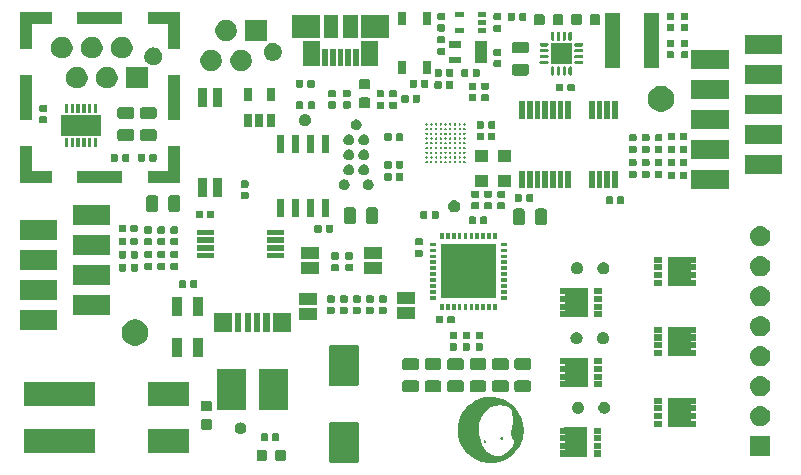
<source format=gbr>
G04 #@! TF.GenerationSoftware,KiCad,Pcbnew,5.0.2-bee76a0~70~ubuntu18.04.1*
G04 #@! TF.CreationDate,2020-05-08T14:17:04+02:00*
G04 #@! TF.ProjectId,board,626f6172-642e-46b6-9963-61645f706362,rev?*
G04 #@! TF.SameCoordinates,Original*
G04 #@! TF.FileFunction,Soldermask,Top*
G04 #@! TF.FilePolarity,Negative*
%FSLAX46Y46*%
G04 Gerber Fmt 4.6, Leading zero omitted, Abs format (unit mm)*
G04 Created by KiCad (PCBNEW 5.0.2-bee76a0~70~ubuntu18.04.1) date Fr 08 Mai 2020 14:17:04 CEST*
%MOMM*%
%LPD*%
G01*
G04 APERTURE LIST*
%ADD10C,0.010000*%
%ADD11C,0.100000*%
G04 APERTURE END LIST*
D10*
G04 #@! TO.C,H5*
G36*
X134096510Y-136359041D02*
X134109587Y-136362432D01*
X134120891Y-136369561D01*
X134123235Y-136371484D01*
X134142535Y-136393321D01*
X134152462Y-136417798D01*
X134152769Y-136443707D01*
X134143284Y-136469704D01*
X134128855Y-136488798D01*
X134110380Y-136500264D01*
X134085867Y-136505149D01*
X134075071Y-136505499D01*
X134057672Y-136504886D01*
X134045998Y-136501873D01*
X134035637Y-136494697D01*
X134026746Y-136486198D01*
X134010121Y-136463308D01*
X134002779Y-136438373D01*
X134004675Y-136413145D01*
X134015762Y-136389375D01*
X134029702Y-136373890D01*
X134041556Y-136364693D01*
X134052873Y-136359972D01*
X134067973Y-136358308D01*
X134077510Y-136358179D01*
X134096510Y-136359041D01*
X134096510Y-136359041D01*
G37*
X134096510Y-136359041D02*
X134109587Y-136362432D01*
X134120891Y-136369561D01*
X134123235Y-136371484D01*
X134142535Y-136393321D01*
X134152462Y-136417798D01*
X134152769Y-136443707D01*
X134143284Y-136469704D01*
X134128855Y-136488798D01*
X134110380Y-136500264D01*
X134085867Y-136505149D01*
X134075071Y-136505499D01*
X134057672Y-136504886D01*
X134045998Y-136501873D01*
X134035637Y-136494697D01*
X134026746Y-136486198D01*
X134010121Y-136463308D01*
X134002779Y-136438373D01*
X134004675Y-136413145D01*
X134015762Y-136389375D01*
X134029702Y-136373890D01*
X134041556Y-136364693D01*
X134052873Y-136359972D01*
X134067973Y-136358308D01*
X134077510Y-136358179D01*
X134096510Y-136359041D01*
G36*
X132657309Y-136637865D02*
X132672397Y-136649272D01*
X132674632Y-136651549D01*
X132690840Y-136672015D01*
X132704146Y-136695127D01*
X132714238Y-136719287D01*
X132720804Y-136742899D01*
X132723534Y-136764365D01*
X132722117Y-136782089D01*
X132716240Y-136794474D01*
X132705593Y-136799922D01*
X132703583Y-136800042D01*
X132696162Y-136797629D01*
X132684661Y-136791641D01*
X132682940Y-136790610D01*
X132665942Y-136775847D01*
X132650210Y-136754340D01*
X132636760Y-136728622D01*
X132626607Y-136701228D01*
X132620764Y-136674693D01*
X132620248Y-136651552D01*
X132622846Y-136640534D01*
X132630265Y-136633013D01*
X132642509Y-136632284D01*
X132657309Y-136637865D01*
X132657309Y-136637865D01*
G37*
X132657309Y-136637865D02*
X132672397Y-136649272D01*
X132674632Y-136651549D01*
X132690840Y-136672015D01*
X132704146Y-136695127D01*
X132714238Y-136719287D01*
X132720804Y-136742899D01*
X132723534Y-136764365D01*
X132722117Y-136782089D01*
X132716240Y-136794474D01*
X132705593Y-136799922D01*
X132703583Y-136800042D01*
X132696162Y-136797629D01*
X132684661Y-136791641D01*
X132682940Y-136790610D01*
X132665942Y-136775847D01*
X132650210Y-136754340D01*
X132636760Y-136728622D01*
X132626607Y-136701228D01*
X132620764Y-136674693D01*
X132620248Y-136651552D01*
X132622846Y-136640534D01*
X132630265Y-136633013D01*
X132642509Y-136632284D01*
X132657309Y-136637865D01*
G36*
X133244254Y-132955597D02*
X133293146Y-132956973D01*
X133334634Y-132959166D01*
X133337091Y-132959343D01*
X133503573Y-132976556D01*
X133667699Y-133003558D01*
X133829106Y-133040175D01*
X133987432Y-133086236D01*
X134142313Y-133141567D01*
X134293388Y-133205995D01*
X134440294Y-133279349D01*
X134582667Y-133361454D01*
X134720147Y-133452138D01*
X134852369Y-133551229D01*
X134978971Y-133658553D01*
X135099591Y-133773938D01*
X135144331Y-133820445D01*
X135255231Y-133945741D01*
X135357695Y-134076619D01*
X135451609Y-134212833D01*
X135536857Y-134354136D01*
X135613328Y-134500283D01*
X135680907Y-134651030D01*
X135739480Y-134806129D01*
X135788933Y-134965335D01*
X135829153Y-135128404D01*
X135860027Y-135295088D01*
X135873870Y-135395519D01*
X135876531Y-135423553D01*
X135878899Y-135460097D01*
X135880950Y-135503504D01*
X135882661Y-135552127D01*
X135884011Y-135604318D01*
X135884974Y-135658432D01*
X135885530Y-135712820D01*
X135885653Y-135765837D01*
X135885322Y-135815836D01*
X135884514Y-135861168D01*
X135883205Y-135900189D01*
X135881372Y-135931250D01*
X135881364Y-135931348D01*
X135863268Y-136095677D01*
X135835366Y-136257886D01*
X135797867Y-136417575D01*
X135750980Y-136574344D01*
X135694911Y-136727792D01*
X135629869Y-136877519D01*
X135556063Y-137023125D01*
X135473701Y-137164210D01*
X135382990Y-137300372D01*
X135284138Y-137431212D01*
X135177355Y-137556330D01*
X135062848Y-137675324D01*
X134940825Y-137787795D01*
X134896670Y-137825304D01*
X134765182Y-137928103D01*
X134628399Y-138022309D01*
X134486663Y-138107783D01*
X134340318Y-138184383D01*
X134189706Y-138251969D01*
X134035171Y-138310401D01*
X133877056Y-138359538D01*
X133715704Y-138399239D01*
X133551458Y-138429364D01*
X133384661Y-138449773D01*
X133369063Y-138451169D01*
X133337448Y-138453360D01*
X133298116Y-138455222D01*
X133253180Y-138456730D01*
X133204752Y-138457855D01*
X133154945Y-138458573D01*
X133105872Y-138458856D01*
X133059645Y-138458679D01*
X133018377Y-138458015D01*
X132984181Y-138456838D01*
X132971537Y-138456126D01*
X132801905Y-138439981D01*
X132635221Y-138414247D01*
X132471751Y-138379038D01*
X132311759Y-138334468D01*
X132155510Y-138280651D01*
X132003270Y-138217702D01*
X131855304Y-138145735D01*
X131711876Y-138064864D01*
X131573251Y-137975204D01*
X131439695Y-137876868D01*
X131311473Y-137769970D01*
X131250112Y-137713975D01*
X131131722Y-137595806D01*
X131021322Y-137471510D01*
X130919084Y-137341449D01*
X130825181Y-137205987D01*
X130739786Y-137065485D01*
X130663072Y-136920308D01*
X130595213Y-136770819D01*
X130536380Y-136617380D01*
X130486747Y-136460355D01*
X130446487Y-136300107D01*
X130415773Y-136136999D01*
X130394778Y-135971393D01*
X130389327Y-135907107D01*
X130387078Y-135866182D01*
X130385649Y-135817723D01*
X130385001Y-135763680D01*
X130385097Y-135706004D01*
X130385688Y-135662219D01*
X132068709Y-135662219D01*
X132068930Y-135722806D01*
X132069643Y-135775194D01*
X132070997Y-135821337D01*
X132073139Y-135863188D01*
X132076219Y-135902702D01*
X132080384Y-135941834D01*
X132085782Y-135982537D01*
X132092562Y-136026766D01*
X132099526Y-136068619D01*
X132124164Y-136193706D01*
X132156015Y-136323723D01*
X132194487Y-136457094D01*
X132238989Y-136592245D01*
X132288928Y-136727599D01*
X132343712Y-136861583D01*
X132402750Y-136992622D01*
X132465448Y-137119140D01*
X132531216Y-137239562D01*
X132554981Y-137280199D01*
X132580693Y-137322089D01*
X132605235Y-137359009D01*
X132630301Y-137393102D01*
X132657582Y-137426516D01*
X132688770Y-137461394D01*
X132725557Y-137499883D01*
X132739080Y-137513607D01*
X132807382Y-137580002D01*
X132872875Y-137638278D01*
X132937023Y-137689533D01*
X133001288Y-137734866D01*
X133067135Y-137775375D01*
X133136026Y-137812159D01*
X133138468Y-137813371D01*
X133205708Y-137844570D01*
X133273366Y-137871530D01*
X133342661Y-137894513D01*
X133414815Y-137913780D01*
X133491051Y-137929592D01*
X133572589Y-137942210D01*
X133660650Y-137951894D01*
X133756457Y-137958907D01*
X133837144Y-137962682D01*
X133851311Y-137962004D01*
X133872017Y-137959544D01*
X133895885Y-137955744D01*
X133909189Y-137953234D01*
X134014969Y-137926908D01*
X134119070Y-137890663D01*
X134221583Y-137844459D01*
X134322602Y-137788255D01*
X134401558Y-137736654D01*
X134437791Y-137710382D01*
X134478699Y-137678987D01*
X134522848Y-137643703D01*
X134568807Y-137605765D01*
X134615142Y-137566406D01*
X134660420Y-137526860D01*
X134703208Y-137488362D01*
X134742073Y-137452146D01*
X134775583Y-137419445D01*
X134802200Y-137391608D01*
X134851921Y-137334510D01*
X134900869Y-137273772D01*
X134948185Y-137210711D01*
X134993011Y-137146641D01*
X135034489Y-137082878D01*
X135071759Y-137020739D01*
X135103963Y-136961539D01*
X135130242Y-136906593D01*
X135148390Y-136861099D01*
X135160009Y-136824622D01*
X135166512Y-136794859D01*
X135168134Y-136769885D01*
X135165109Y-136747777D01*
X135163072Y-136740594D01*
X135154742Y-136707122D01*
X135148017Y-136663789D01*
X135142888Y-136610521D01*
X135141400Y-136588419D01*
X135139757Y-136565224D01*
X135137934Y-136545766D01*
X135136170Y-136532293D01*
X135134891Y-136527218D01*
X135128828Y-136523030D01*
X135116304Y-136516755D01*
X135104056Y-136511433D01*
X135068034Y-136493744D01*
X135037893Y-136472050D01*
X135012898Y-136445272D01*
X134992315Y-136412335D01*
X134975410Y-136372160D01*
X134961449Y-136323672D01*
X134954574Y-136292139D01*
X134945952Y-136237923D01*
X134939715Y-136175238D01*
X134935846Y-136105486D01*
X134934331Y-136030070D01*
X134935153Y-135950392D01*
X134938297Y-135867856D01*
X134943747Y-135783863D01*
X134951487Y-135699817D01*
X134961501Y-135617120D01*
X134962234Y-135611796D01*
X134970526Y-135560560D01*
X134981694Y-135506462D01*
X134996142Y-135447820D01*
X135014279Y-135382951D01*
X135030350Y-135329833D01*
X135040844Y-135294535D01*
X135047592Y-135268162D01*
X135050699Y-135250237D01*
X135050473Y-135240933D01*
X135049835Y-135233756D01*
X135049116Y-135217278D01*
X135048333Y-135192361D01*
X135047505Y-135159865D01*
X135046650Y-135120647D01*
X135045786Y-135075570D01*
X135044930Y-135025492D01*
X135044101Y-134971274D01*
X135043317Y-134913775D01*
X135042867Y-134877359D01*
X135041942Y-134802805D01*
X135041021Y-134737375D01*
X135040052Y-134680033D01*
X135038986Y-134629741D01*
X135037771Y-134585464D01*
X135036357Y-134546167D01*
X135034694Y-134510811D01*
X135032729Y-134478361D01*
X135030413Y-134447782D01*
X135027696Y-134418036D01*
X135024525Y-134388087D01*
X135020852Y-134356900D01*
X135016624Y-134323437D01*
X135015258Y-134312934D01*
X135006293Y-134250472D01*
X134995480Y-134185121D01*
X134983506Y-134120711D01*
X134971059Y-134061070D01*
X134966044Y-134039159D01*
X134960037Y-134013679D01*
X134954702Y-133991017D01*
X134950562Y-133973404D01*
X134948143Y-133963074D01*
X134947942Y-133962212D01*
X134942357Y-133952535D01*
X134929613Y-133938079D01*
X134910902Y-133919851D01*
X134887416Y-133898859D01*
X134860348Y-133876109D01*
X134830890Y-133852610D01*
X134800234Y-133829369D01*
X134769572Y-133807393D01*
X134745743Y-133791337D01*
X134652506Y-133736500D01*
X134553209Y-133689604D01*
X134447728Y-133650604D01*
X134335942Y-133619454D01*
X134217728Y-133596112D01*
X134207263Y-133594468D01*
X134162640Y-133588933D01*
X134110389Y-133584672D01*
X134052966Y-133581728D01*
X133992827Y-133580147D01*
X133932430Y-133579975D01*
X133874232Y-133581255D01*
X133820689Y-133584033D01*
X133788163Y-133586803D01*
X133651148Y-133604815D01*
X133519732Y-133630187D01*
X133394217Y-133662802D01*
X133274908Y-133702546D01*
X133162105Y-133749301D01*
X133056113Y-133802953D01*
X132957234Y-133863386D01*
X132865771Y-133930483D01*
X132845150Y-133947404D01*
X132811961Y-133976423D01*
X132779569Y-134007367D01*
X132746478Y-134041809D01*
X132711192Y-134081317D01*
X132672215Y-134127463D01*
X132663360Y-134138219D01*
X132559749Y-134270671D01*
X132466222Y-134403126D01*
X132382701Y-134535736D01*
X132309111Y-134668655D01*
X132245376Y-134802037D01*
X132191420Y-134936037D01*
X132147167Y-135070806D01*
X132112540Y-135206500D01*
X132097182Y-135283759D01*
X132089705Y-135326903D01*
X132083630Y-135365500D01*
X132078818Y-135401391D01*
X132075130Y-135436416D01*
X132072428Y-135472416D01*
X132070573Y-135511230D01*
X132069428Y-135554701D01*
X132068852Y-135604668D01*
X132068709Y-135662219D01*
X130385688Y-135662219D01*
X130385899Y-135646643D01*
X130387369Y-135587550D01*
X130389467Y-135530674D01*
X130392157Y-135477966D01*
X130395399Y-135431376D01*
X130399157Y-135392854D01*
X130399425Y-135390619D01*
X130424899Y-135221087D01*
X130459571Y-135055865D01*
X130503472Y-134894877D01*
X130556635Y-134738051D01*
X130619092Y-134585313D01*
X130690873Y-134436589D01*
X130772012Y-134291805D01*
X130862540Y-134150887D01*
X130962489Y-134013761D01*
X131030000Y-133929657D01*
X131055097Y-133900673D01*
X131086303Y-133866503D01*
X131122097Y-133828667D01*
X131160959Y-133788686D01*
X131201366Y-133748082D01*
X131241798Y-133708377D01*
X131280733Y-133671090D01*
X131316651Y-133637744D01*
X131348029Y-133609859D01*
X131359641Y-133600016D01*
X131475969Y-133507702D01*
X131592978Y-133424014D01*
X131712829Y-133347525D01*
X131837679Y-133276809D01*
X131890783Y-133249169D01*
X132036044Y-133180456D01*
X132183296Y-133121015D01*
X132333388Y-133070589D01*
X132487167Y-133028923D01*
X132645483Y-132995762D01*
X132809185Y-132970850D01*
X132820603Y-132969441D01*
X132858517Y-132965650D01*
X132904630Y-132962372D01*
X132956991Y-132959644D01*
X133013649Y-132957505D01*
X133072655Y-132955993D01*
X133132058Y-132955145D01*
X133189908Y-132955001D01*
X133244254Y-132955597D01*
X133244254Y-132955597D01*
G37*
X133244254Y-132955597D02*
X133293146Y-132956973D01*
X133334634Y-132959166D01*
X133337091Y-132959343D01*
X133503573Y-132976556D01*
X133667699Y-133003558D01*
X133829106Y-133040175D01*
X133987432Y-133086236D01*
X134142313Y-133141567D01*
X134293388Y-133205995D01*
X134440294Y-133279349D01*
X134582667Y-133361454D01*
X134720147Y-133452138D01*
X134852369Y-133551229D01*
X134978971Y-133658553D01*
X135099591Y-133773938D01*
X135144331Y-133820445D01*
X135255231Y-133945741D01*
X135357695Y-134076619D01*
X135451609Y-134212833D01*
X135536857Y-134354136D01*
X135613328Y-134500283D01*
X135680907Y-134651030D01*
X135739480Y-134806129D01*
X135788933Y-134965335D01*
X135829153Y-135128404D01*
X135860027Y-135295088D01*
X135873870Y-135395519D01*
X135876531Y-135423553D01*
X135878899Y-135460097D01*
X135880950Y-135503504D01*
X135882661Y-135552127D01*
X135884011Y-135604318D01*
X135884974Y-135658432D01*
X135885530Y-135712820D01*
X135885653Y-135765837D01*
X135885322Y-135815836D01*
X135884514Y-135861168D01*
X135883205Y-135900189D01*
X135881372Y-135931250D01*
X135881364Y-135931348D01*
X135863268Y-136095677D01*
X135835366Y-136257886D01*
X135797867Y-136417575D01*
X135750980Y-136574344D01*
X135694911Y-136727792D01*
X135629869Y-136877519D01*
X135556063Y-137023125D01*
X135473701Y-137164210D01*
X135382990Y-137300372D01*
X135284138Y-137431212D01*
X135177355Y-137556330D01*
X135062848Y-137675324D01*
X134940825Y-137787795D01*
X134896670Y-137825304D01*
X134765182Y-137928103D01*
X134628399Y-138022309D01*
X134486663Y-138107783D01*
X134340318Y-138184383D01*
X134189706Y-138251969D01*
X134035171Y-138310401D01*
X133877056Y-138359538D01*
X133715704Y-138399239D01*
X133551458Y-138429364D01*
X133384661Y-138449773D01*
X133369063Y-138451169D01*
X133337448Y-138453360D01*
X133298116Y-138455222D01*
X133253180Y-138456730D01*
X133204752Y-138457855D01*
X133154945Y-138458573D01*
X133105872Y-138458856D01*
X133059645Y-138458679D01*
X133018377Y-138458015D01*
X132984181Y-138456838D01*
X132971537Y-138456126D01*
X132801905Y-138439981D01*
X132635221Y-138414247D01*
X132471751Y-138379038D01*
X132311759Y-138334468D01*
X132155510Y-138280651D01*
X132003270Y-138217702D01*
X131855304Y-138145735D01*
X131711876Y-138064864D01*
X131573251Y-137975204D01*
X131439695Y-137876868D01*
X131311473Y-137769970D01*
X131250112Y-137713975D01*
X131131722Y-137595806D01*
X131021322Y-137471510D01*
X130919084Y-137341449D01*
X130825181Y-137205987D01*
X130739786Y-137065485D01*
X130663072Y-136920308D01*
X130595213Y-136770819D01*
X130536380Y-136617380D01*
X130486747Y-136460355D01*
X130446487Y-136300107D01*
X130415773Y-136136999D01*
X130394778Y-135971393D01*
X130389327Y-135907107D01*
X130387078Y-135866182D01*
X130385649Y-135817723D01*
X130385001Y-135763680D01*
X130385097Y-135706004D01*
X130385688Y-135662219D01*
X132068709Y-135662219D01*
X132068930Y-135722806D01*
X132069643Y-135775194D01*
X132070997Y-135821337D01*
X132073139Y-135863188D01*
X132076219Y-135902702D01*
X132080384Y-135941834D01*
X132085782Y-135982537D01*
X132092562Y-136026766D01*
X132099526Y-136068619D01*
X132124164Y-136193706D01*
X132156015Y-136323723D01*
X132194487Y-136457094D01*
X132238989Y-136592245D01*
X132288928Y-136727599D01*
X132343712Y-136861583D01*
X132402750Y-136992622D01*
X132465448Y-137119140D01*
X132531216Y-137239562D01*
X132554981Y-137280199D01*
X132580693Y-137322089D01*
X132605235Y-137359009D01*
X132630301Y-137393102D01*
X132657582Y-137426516D01*
X132688770Y-137461394D01*
X132725557Y-137499883D01*
X132739080Y-137513607D01*
X132807382Y-137580002D01*
X132872875Y-137638278D01*
X132937023Y-137689533D01*
X133001288Y-137734866D01*
X133067135Y-137775375D01*
X133136026Y-137812159D01*
X133138468Y-137813371D01*
X133205708Y-137844570D01*
X133273366Y-137871530D01*
X133342661Y-137894513D01*
X133414815Y-137913780D01*
X133491051Y-137929592D01*
X133572589Y-137942210D01*
X133660650Y-137951894D01*
X133756457Y-137958907D01*
X133837144Y-137962682D01*
X133851311Y-137962004D01*
X133872017Y-137959544D01*
X133895885Y-137955744D01*
X133909189Y-137953234D01*
X134014969Y-137926908D01*
X134119070Y-137890663D01*
X134221583Y-137844459D01*
X134322602Y-137788255D01*
X134401558Y-137736654D01*
X134437791Y-137710382D01*
X134478699Y-137678987D01*
X134522848Y-137643703D01*
X134568807Y-137605765D01*
X134615142Y-137566406D01*
X134660420Y-137526860D01*
X134703208Y-137488362D01*
X134742073Y-137452146D01*
X134775583Y-137419445D01*
X134802200Y-137391608D01*
X134851921Y-137334510D01*
X134900869Y-137273772D01*
X134948185Y-137210711D01*
X134993011Y-137146641D01*
X135034489Y-137082878D01*
X135071759Y-137020739D01*
X135103963Y-136961539D01*
X135130242Y-136906593D01*
X135148390Y-136861099D01*
X135160009Y-136824622D01*
X135166512Y-136794859D01*
X135168134Y-136769885D01*
X135165109Y-136747777D01*
X135163072Y-136740594D01*
X135154742Y-136707122D01*
X135148017Y-136663789D01*
X135142888Y-136610521D01*
X135141400Y-136588419D01*
X135139757Y-136565224D01*
X135137934Y-136545766D01*
X135136170Y-136532293D01*
X135134891Y-136527218D01*
X135128828Y-136523030D01*
X135116304Y-136516755D01*
X135104056Y-136511433D01*
X135068034Y-136493744D01*
X135037893Y-136472050D01*
X135012898Y-136445272D01*
X134992315Y-136412335D01*
X134975410Y-136372160D01*
X134961449Y-136323672D01*
X134954574Y-136292139D01*
X134945952Y-136237923D01*
X134939715Y-136175238D01*
X134935846Y-136105486D01*
X134934331Y-136030070D01*
X134935153Y-135950392D01*
X134938297Y-135867856D01*
X134943747Y-135783863D01*
X134951487Y-135699817D01*
X134961501Y-135617120D01*
X134962234Y-135611796D01*
X134970526Y-135560560D01*
X134981694Y-135506462D01*
X134996142Y-135447820D01*
X135014279Y-135382951D01*
X135030350Y-135329833D01*
X135040844Y-135294535D01*
X135047592Y-135268162D01*
X135050699Y-135250237D01*
X135050473Y-135240933D01*
X135049835Y-135233756D01*
X135049116Y-135217278D01*
X135048333Y-135192361D01*
X135047505Y-135159865D01*
X135046650Y-135120647D01*
X135045786Y-135075570D01*
X135044930Y-135025492D01*
X135044101Y-134971274D01*
X135043317Y-134913775D01*
X135042867Y-134877359D01*
X135041942Y-134802805D01*
X135041021Y-134737375D01*
X135040052Y-134680033D01*
X135038986Y-134629741D01*
X135037771Y-134585464D01*
X135036357Y-134546167D01*
X135034694Y-134510811D01*
X135032729Y-134478361D01*
X135030413Y-134447782D01*
X135027696Y-134418036D01*
X135024525Y-134388087D01*
X135020852Y-134356900D01*
X135016624Y-134323437D01*
X135015258Y-134312934D01*
X135006293Y-134250472D01*
X134995480Y-134185121D01*
X134983506Y-134120711D01*
X134971059Y-134061070D01*
X134966044Y-134039159D01*
X134960037Y-134013679D01*
X134954702Y-133991017D01*
X134950562Y-133973404D01*
X134948143Y-133963074D01*
X134947942Y-133962212D01*
X134942357Y-133952535D01*
X134929613Y-133938079D01*
X134910902Y-133919851D01*
X134887416Y-133898859D01*
X134860348Y-133876109D01*
X134830890Y-133852610D01*
X134800234Y-133829369D01*
X134769572Y-133807393D01*
X134745743Y-133791337D01*
X134652506Y-133736500D01*
X134553209Y-133689604D01*
X134447728Y-133650604D01*
X134335942Y-133619454D01*
X134217728Y-133596112D01*
X134207263Y-133594468D01*
X134162640Y-133588933D01*
X134110389Y-133584672D01*
X134052966Y-133581728D01*
X133992827Y-133580147D01*
X133932430Y-133579975D01*
X133874232Y-133581255D01*
X133820689Y-133584033D01*
X133788163Y-133586803D01*
X133651148Y-133604815D01*
X133519732Y-133630187D01*
X133394217Y-133662802D01*
X133274908Y-133702546D01*
X133162105Y-133749301D01*
X133056113Y-133802953D01*
X132957234Y-133863386D01*
X132865771Y-133930483D01*
X132845150Y-133947404D01*
X132811961Y-133976423D01*
X132779569Y-134007367D01*
X132746478Y-134041809D01*
X132711192Y-134081317D01*
X132672215Y-134127463D01*
X132663360Y-134138219D01*
X132559749Y-134270671D01*
X132466222Y-134403126D01*
X132382701Y-134535736D01*
X132309111Y-134668655D01*
X132245376Y-134802037D01*
X132191420Y-134936037D01*
X132147167Y-135070806D01*
X132112540Y-135206500D01*
X132097182Y-135283759D01*
X132089705Y-135326903D01*
X132083630Y-135365500D01*
X132078818Y-135401391D01*
X132075130Y-135436416D01*
X132072428Y-135472416D01*
X132070573Y-135511230D01*
X132069428Y-135554701D01*
X132068852Y-135604668D01*
X132068709Y-135662219D01*
X130385688Y-135662219D01*
X130385899Y-135646643D01*
X130387369Y-135587550D01*
X130389467Y-135530674D01*
X130392157Y-135477966D01*
X130395399Y-135431376D01*
X130399157Y-135392854D01*
X130399425Y-135390619D01*
X130424899Y-135221087D01*
X130459571Y-135055865D01*
X130503472Y-134894877D01*
X130556635Y-134738051D01*
X130619092Y-134585313D01*
X130690873Y-134436589D01*
X130772012Y-134291805D01*
X130862540Y-134150887D01*
X130962489Y-134013761D01*
X131030000Y-133929657D01*
X131055097Y-133900673D01*
X131086303Y-133866503D01*
X131122097Y-133828667D01*
X131160959Y-133788686D01*
X131201366Y-133748082D01*
X131241798Y-133708377D01*
X131280733Y-133671090D01*
X131316651Y-133637744D01*
X131348029Y-133609859D01*
X131359641Y-133600016D01*
X131475969Y-133507702D01*
X131592978Y-133424014D01*
X131712829Y-133347525D01*
X131837679Y-133276809D01*
X131890783Y-133249169D01*
X132036044Y-133180456D01*
X132183296Y-133121015D01*
X132333388Y-133070589D01*
X132487167Y-133028923D01*
X132645483Y-132995762D01*
X132809185Y-132970850D01*
X132820603Y-132969441D01*
X132858517Y-132965650D01*
X132904630Y-132962372D01*
X132956991Y-132959644D01*
X133013649Y-132957505D01*
X133072655Y-132955993D01*
X133132058Y-132955145D01*
X133189908Y-132955001D01*
X133244254Y-132955597D01*
D11*
G36*
X121849310Y-135034310D02*
X121889037Y-135046362D01*
X121925647Y-135065930D01*
X121957736Y-135092264D01*
X121984070Y-135124353D01*
X122003638Y-135160963D01*
X122015690Y-135200690D01*
X122020000Y-135244454D01*
X122020000Y-138335546D01*
X122015690Y-138379310D01*
X122003638Y-138419037D01*
X121984070Y-138455647D01*
X121957736Y-138487736D01*
X121925647Y-138514070D01*
X121889037Y-138533638D01*
X121849310Y-138545690D01*
X121805546Y-138550000D01*
X119714454Y-138550000D01*
X119670690Y-138545690D01*
X119630963Y-138533638D01*
X119594353Y-138514070D01*
X119562264Y-138487736D01*
X119535930Y-138455647D01*
X119516362Y-138419037D01*
X119504310Y-138379310D01*
X119500000Y-138335546D01*
X119500000Y-135244454D01*
X119504310Y-135200690D01*
X119516362Y-135160963D01*
X119535930Y-135124353D01*
X119562264Y-135092264D01*
X119594353Y-135065930D01*
X119630963Y-135046362D01*
X119670690Y-135034310D01*
X119714454Y-135030000D01*
X121805546Y-135030000D01*
X121849310Y-135034310D01*
X121849310Y-135034310D01*
G37*
G36*
X115674977Y-137419056D02*
X115712216Y-137430352D01*
X115746535Y-137448697D01*
X115776617Y-137473383D01*
X115801303Y-137503465D01*
X115819648Y-137537784D01*
X115830944Y-137575023D01*
X115835000Y-137616204D01*
X115835000Y-138183796D01*
X115830944Y-138224977D01*
X115819648Y-138262216D01*
X115801303Y-138296535D01*
X115776617Y-138326617D01*
X115746535Y-138351303D01*
X115712216Y-138369648D01*
X115674977Y-138380944D01*
X115633796Y-138385000D01*
X115141204Y-138385000D01*
X115100023Y-138380944D01*
X115062784Y-138369648D01*
X115028465Y-138351303D01*
X114998383Y-138326617D01*
X114973697Y-138296535D01*
X114955352Y-138262216D01*
X114944056Y-138224977D01*
X114940000Y-138183796D01*
X114940000Y-137616204D01*
X114944056Y-137575023D01*
X114955352Y-137537784D01*
X114973697Y-137503465D01*
X114998383Y-137473383D01*
X115028465Y-137448697D01*
X115062784Y-137430352D01*
X115100023Y-137419056D01*
X115141204Y-137415000D01*
X115633796Y-137415000D01*
X115674977Y-137419056D01*
X115674977Y-137419056D01*
G37*
G36*
X114099977Y-137419056D02*
X114137216Y-137430352D01*
X114171535Y-137448697D01*
X114201617Y-137473383D01*
X114226303Y-137503465D01*
X114244648Y-137537784D01*
X114255944Y-137575023D01*
X114260000Y-137616204D01*
X114260000Y-138183796D01*
X114255944Y-138224977D01*
X114244648Y-138262216D01*
X114226303Y-138296535D01*
X114201617Y-138326617D01*
X114171535Y-138351303D01*
X114137216Y-138369648D01*
X114099977Y-138380944D01*
X114058796Y-138385000D01*
X113566204Y-138385000D01*
X113525023Y-138380944D01*
X113487784Y-138369648D01*
X113453465Y-138351303D01*
X113423383Y-138326617D01*
X113398697Y-138296535D01*
X113380352Y-138262216D01*
X113369056Y-138224977D01*
X113365000Y-138183796D01*
X113365000Y-137616204D01*
X113369056Y-137575023D01*
X113380352Y-137537784D01*
X113398697Y-137503465D01*
X113423383Y-137473383D01*
X113453465Y-137448697D01*
X113487784Y-137430352D01*
X113525023Y-137419056D01*
X113566204Y-137415000D01*
X114058796Y-137415000D01*
X114099977Y-137419056D01*
X114099977Y-137419056D01*
G37*
G36*
X141375000Y-138005000D02*
X139426368Y-138005000D01*
X139424134Y-138003806D01*
X139414755Y-138000961D01*
X139405000Y-138000000D01*
X139035000Y-138000000D01*
X139035000Y-137480000D01*
X139405000Y-137480000D01*
X139414755Y-137479039D01*
X139424134Y-137476194D01*
X139432779Y-137471573D01*
X139440355Y-137465355D01*
X139446573Y-137457779D01*
X139451194Y-137449134D01*
X139454039Y-137439755D01*
X139455000Y-137430000D01*
X139455000Y-137410000D01*
X139454039Y-137400245D01*
X139451194Y-137390866D01*
X139446573Y-137382221D01*
X139440355Y-137374645D01*
X139432779Y-137368427D01*
X139424134Y-137363806D01*
X139414755Y-137360961D01*
X139405000Y-137360000D01*
X139035000Y-137360000D01*
X139035000Y-136840000D01*
X139405000Y-136840000D01*
X139414755Y-136839039D01*
X139424134Y-136836194D01*
X139432779Y-136831573D01*
X139440355Y-136825355D01*
X139446573Y-136817779D01*
X139451194Y-136809134D01*
X139454039Y-136799755D01*
X139455000Y-136790000D01*
X139455000Y-136750000D01*
X139454039Y-136740245D01*
X139451194Y-136730866D01*
X139446573Y-136722221D01*
X139440355Y-136714645D01*
X139432779Y-136708427D01*
X139424134Y-136703806D01*
X139414755Y-136700961D01*
X139405000Y-136700000D01*
X139035000Y-136700000D01*
X139035000Y-136180000D01*
X139405000Y-136180000D01*
X139414755Y-136179039D01*
X139424134Y-136176194D01*
X139432779Y-136171573D01*
X139440355Y-136165355D01*
X139446573Y-136157779D01*
X139451194Y-136149134D01*
X139454039Y-136139755D01*
X139455000Y-136130000D01*
X139455000Y-136110000D01*
X139454039Y-136100245D01*
X139451194Y-136090866D01*
X139446573Y-136082221D01*
X139440355Y-136074645D01*
X139432779Y-136068427D01*
X139424134Y-136063806D01*
X139414755Y-136060961D01*
X139405000Y-136060000D01*
X139035000Y-136060000D01*
X139035000Y-135540000D01*
X139405000Y-135540000D01*
X139414755Y-135539039D01*
X139424134Y-135536194D01*
X139426368Y-135535000D01*
X141375000Y-135535000D01*
X141375000Y-138005000D01*
X141375000Y-138005000D01*
G37*
G36*
X142565000Y-138000000D02*
X141915000Y-138000000D01*
X141915000Y-137480000D01*
X142565000Y-137480000D01*
X142565000Y-138000000D01*
X142565000Y-138000000D01*
G37*
G36*
X156860000Y-137969200D02*
X155140000Y-137969200D01*
X155140000Y-136249200D01*
X156860000Y-136249200D01*
X156860000Y-137969200D01*
X156860000Y-137969200D01*
G37*
G36*
X99660000Y-137710000D02*
X93640000Y-137710000D01*
X93640000Y-135690000D01*
X99660000Y-135690000D01*
X99660000Y-137710000D01*
X99660000Y-137710000D01*
G37*
G36*
X107660000Y-137710000D02*
X104140000Y-137710000D01*
X104140000Y-135690000D01*
X107660000Y-135690000D01*
X107660000Y-137710000D01*
X107660000Y-137710000D01*
G37*
G36*
X142565000Y-137360000D02*
X141915000Y-137360000D01*
X141915000Y-136840000D01*
X142565000Y-136840000D01*
X142565000Y-137360000D01*
X142565000Y-137360000D01*
G37*
G36*
X115187327Y-136042687D02*
X115211199Y-136049928D01*
X115233199Y-136061687D01*
X115252484Y-136077516D01*
X115268313Y-136096801D01*
X115280072Y-136118801D01*
X115287313Y-136142673D01*
X115290000Y-136169954D01*
X115290000Y-136570046D01*
X115287313Y-136597327D01*
X115280072Y-136621199D01*
X115268313Y-136643199D01*
X115252484Y-136662484D01*
X115233199Y-136678313D01*
X115211199Y-136690072D01*
X115187327Y-136697313D01*
X115160046Y-136700000D01*
X114809954Y-136700000D01*
X114782673Y-136697313D01*
X114758801Y-136690072D01*
X114736801Y-136678313D01*
X114717516Y-136662484D01*
X114701687Y-136643199D01*
X114689928Y-136621199D01*
X114682687Y-136597327D01*
X114680000Y-136570046D01*
X114680000Y-136169954D01*
X114682687Y-136142673D01*
X114689928Y-136118801D01*
X114701687Y-136096801D01*
X114717516Y-136077516D01*
X114736801Y-136061687D01*
X114758801Y-136049928D01*
X114782673Y-136042687D01*
X114809954Y-136040000D01*
X115160046Y-136040000D01*
X115187327Y-136042687D01*
X115187327Y-136042687D01*
G37*
G36*
X142565000Y-136700000D02*
X141915000Y-136700000D01*
X141915000Y-136180000D01*
X142565000Y-136180000D01*
X142565000Y-136700000D01*
X142565000Y-136700000D01*
G37*
G36*
X114217327Y-136042687D02*
X114241199Y-136049928D01*
X114263199Y-136061687D01*
X114282484Y-136077516D01*
X114298313Y-136096801D01*
X114310072Y-136118801D01*
X114317313Y-136142673D01*
X114320000Y-136169954D01*
X114320000Y-136570046D01*
X114317313Y-136597327D01*
X114310072Y-136621199D01*
X114298313Y-136643199D01*
X114282484Y-136662484D01*
X114263199Y-136678313D01*
X114241199Y-136690072D01*
X114217327Y-136697313D01*
X114190046Y-136700000D01*
X113839954Y-136700000D01*
X113812673Y-136697313D01*
X113788801Y-136690072D01*
X113766801Y-136678313D01*
X113747516Y-136662484D01*
X113731687Y-136643199D01*
X113719928Y-136621199D01*
X113712687Y-136597327D01*
X113710000Y-136570046D01*
X113710000Y-136169954D01*
X113712687Y-136142673D01*
X113719928Y-136118801D01*
X113731687Y-136096801D01*
X113747516Y-136077516D01*
X113766801Y-136061687D01*
X113788801Y-136049928D01*
X113812673Y-136042687D01*
X113839954Y-136040000D01*
X114190046Y-136040000D01*
X114217327Y-136042687D01*
X114217327Y-136042687D01*
G37*
G36*
X112145843Y-135119214D02*
X112145846Y-135119215D01*
X112145845Y-135119215D01*
X112236839Y-135156906D01*
X112271781Y-135180254D01*
X112318733Y-135211626D01*
X112388374Y-135281267D01*
X112392688Y-135287724D01*
X112443094Y-135363161D01*
X112465294Y-135416756D01*
X112480786Y-135454157D01*
X112500000Y-135550753D01*
X112500000Y-135649247D01*
X112480786Y-135745843D01*
X112480785Y-135745845D01*
X112443094Y-135836839D01*
X112406697Y-135891311D01*
X112388374Y-135918733D01*
X112318733Y-135988374D01*
X112291311Y-136006697D01*
X112236839Y-136043094D01*
X112186836Y-136063806D01*
X112145843Y-136080786D01*
X112049247Y-136100000D01*
X111950753Y-136100000D01*
X111854157Y-136080786D01*
X111813164Y-136063806D01*
X111763161Y-136043094D01*
X111708689Y-136006697D01*
X111681267Y-135988374D01*
X111611626Y-135918733D01*
X111593303Y-135891311D01*
X111556906Y-135836839D01*
X111519215Y-135745845D01*
X111519214Y-135745843D01*
X111500000Y-135649247D01*
X111500000Y-135550753D01*
X111519214Y-135454157D01*
X111534706Y-135416756D01*
X111556906Y-135363161D01*
X111607312Y-135287724D01*
X111611626Y-135281267D01*
X111681267Y-135211626D01*
X111728219Y-135180254D01*
X111763161Y-135156906D01*
X111854155Y-135119215D01*
X111854154Y-135119215D01*
X111854157Y-135119214D01*
X111950753Y-135100000D01*
X112049247Y-135100000D01*
X112145843Y-135119214D01*
X112145843Y-135119214D01*
G37*
G36*
X142565000Y-136060000D02*
X141915000Y-136060000D01*
X141915000Y-135540000D01*
X142565000Y-135540000D01*
X142565000Y-136060000D01*
X142565000Y-136060000D01*
G37*
G36*
X109424977Y-134844056D02*
X109462216Y-134855352D01*
X109496535Y-134873697D01*
X109526617Y-134898383D01*
X109551303Y-134928465D01*
X109569648Y-134962784D01*
X109580944Y-135000023D01*
X109585000Y-135041204D01*
X109585000Y-135533796D01*
X109580944Y-135574977D01*
X109569648Y-135612216D01*
X109551303Y-135646535D01*
X109526617Y-135676617D01*
X109496535Y-135701303D01*
X109462216Y-135719648D01*
X109424977Y-135730944D01*
X109383796Y-135735000D01*
X108816204Y-135735000D01*
X108775023Y-135730944D01*
X108737784Y-135719648D01*
X108703465Y-135701303D01*
X108673383Y-135676617D01*
X108648697Y-135646535D01*
X108630352Y-135612216D01*
X108619056Y-135574977D01*
X108615000Y-135533796D01*
X108615000Y-135041204D01*
X108619056Y-135000023D01*
X108630352Y-134962784D01*
X108648697Y-134928465D01*
X108673383Y-134898383D01*
X108703465Y-134873697D01*
X108737784Y-134855352D01*
X108775023Y-134844056D01*
X108816204Y-134840000D01*
X109383796Y-134840000D01*
X109424977Y-134844056D01*
X109424977Y-134844056D01*
G37*
G36*
X150175866Y-133016194D02*
X150185245Y-133019039D01*
X150195000Y-133020000D01*
X150565000Y-133020000D01*
X150565000Y-133540000D01*
X150195000Y-133540000D01*
X150185245Y-133540961D01*
X150175866Y-133543806D01*
X150167221Y-133548427D01*
X150159645Y-133554645D01*
X150153427Y-133562221D01*
X150148806Y-133570866D01*
X150145961Y-133580245D01*
X150145000Y-133590000D01*
X150145000Y-133610000D01*
X150145961Y-133619755D01*
X150148806Y-133629134D01*
X150153427Y-133637779D01*
X150159645Y-133645355D01*
X150167221Y-133651573D01*
X150175866Y-133656194D01*
X150185245Y-133659039D01*
X150195000Y-133660000D01*
X150565000Y-133660000D01*
X150565000Y-134180000D01*
X150195000Y-134180000D01*
X150185245Y-134180961D01*
X150175866Y-134183806D01*
X150167221Y-134188427D01*
X150159645Y-134194645D01*
X150153427Y-134202221D01*
X150148806Y-134210866D01*
X150145961Y-134220245D01*
X150145000Y-134230000D01*
X150145000Y-134270000D01*
X150145961Y-134279755D01*
X150148806Y-134289134D01*
X150153427Y-134297779D01*
X150159645Y-134305355D01*
X150167221Y-134311573D01*
X150175866Y-134316194D01*
X150185245Y-134319039D01*
X150195000Y-134320000D01*
X150565000Y-134320000D01*
X150565000Y-134840000D01*
X150195000Y-134840000D01*
X150185245Y-134840961D01*
X150175866Y-134843806D01*
X150167221Y-134848427D01*
X150159645Y-134854645D01*
X150153427Y-134862221D01*
X150148806Y-134870866D01*
X150145961Y-134880245D01*
X150145000Y-134890000D01*
X150145000Y-134910000D01*
X150145961Y-134919755D01*
X150148806Y-134929134D01*
X150153427Y-134937779D01*
X150159645Y-134945355D01*
X150167221Y-134951573D01*
X150175866Y-134956194D01*
X150185245Y-134959039D01*
X150195000Y-134960000D01*
X150565000Y-134960000D01*
X150565000Y-135480000D01*
X150195000Y-135480000D01*
X150185245Y-135480961D01*
X150175866Y-135483806D01*
X150173632Y-135485000D01*
X148225000Y-135485000D01*
X148225000Y-133015000D01*
X150173632Y-133015000D01*
X150175866Y-133016194D01*
X150175866Y-133016194D01*
G37*
G36*
X147685000Y-135480000D02*
X147035000Y-135480000D01*
X147035000Y-134960000D01*
X147685000Y-134960000D01*
X147685000Y-135480000D01*
X147685000Y-135480000D01*
G37*
G36*
X156168589Y-133721643D02*
X156330700Y-133770819D01*
X156480102Y-133850676D01*
X156526528Y-133888777D01*
X156611055Y-133958145D01*
X156675945Y-134037216D01*
X156718524Y-134089098D01*
X156793838Y-134230000D01*
X156798381Y-134238500D01*
X156847557Y-134400611D01*
X156864161Y-134569200D01*
X156847557Y-134737789D01*
X156804343Y-134880245D01*
X156798381Y-134899900D01*
X156718524Y-135049302D01*
X156699510Y-135072470D01*
X156611055Y-135180255D01*
X156526528Y-135249623D01*
X156480102Y-135287724D01*
X156338969Y-135363161D01*
X156330700Y-135367581D01*
X156168589Y-135416757D01*
X156042250Y-135429200D01*
X155957750Y-135429200D01*
X155831411Y-135416757D01*
X155669300Y-135367581D01*
X155661031Y-135363161D01*
X155519898Y-135287724D01*
X155473472Y-135249623D01*
X155388945Y-135180255D01*
X155300490Y-135072470D01*
X155281476Y-135049302D01*
X155201619Y-134899900D01*
X155195657Y-134880245D01*
X155152443Y-134737789D01*
X155135839Y-134569200D01*
X155152443Y-134400611D01*
X155201619Y-134238500D01*
X155206162Y-134230000D01*
X155281476Y-134089098D01*
X155324055Y-134037216D01*
X155388945Y-133958145D01*
X155473472Y-133888777D01*
X155519898Y-133850676D01*
X155669300Y-133770819D01*
X155831411Y-133721643D01*
X155957750Y-133709200D01*
X156042250Y-133709200D01*
X156168589Y-133721643D01*
X156168589Y-133721643D01*
G37*
G36*
X147685000Y-134840000D02*
X147035000Y-134840000D01*
X147035000Y-134320000D01*
X147685000Y-134320000D01*
X147685000Y-134840000D01*
X147685000Y-134840000D01*
G37*
G36*
X140718760Y-133369598D02*
X140811577Y-133408044D01*
X140895107Y-133463857D01*
X140966143Y-133534893D01*
X141021956Y-133618423D01*
X141060402Y-133711240D01*
X141080000Y-133809768D01*
X141080000Y-133910232D01*
X141060402Y-134008760D01*
X141021956Y-134101577D01*
X140966143Y-134185107D01*
X140895107Y-134256143D01*
X140811577Y-134311956D01*
X140718760Y-134350402D01*
X140620232Y-134370000D01*
X140519768Y-134370000D01*
X140421240Y-134350402D01*
X140328423Y-134311956D01*
X140244893Y-134256143D01*
X140173857Y-134185107D01*
X140118044Y-134101577D01*
X140079598Y-134008760D01*
X140060000Y-133910232D01*
X140060000Y-133809768D01*
X140079598Y-133711240D01*
X140118044Y-133618423D01*
X140173857Y-133534893D01*
X140244893Y-133463857D01*
X140328423Y-133408044D01*
X140421240Y-133369598D01*
X140519768Y-133350000D01*
X140620232Y-133350000D01*
X140718760Y-133369598D01*
X140718760Y-133369598D01*
G37*
G36*
X142948760Y-133359598D02*
X143041577Y-133398044D01*
X143125107Y-133453857D01*
X143196143Y-133524893D01*
X143251956Y-133608423D01*
X143290402Y-133701240D01*
X143310000Y-133799768D01*
X143310000Y-133900232D01*
X143290402Y-133998760D01*
X143251956Y-134091577D01*
X143196143Y-134175107D01*
X143125107Y-134246143D01*
X143041577Y-134301956D01*
X142948760Y-134340402D01*
X142850232Y-134360000D01*
X142749768Y-134360000D01*
X142651240Y-134340402D01*
X142558423Y-134301956D01*
X142474893Y-134246143D01*
X142403857Y-134175107D01*
X142348044Y-134091577D01*
X142309598Y-133998760D01*
X142290000Y-133900232D01*
X142290000Y-133799768D01*
X142309598Y-133701240D01*
X142348044Y-133608423D01*
X142403857Y-133524893D01*
X142474893Y-133453857D01*
X142558423Y-133398044D01*
X142651240Y-133359598D01*
X142749768Y-133340000D01*
X142850232Y-133340000D01*
X142948760Y-133359598D01*
X142948760Y-133359598D01*
G37*
G36*
X147685000Y-134180000D02*
X147035000Y-134180000D01*
X147035000Y-133660000D01*
X147685000Y-133660000D01*
X147685000Y-134180000D01*
X147685000Y-134180000D01*
G37*
G36*
X109424977Y-133269056D02*
X109462216Y-133280352D01*
X109496535Y-133298697D01*
X109526617Y-133323383D01*
X109551303Y-133353465D01*
X109569648Y-133387784D01*
X109580944Y-133425023D01*
X109585000Y-133466204D01*
X109585000Y-133958796D01*
X109580944Y-133999977D01*
X109569648Y-134037216D01*
X109551303Y-134071535D01*
X109526617Y-134101617D01*
X109496535Y-134126303D01*
X109462216Y-134144648D01*
X109424977Y-134155944D01*
X109383796Y-134160000D01*
X108816204Y-134160000D01*
X108775023Y-134155944D01*
X108737784Y-134144648D01*
X108703465Y-134126303D01*
X108673383Y-134101617D01*
X108648697Y-134071535D01*
X108630352Y-134037216D01*
X108619056Y-133999977D01*
X108615000Y-133958796D01*
X108615000Y-133466204D01*
X108619056Y-133425023D01*
X108630352Y-133387784D01*
X108648697Y-133353465D01*
X108673383Y-133323383D01*
X108703465Y-133298697D01*
X108737784Y-133280352D01*
X108775023Y-133269056D01*
X108816204Y-133265000D01*
X109383796Y-133265000D01*
X109424977Y-133269056D01*
X109424977Y-133269056D01*
G37*
G36*
X115985000Y-134070000D02*
X113565000Y-134070000D01*
X113565000Y-130570000D01*
X115985000Y-130570000D01*
X115985000Y-134070000D01*
X115985000Y-134070000D01*
G37*
G36*
X112435000Y-134070000D02*
X110015000Y-134070000D01*
X110015000Y-130570000D01*
X112435000Y-130570000D01*
X112435000Y-134070000D01*
X112435000Y-134070000D01*
G37*
G36*
X107660000Y-133710000D02*
X104140000Y-133710000D01*
X104140000Y-131690000D01*
X107660000Y-131690000D01*
X107660000Y-133710000D01*
X107660000Y-133710000D01*
G37*
G36*
X99660000Y-133710000D02*
X93640000Y-133710000D01*
X93640000Y-131690000D01*
X99660000Y-131690000D01*
X99660000Y-133710000D01*
X99660000Y-133710000D01*
G37*
G36*
X147685000Y-133540000D02*
X147035000Y-133540000D01*
X147035000Y-133020000D01*
X147685000Y-133020000D01*
X147685000Y-133540000D01*
X147685000Y-133540000D01*
G37*
G36*
X156168589Y-131181643D02*
X156330700Y-131230819D01*
X156480102Y-131310676D01*
X156526528Y-131348777D01*
X156611055Y-131418145D01*
X156670812Y-131490961D01*
X156718524Y-131549098D01*
X156793838Y-131690000D01*
X156798381Y-131698500D01*
X156847557Y-131860611D01*
X156864161Y-132029200D01*
X156847557Y-132197789D01*
X156813883Y-132308796D01*
X156798381Y-132359900D01*
X156718524Y-132509302D01*
X156697434Y-132535000D01*
X156611055Y-132640255D01*
X156526528Y-132709623D01*
X156480102Y-132747724D01*
X156330700Y-132827581D01*
X156168589Y-132876757D01*
X156042250Y-132889200D01*
X155957750Y-132889200D01*
X155831411Y-132876757D01*
X155669300Y-132827581D01*
X155519898Y-132747724D01*
X155473472Y-132709623D01*
X155388945Y-132640255D01*
X155302566Y-132535000D01*
X155281476Y-132509302D01*
X155201619Y-132359900D01*
X155186117Y-132308796D01*
X155152443Y-132197789D01*
X155135839Y-132029200D01*
X155152443Y-131860611D01*
X155201619Y-131698500D01*
X155206162Y-131690000D01*
X155281476Y-131549098D01*
X155329188Y-131490961D01*
X155388945Y-131418145D01*
X155473472Y-131348777D01*
X155519898Y-131310676D01*
X155669300Y-131230819D01*
X155831411Y-131181643D01*
X155957750Y-131169200D01*
X156042250Y-131169200D01*
X156168589Y-131181643D01*
X156168589Y-131181643D01*
G37*
G36*
X126929854Y-131544536D02*
X126971783Y-131557255D01*
X127010425Y-131577910D01*
X127044294Y-131605706D01*
X127072090Y-131639575D01*
X127092745Y-131678217D01*
X127105464Y-131720146D01*
X127110000Y-131766204D01*
X127110000Y-132308796D01*
X127105464Y-132354854D01*
X127092745Y-132396783D01*
X127072090Y-132435425D01*
X127044294Y-132469294D01*
X127010425Y-132497090D01*
X126971783Y-132517745D01*
X126929854Y-132530464D01*
X126883796Y-132535000D01*
X125916204Y-132535000D01*
X125870146Y-132530464D01*
X125828217Y-132517745D01*
X125789575Y-132497090D01*
X125755706Y-132469294D01*
X125727910Y-132435425D01*
X125707255Y-132396783D01*
X125694536Y-132354854D01*
X125690000Y-132308796D01*
X125690000Y-131766204D01*
X125694536Y-131720146D01*
X125707255Y-131678217D01*
X125727910Y-131639575D01*
X125755706Y-131605706D01*
X125789575Y-131577910D01*
X125828217Y-131557255D01*
X125870146Y-131544536D01*
X125916204Y-131540000D01*
X126883796Y-131540000D01*
X126929854Y-131544536D01*
X126929854Y-131544536D01*
G37*
G36*
X134529854Y-131544536D02*
X134571783Y-131557255D01*
X134610425Y-131577910D01*
X134644294Y-131605706D01*
X134672090Y-131639575D01*
X134692745Y-131678217D01*
X134705464Y-131720146D01*
X134710000Y-131766204D01*
X134710000Y-132308796D01*
X134705464Y-132354854D01*
X134692745Y-132396783D01*
X134672090Y-132435425D01*
X134644294Y-132469294D01*
X134610425Y-132497090D01*
X134571783Y-132517745D01*
X134529854Y-132530464D01*
X134483796Y-132535000D01*
X133516204Y-132535000D01*
X133470146Y-132530464D01*
X133428217Y-132517745D01*
X133389575Y-132497090D01*
X133355706Y-132469294D01*
X133327910Y-132435425D01*
X133307255Y-132396783D01*
X133294536Y-132354854D01*
X133290000Y-132308796D01*
X133290000Y-131766204D01*
X133294536Y-131720146D01*
X133307255Y-131678217D01*
X133327910Y-131639575D01*
X133355706Y-131605706D01*
X133389575Y-131577910D01*
X133428217Y-131557255D01*
X133470146Y-131544536D01*
X133516204Y-131540000D01*
X134483796Y-131540000D01*
X134529854Y-131544536D01*
X134529854Y-131544536D01*
G37*
G36*
X128829854Y-131544536D02*
X128871783Y-131557255D01*
X128910425Y-131577910D01*
X128944294Y-131605706D01*
X128972090Y-131639575D01*
X128992745Y-131678217D01*
X129005464Y-131720146D01*
X129010000Y-131766204D01*
X129010000Y-132308796D01*
X129005464Y-132354854D01*
X128992745Y-132396783D01*
X128972090Y-132435425D01*
X128944294Y-132469294D01*
X128910425Y-132497090D01*
X128871783Y-132517745D01*
X128829854Y-132530464D01*
X128783796Y-132535000D01*
X127816204Y-132535000D01*
X127770146Y-132530464D01*
X127728217Y-132517745D01*
X127689575Y-132497090D01*
X127655706Y-132469294D01*
X127627910Y-132435425D01*
X127607255Y-132396783D01*
X127594536Y-132354854D01*
X127590000Y-132308796D01*
X127590000Y-131766204D01*
X127594536Y-131720146D01*
X127607255Y-131678217D01*
X127627910Y-131639575D01*
X127655706Y-131605706D01*
X127689575Y-131577910D01*
X127728217Y-131557255D01*
X127770146Y-131544536D01*
X127816204Y-131540000D01*
X128783796Y-131540000D01*
X128829854Y-131544536D01*
X128829854Y-131544536D01*
G37*
G36*
X130729854Y-131544536D02*
X130771783Y-131557255D01*
X130810425Y-131577910D01*
X130844294Y-131605706D01*
X130872090Y-131639575D01*
X130892745Y-131678217D01*
X130905464Y-131720146D01*
X130910000Y-131766204D01*
X130910000Y-132308796D01*
X130905464Y-132354854D01*
X130892745Y-132396783D01*
X130872090Y-132435425D01*
X130844294Y-132469294D01*
X130810425Y-132497090D01*
X130771783Y-132517745D01*
X130729854Y-132530464D01*
X130683796Y-132535000D01*
X129716204Y-132535000D01*
X129670146Y-132530464D01*
X129628217Y-132517745D01*
X129589575Y-132497090D01*
X129555706Y-132469294D01*
X129527910Y-132435425D01*
X129507255Y-132396783D01*
X129494536Y-132354854D01*
X129490000Y-132308796D01*
X129490000Y-131766204D01*
X129494536Y-131720146D01*
X129507255Y-131678217D01*
X129527910Y-131639575D01*
X129555706Y-131605706D01*
X129589575Y-131577910D01*
X129628217Y-131557255D01*
X129670146Y-131544536D01*
X129716204Y-131540000D01*
X130683796Y-131540000D01*
X130729854Y-131544536D01*
X130729854Y-131544536D01*
G37*
G36*
X132629854Y-131544536D02*
X132671783Y-131557255D01*
X132710425Y-131577910D01*
X132744294Y-131605706D01*
X132772090Y-131639575D01*
X132792745Y-131678217D01*
X132805464Y-131720146D01*
X132810000Y-131766204D01*
X132810000Y-132308796D01*
X132805464Y-132354854D01*
X132792745Y-132396783D01*
X132772090Y-132435425D01*
X132744294Y-132469294D01*
X132710425Y-132497090D01*
X132671783Y-132517745D01*
X132629854Y-132530464D01*
X132583796Y-132535000D01*
X131616204Y-132535000D01*
X131570146Y-132530464D01*
X131528217Y-132517745D01*
X131489575Y-132497090D01*
X131455706Y-132469294D01*
X131427910Y-132435425D01*
X131407255Y-132396783D01*
X131394536Y-132354854D01*
X131390000Y-132308796D01*
X131390000Y-131766204D01*
X131394536Y-131720146D01*
X131407255Y-131678217D01*
X131427910Y-131639575D01*
X131455706Y-131605706D01*
X131489575Y-131577910D01*
X131528217Y-131557255D01*
X131570146Y-131544536D01*
X131616204Y-131540000D01*
X132583796Y-131540000D01*
X132629854Y-131544536D01*
X132629854Y-131544536D01*
G37*
G36*
X136429854Y-131544536D02*
X136471783Y-131557255D01*
X136510425Y-131577910D01*
X136544294Y-131605706D01*
X136572090Y-131639575D01*
X136592745Y-131678217D01*
X136605464Y-131720146D01*
X136610000Y-131766204D01*
X136610000Y-132308796D01*
X136605464Y-132354854D01*
X136592745Y-132396783D01*
X136572090Y-132435425D01*
X136544294Y-132469294D01*
X136510425Y-132497090D01*
X136471783Y-132517745D01*
X136429854Y-132530464D01*
X136383796Y-132535000D01*
X135416204Y-132535000D01*
X135370146Y-132530464D01*
X135328217Y-132517745D01*
X135289575Y-132497090D01*
X135255706Y-132469294D01*
X135227910Y-132435425D01*
X135207255Y-132396783D01*
X135194536Y-132354854D01*
X135190000Y-132308796D01*
X135190000Y-131766204D01*
X135194536Y-131720146D01*
X135207255Y-131678217D01*
X135227910Y-131639575D01*
X135255706Y-131605706D01*
X135289575Y-131577910D01*
X135328217Y-131557255D01*
X135370146Y-131544536D01*
X135416204Y-131540000D01*
X136383796Y-131540000D01*
X136429854Y-131544536D01*
X136429854Y-131544536D01*
G37*
G36*
X141425000Y-132135000D02*
X139476368Y-132135000D01*
X139474134Y-132133806D01*
X139464755Y-132130961D01*
X139455000Y-132130000D01*
X139085000Y-132130000D01*
X139085000Y-131610000D01*
X139455000Y-131610000D01*
X139464755Y-131609039D01*
X139474134Y-131606194D01*
X139482779Y-131601573D01*
X139490355Y-131595355D01*
X139496573Y-131587779D01*
X139501194Y-131579134D01*
X139504039Y-131569755D01*
X139505000Y-131560000D01*
X139505000Y-131540000D01*
X139504039Y-131530245D01*
X139501194Y-131520866D01*
X139496573Y-131512221D01*
X139490355Y-131504645D01*
X139482779Y-131498427D01*
X139474134Y-131493806D01*
X139464755Y-131490961D01*
X139455000Y-131490000D01*
X139085000Y-131490000D01*
X139085000Y-130970000D01*
X139455000Y-130970000D01*
X139464755Y-130969039D01*
X139474134Y-130966194D01*
X139482779Y-130961573D01*
X139490355Y-130955355D01*
X139496573Y-130947779D01*
X139501194Y-130939134D01*
X139504039Y-130929755D01*
X139505000Y-130920000D01*
X139505000Y-130880000D01*
X139504039Y-130870245D01*
X139501194Y-130860866D01*
X139496573Y-130852221D01*
X139490355Y-130844645D01*
X139482779Y-130838427D01*
X139474134Y-130833806D01*
X139464755Y-130830961D01*
X139455000Y-130830000D01*
X139085000Y-130830000D01*
X139085000Y-130310000D01*
X139455000Y-130310000D01*
X139464755Y-130309039D01*
X139474134Y-130306194D01*
X139482779Y-130301573D01*
X139490355Y-130295355D01*
X139496573Y-130287779D01*
X139501194Y-130279134D01*
X139504039Y-130269755D01*
X139505000Y-130260000D01*
X139505000Y-130240000D01*
X139504039Y-130230245D01*
X139501194Y-130220866D01*
X139496573Y-130212221D01*
X139490355Y-130204645D01*
X139482779Y-130198427D01*
X139474134Y-130193806D01*
X139464755Y-130190961D01*
X139455000Y-130190000D01*
X139085000Y-130190000D01*
X139085000Y-129670000D01*
X139455000Y-129670000D01*
X139464755Y-129669039D01*
X139474134Y-129666194D01*
X139476368Y-129665000D01*
X141425000Y-129665000D01*
X141425000Y-132135000D01*
X141425000Y-132135000D01*
G37*
G36*
X142615000Y-132130000D02*
X141965000Y-132130000D01*
X141965000Y-131610000D01*
X142615000Y-131610000D01*
X142615000Y-132130000D01*
X142615000Y-132130000D01*
G37*
G36*
X121849310Y-128534310D02*
X121889037Y-128546362D01*
X121925647Y-128565930D01*
X121957736Y-128592264D01*
X121984070Y-128624353D01*
X122003638Y-128660963D01*
X122015690Y-128700690D01*
X122020000Y-128744454D01*
X122020000Y-131835546D01*
X122015690Y-131879310D01*
X122003638Y-131919037D01*
X121984070Y-131955647D01*
X121957736Y-131987736D01*
X121925647Y-132014070D01*
X121889037Y-132033638D01*
X121849310Y-132045690D01*
X121805546Y-132050000D01*
X119714454Y-132050000D01*
X119670690Y-132045690D01*
X119630963Y-132033638D01*
X119594353Y-132014070D01*
X119562264Y-131987736D01*
X119535930Y-131955647D01*
X119516362Y-131919037D01*
X119504310Y-131879310D01*
X119500000Y-131835546D01*
X119500000Y-128744454D01*
X119504310Y-128700690D01*
X119516362Y-128660963D01*
X119535930Y-128624353D01*
X119562264Y-128592264D01*
X119594353Y-128565930D01*
X119630963Y-128546362D01*
X119670690Y-128534310D01*
X119714454Y-128530000D01*
X121805546Y-128530000D01*
X121849310Y-128534310D01*
X121849310Y-128534310D01*
G37*
G36*
X142615000Y-131490000D02*
X141965000Y-131490000D01*
X141965000Y-130970000D01*
X142615000Y-130970000D01*
X142615000Y-131490000D01*
X142615000Y-131490000D01*
G37*
G36*
X142615000Y-130830000D02*
X141965000Y-130830000D01*
X141965000Y-130310000D01*
X142615000Y-130310000D01*
X142615000Y-130830000D01*
X142615000Y-130830000D01*
G37*
G36*
X132629854Y-129669536D02*
X132671783Y-129682255D01*
X132710425Y-129702910D01*
X132744294Y-129730706D01*
X132772090Y-129764575D01*
X132792745Y-129803217D01*
X132805464Y-129845146D01*
X132810000Y-129891204D01*
X132810000Y-130433796D01*
X132805464Y-130479854D01*
X132792745Y-130521783D01*
X132772090Y-130560425D01*
X132744294Y-130594294D01*
X132710425Y-130622090D01*
X132671783Y-130642745D01*
X132629854Y-130655464D01*
X132583796Y-130660000D01*
X131616204Y-130660000D01*
X131570146Y-130655464D01*
X131528217Y-130642745D01*
X131489575Y-130622090D01*
X131455706Y-130594294D01*
X131427910Y-130560425D01*
X131407255Y-130521783D01*
X131394536Y-130479854D01*
X131390000Y-130433796D01*
X131390000Y-129891204D01*
X131394536Y-129845146D01*
X131407255Y-129803217D01*
X131427910Y-129764575D01*
X131455706Y-129730706D01*
X131489575Y-129702910D01*
X131528217Y-129682255D01*
X131570146Y-129669536D01*
X131616204Y-129665000D01*
X132583796Y-129665000D01*
X132629854Y-129669536D01*
X132629854Y-129669536D01*
G37*
G36*
X134529854Y-129669536D02*
X134571783Y-129682255D01*
X134610425Y-129702910D01*
X134644294Y-129730706D01*
X134672090Y-129764575D01*
X134692745Y-129803217D01*
X134705464Y-129845146D01*
X134710000Y-129891204D01*
X134710000Y-130433796D01*
X134705464Y-130479854D01*
X134692745Y-130521783D01*
X134672090Y-130560425D01*
X134644294Y-130594294D01*
X134610425Y-130622090D01*
X134571783Y-130642745D01*
X134529854Y-130655464D01*
X134483796Y-130660000D01*
X133516204Y-130660000D01*
X133470146Y-130655464D01*
X133428217Y-130642745D01*
X133389575Y-130622090D01*
X133355706Y-130594294D01*
X133327910Y-130560425D01*
X133307255Y-130521783D01*
X133294536Y-130479854D01*
X133290000Y-130433796D01*
X133290000Y-129891204D01*
X133294536Y-129845146D01*
X133307255Y-129803217D01*
X133327910Y-129764575D01*
X133355706Y-129730706D01*
X133389575Y-129702910D01*
X133428217Y-129682255D01*
X133470146Y-129669536D01*
X133516204Y-129665000D01*
X134483796Y-129665000D01*
X134529854Y-129669536D01*
X134529854Y-129669536D01*
G37*
G36*
X136429854Y-129669536D02*
X136471783Y-129682255D01*
X136510425Y-129702910D01*
X136544294Y-129730706D01*
X136572090Y-129764575D01*
X136592745Y-129803217D01*
X136605464Y-129845146D01*
X136610000Y-129891204D01*
X136610000Y-130433796D01*
X136605464Y-130479854D01*
X136592745Y-130521783D01*
X136572090Y-130560425D01*
X136544294Y-130594294D01*
X136510425Y-130622090D01*
X136471783Y-130642745D01*
X136429854Y-130655464D01*
X136383796Y-130660000D01*
X135416204Y-130660000D01*
X135370146Y-130655464D01*
X135328217Y-130642745D01*
X135289575Y-130622090D01*
X135255706Y-130594294D01*
X135227910Y-130560425D01*
X135207255Y-130521783D01*
X135194536Y-130479854D01*
X135190000Y-130433796D01*
X135190000Y-129891204D01*
X135194536Y-129845146D01*
X135207255Y-129803217D01*
X135227910Y-129764575D01*
X135255706Y-129730706D01*
X135289575Y-129702910D01*
X135328217Y-129682255D01*
X135370146Y-129669536D01*
X135416204Y-129665000D01*
X136383796Y-129665000D01*
X136429854Y-129669536D01*
X136429854Y-129669536D01*
G37*
G36*
X128829854Y-129669536D02*
X128871783Y-129682255D01*
X128910425Y-129702910D01*
X128944294Y-129730706D01*
X128972090Y-129764575D01*
X128992745Y-129803217D01*
X129005464Y-129845146D01*
X129010000Y-129891204D01*
X129010000Y-130433796D01*
X129005464Y-130479854D01*
X128992745Y-130521783D01*
X128972090Y-130560425D01*
X128944294Y-130594294D01*
X128910425Y-130622090D01*
X128871783Y-130642745D01*
X128829854Y-130655464D01*
X128783796Y-130660000D01*
X127816204Y-130660000D01*
X127770146Y-130655464D01*
X127728217Y-130642745D01*
X127689575Y-130622090D01*
X127655706Y-130594294D01*
X127627910Y-130560425D01*
X127607255Y-130521783D01*
X127594536Y-130479854D01*
X127590000Y-130433796D01*
X127590000Y-129891204D01*
X127594536Y-129845146D01*
X127607255Y-129803217D01*
X127627910Y-129764575D01*
X127655706Y-129730706D01*
X127689575Y-129702910D01*
X127728217Y-129682255D01*
X127770146Y-129669536D01*
X127816204Y-129665000D01*
X128783796Y-129665000D01*
X128829854Y-129669536D01*
X128829854Y-129669536D01*
G37*
G36*
X130729854Y-129669536D02*
X130771783Y-129682255D01*
X130810425Y-129702910D01*
X130844294Y-129730706D01*
X130872090Y-129764575D01*
X130892745Y-129803217D01*
X130905464Y-129845146D01*
X130910000Y-129891204D01*
X130910000Y-130433796D01*
X130905464Y-130479854D01*
X130892745Y-130521783D01*
X130872090Y-130560425D01*
X130844294Y-130594294D01*
X130810425Y-130622090D01*
X130771783Y-130642745D01*
X130729854Y-130655464D01*
X130683796Y-130660000D01*
X129716204Y-130660000D01*
X129670146Y-130655464D01*
X129628217Y-130642745D01*
X129589575Y-130622090D01*
X129555706Y-130594294D01*
X129527910Y-130560425D01*
X129507255Y-130521783D01*
X129494536Y-130479854D01*
X129490000Y-130433796D01*
X129490000Y-129891204D01*
X129494536Y-129845146D01*
X129507255Y-129803217D01*
X129527910Y-129764575D01*
X129555706Y-129730706D01*
X129589575Y-129702910D01*
X129628217Y-129682255D01*
X129670146Y-129669536D01*
X129716204Y-129665000D01*
X130683796Y-129665000D01*
X130729854Y-129669536D01*
X130729854Y-129669536D01*
G37*
G36*
X126929854Y-129669536D02*
X126971783Y-129682255D01*
X127010425Y-129702910D01*
X127044294Y-129730706D01*
X127072090Y-129764575D01*
X127092745Y-129803217D01*
X127105464Y-129845146D01*
X127110000Y-129891204D01*
X127110000Y-130433796D01*
X127105464Y-130479854D01*
X127092745Y-130521783D01*
X127072090Y-130560425D01*
X127044294Y-130594294D01*
X127010425Y-130622090D01*
X126971783Y-130642745D01*
X126929854Y-130655464D01*
X126883796Y-130660000D01*
X125916204Y-130660000D01*
X125870146Y-130655464D01*
X125828217Y-130642745D01*
X125789575Y-130622090D01*
X125755706Y-130594294D01*
X125727910Y-130560425D01*
X125707255Y-130521783D01*
X125694536Y-130479854D01*
X125690000Y-130433796D01*
X125690000Y-129891204D01*
X125694536Y-129845146D01*
X125707255Y-129803217D01*
X125727910Y-129764575D01*
X125755706Y-129730706D01*
X125789575Y-129702910D01*
X125828217Y-129682255D01*
X125870146Y-129669536D01*
X125916204Y-129665000D01*
X126883796Y-129665000D01*
X126929854Y-129669536D01*
X126929854Y-129669536D01*
G37*
G36*
X156168589Y-128641643D02*
X156330700Y-128690819D01*
X156480102Y-128770676D01*
X156526528Y-128808777D01*
X156611055Y-128878145D01*
X156678230Y-128960000D01*
X156718524Y-129009098D01*
X156798381Y-129158500D01*
X156847557Y-129320611D01*
X156864161Y-129489200D01*
X156847557Y-129657789D01*
X156811834Y-129775552D01*
X156798381Y-129819900D01*
X156718524Y-129969302D01*
X156680423Y-130015728D01*
X156611055Y-130100255D01*
X156526528Y-130169623D01*
X156480102Y-130207724D01*
X156382300Y-130260000D01*
X156330700Y-130287581D01*
X156168589Y-130336757D01*
X156042250Y-130349200D01*
X155957750Y-130349200D01*
X155831411Y-130336757D01*
X155669300Y-130287581D01*
X155617700Y-130260000D01*
X155519898Y-130207724D01*
X155473472Y-130169623D01*
X155388945Y-130100255D01*
X155319577Y-130015728D01*
X155281476Y-129969302D01*
X155201619Y-129819900D01*
X155188166Y-129775552D01*
X155152443Y-129657789D01*
X155135839Y-129489200D01*
X155152443Y-129320611D01*
X155201619Y-129158500D01*
X155281476Y-129009098D01*
X155321770Y-128960000D01*
X155388945Y-128878145D01*
X155473472Y-128808777D01*
X155519898Y-128770676D01*
X155669300Y-128690819D01*
X155831411Y-128641643D01*
X155957750Y-128629200D01*
X156042250Y-128629200D01*
X156168589Y-128641643D01*
X156168589Y-128641643D01*
G37*
G36*
X142615000Y-130190000D02*
X141965000Y-130190000D01*
X141965000Y-129670000D01*
X142615000Y-129670000D01*
X142615000Y-130190000D01*
X142615000Y-130190000D01*
G37*
G36*
X108840000Y-129570000D02*
X107970000Y-129570000D01*
X107970000Y-127950000D01*
X108840000Y-127950000D01*
X108840000Y-129570000D01*
X108840000Y-129570000D01*
G37*
G36*
X107090000Y-129570000D02*
X106220000Y-129570000D01*
X106220000Y-127950000D01*
X107090000Y-127950000D01*
X107090000Y-129570000D01*
X107090000Y-129570000D01*
G37*
G36*
X150175866Y-127016194D02*
X150185245Y-127019039D01*
X150195000Y-127020000D01*
X150565000Y-127020000D01*
X150565000Y-127540000D01*
X150195000Y-127540000D01*
X150185245Y-127540961D01*
X150175866Y-127543806D01*
X150167221Y-127548427D01*
X150159645Y-127554645D01*
X150153427Y-127562221D01*
X150148806Y-127570866D01*
X150145961Y-127580245D01*
X150145000Y-127590000D01*
X150145000Y-127610000D01*
X150145961Y-127619755D01*
X150148806Y-127629134D01*
X150153427Y-127637779D01*
X150159645Y-127645355D01*
X150167221Y-127651573D01*
X150175866Y-127656194D01*
X150185245Y-127659039D01*
X150195000Y-127660000D01*
X150565000Y-127660000D01*
X150565000Y-128180000D01*
X150195000Y-128180000D01*
X150185245Y-128180961D01*
X150175866Y-128183806D01*
X150167221Y-128188427D01*
X150159645Y-128194645D01*
X150153427Y-128202221D01*
X150148806Y-128210866D01*
X150145961Y-128220245D01*
X150145000Y-128230000D01*
X150145000Y-128270000D01*
X150145961Y-128279755D01*
X150148806Y-128289134D01*
X150153427Y-128297779D01*
X150159645Y-128305355D01*
X150167221Y-128311573D01*
X150175866Y-128316194D01*
X150185245Y-128319039D01*
X150195000Y-128320000D01*
X150565000Y-128320000D01*
X150565000Y-128840000D01*
X150195000Y-128840000D01*
X150185245Y-128840961D01*
X150175866Y-128843806D01*
X150167221Y-128848427D01*
X150159645Y-128854645D01*
X150153427Y-128862221D01*
X150148806Y-128870866D01*
X150145961Y-128880245D01*
X150145000Y-128890000D01*
X150145000Y-128910000D01*
X150145961Y-128919755D01*
X150148806Y-128929134D01*
X150153427Y-128937779D01*
X150159645Y-128945355D01*
X150167221Y-128951573D01*
X150175866Y-128956194D01*
X150185245Y-128959039D01*
X150195000Y-128960000D01*
X150565000Y-128960000D01*
X150565000Y-129480000D01*
X150195000Y-129480000D01*
X150185245Y-129480961D01*
X150175866Y-129483806D01*
X150173632Y-129485000D01*
X148225000Y-129485000D01*
X148225000Y-127015000D01*
X150173632Y-127015000D01*
X150175866Y-127016194D01*
X150175866Y-127016194D01*
G37*
G36*
X147685000Y-129480000D02*
X147035000Y-129480000D01*
X147035000Y-128960000D01*
X147685000Y-128960000D01*
X147685000Y-129480000D01*
X147685000Y-129480000D01*
G37*
G36*
X132457327Y-128412687D02*
X132481199Y-128419928D01*
X132503199Y-128431687D01*
X132522484Y-128447516D01*
X132538313Y-128466801D01*
X132550072Y-128488801D01*
X132557313Y-128512673D01*
X132560000Y-128539954D01*
X132560000Y-128890046D01*
X132557313Y-128917327D01*
X132550072Y-128941199D01*
X132538313Y-128963199D01*
X132522484Y-128982484D01*
X132503199Y-128998313D01*
X132481199Y-129010072D01*
X132457327Y-129017313D01*
X132430046Y-129020000D01*
X132029954Y-129020000D01*
X132002673Y-129017313D01*
X131978801Y-129010072D01*
X131956801Y-128998313D01*
X131937516Y-128982484D01*
X131921687Y-128963199D01*
X131909928Y-128941199D01*
X131902687Y-128917327D01*
X131900000Y-128890046D01*
X131900000Y-128539954D01*
X131902687Y-128512673D01*
X131909928Y-128488801D01*
X131921687Y-128466801D01*
X131937516Y-128447516D01*
X131956801Y-128431687D01*
X131978801Y-128419928D01*
X132002673Y-128412687D01*
X132029954Y-128410000D01*
X132430046Y-128410000D01*
X132457327Y-128412687D01*
X132457327Y-128412687D01*
G37*
G36*
X130257327Y-128412687D02*
X130281199Y-128419928D01*
X130303199Y-128431687D01*
X130322484Y-128447516D01*
X130338313Y-128466801D01*
X130350072Y-128488801D01*
X130357313Y-128512673D01*
X130360000Y-128539954D01*
X130360000Y-128890046D01*
X130357313Y-128917327D01*
X130350072Y-128941199D01*
X130338313Y-128963199D01*
X130322484Y-128982484D01*
X130303199Y-128998313D01*
X130281199Y-129010072D01*
X130257327Y-129017313D01*
X130230046Y-129020000D01*
X129829954Y-129020000D01*
X129802673Y-129017313D01*
X129778801Y-129010072D01*
X129756801Y-128998313D01*
X129737516Y-128982484D01*
X129721687Y-128963199D01*
X129709928Y-128941199D01*
X129702687Y-128917327D01*
X129700000Y-128890046D01*
X129700000Y-128539954D01*
X129702687Y-128512673D01*
X129709928Y-128488801D01*
X129721687Y-128466801D01*
X129737516Y-128447516D01*
X129756801Y-128431687D01*
X129778801Y-128419928D01*
X129802673Y-128412687D01*
X129829954Y-128410000D01*
X130230046Y-128410000D01*
X130257327Y-128412687D01*
X130257327Y-128412687D01*
G37*
G36*
X131357327Y-128412687D02*
X131381199Y-128419928D01*
X131403199Y-128431687D01*
X131422484Y-128447516D01*
X131438313Y-128466801D01*
X131450072Y-128488801D01*
X131457313Y-128512673D01*
X131460000Y-128539954D01*
X131460000Y-128890046D01*
X131457313Y-128917327D01*
X131450072Y-128941199D01*
X131438313Y-128963199D01*
X131422484Y-128982484D01*
X131403199Y-128998313D01*
X131381199Y-129010072D01*
X131357327Y-129017313D01*
X131330046Y-129020000D01*
X130929954Y-129020000D01*
X130902673Y-129017313D01*
X130878801Y-129010072D01*
X130856801Y-128998313D01*
X130837516Y-128982484D01*
X130821687Y-128963199D01*
X130809928Y-128941199D01*
X130802687Y-128917327D01*
X130800000Y-128890046D01*
X130800000Y-128539954D01*
X130802687Y-128512673D01*
X130809928Y-128488801D01*
X130821687Y-128466801D01*
X130837516Y-128447516D01*
X130856801Y-128431687D01*
X130878801Y-128419928D01*
X130902673Y-128412687D01*
X130929954Y-128410000D01*
X131330046Y-128410000D01*
X131357327Y-128412687D01*
X131357327Y-128412687D01*
G37*
G36*
X147685000Y-128840000D02*
X147035000Y-128840000D01*
X147035000Y-128320000D01*
X147685000Y-128320000D01*
X147685000Y-128840000D01*
X147685000Y-128840000D01*
G37*
G36*
X103393774Y-126432656D02*
X103595783Y-126516331D01*
X103777585Y-126637807D01*
X103932193Y-126792415D01*
X104053669Y-126974217D01*
X104137344Y-127176226D01*
X104180000Y-127390673D01*
X104180000Y-127609327D01*
X104137344Y-127823774D01*
X104053669Y-128025783D01*
X103932193Y-128207585D01*
X103777585Y-128362193D01*
X103595783Y-128483669D01*
X103393774Y-128567344D01*
X103179327Y-128610000D01*
X102960673Y-128610000D01*
X102746226Y-128567344D01*
X102544217Y-128483669D01*
X102362415Y-128362193D01*
X102207807Y-128207585D01*
X102086331Y-128025783D01*
X102002656Y-127823774D01*
X101960000Y-127609327D01*
X101960000Y-127390673D01*
X102002656Y-127176226D01*
X102086331Y-126974217D01*
X102207807Y-126792415D01*
X102362415Y-126637807D01*
X102544217Y-126516331D01*
X102746226Y-126432656D01*
X102960673Y-126390000D01*
X103179327Y-126390000D01*
X103393774Y-126432656D01*
X103393774Y-126432656D01*
G37*
G36*
X140596760Y-127459598D02*
X140689577Y-127498044D01*
X140773107Y-127553857D01*
X140844143Y-127624893D01*
X140899956Y-127708423D01*
X140938402Y-127801240D01*
X140958000Y-127899768D01*
X140958000Y-128000232D01*
X140938402Y-128098760D01*
X140899956Y-128191577D01*
X140844143Y-128275107D01*
X140773107Y-128346143D01*
X140689577Y-128401956D01*
X140596760Y-128440402D01*
X140498232Y-128460000D01*
X140397768Y-128460000D01*
X140299240Y-128440402D01*
X140206423Y-128401956D01*
X140122893Y-128346143D01*
X140051857Y-128275107D01*
X139996044Y-128191577D01*
X139957598Y-128098760D01*
X139938000Y-128000232D01*
X139938000Y-127899768D01*
X139957598Y-127801240D01*
X139996044Y-127708423D01*
X140051857Y-127624893D01*
X140122893Y-127553857D01*
X140206423Y-127498044D01*
X140299240Y-127459598D01*
X140397768Y-127440000D01*
X140498232Y-127440000D01*
X140596760Y-127459598D01*
X140596760Y-127459598D01*
G37*
G36*
X142848760Y-127459598D02*
X142941577Y-127498044D01*
X143025107Y-127553857D01*
X143096143Y-127624893D01*
X143151956Y-127708423D01*
X143190402Y-127801240D01*
X143210000Y-127899768D01*
X143210000Y-128000232D01*
X143190402Y-128098760D01*
X143151956Y-128191577D01*
X143096143Y-128275107D01*
X143025107Y-128346143D01*
X142941577Y-128401956D01*
X142848760Y-128440402D01*
X142750232Y-128460000D01*
X142649768Y-128460000D01*
X142551240Y-128440402D01*
X142458423Y-128401956D01*
X142374893Y-128346143D01*
X142303857Y-128275107D01*
X142248044Y-128191577D01*
X142209598Y-128098760D01*
X142190000Y-128000232D01*
X142190000Y-127899768D01*
X142209598Y-127801240D01*
X142248044Y-127708423D01*
X142303857Y-127624893D01*
X142374893Y-127553857D01*
X142458423Y-127498044D01*
X142551240Y-127459598D01*
X142649768Y-127440000D01*
X142750232Y-127440000D01*
X142848760Y-127459598D01*
X142848760Y-127459598D01*
G37*
G36*
X147685000Y-128180000D02*
X147035000Y-128180000D01*
X147035000Y-127660000D01*
X147685000Y-127660000D01*
X147685000Y-128180000D01*
X147685000Y-128180000D01*
G37*
G36*
X131357327Y-127442687D02*
X131381199Y-127449928D01*
X131403199Y-127461687D01*
X131422484Y-127477516D01*
X131438313Y-127496801D01*
X131450072Y-127518801D01*
X131457313Y-127542673D01*
X131460000Y-127569954D01*
X131460000Y-127920046D01*
X131457313Y-127947327D01*
X131450072Y-127971199D01*
X131438313Y-127993199D01*
X131422484Y-128012484D01*
X131403199Y-128028313D01*
X131381199Y-128040072D01*
X131357327Y-128047313D01*
X131330046Y-128050000D01*
X130929954Y-128050000D01*
X130902673Y-128047313D01*
X130878801Y-128040072D01*
X130856801Y-128028313D01*
X130837516Y-128012484D01*
X130821687Y-127993199D01*
X130809928Y-127971199D01*
X130802687Y-127947327D01*
X130800000Y-127920046D01*
X130800000Y-127569954D01*
X130802687Y-127542673D01*
X130809928Y-127518801D01*
X130821687Y-127496801D01*
X130837516Y-127477516D01*
X130856801Y-127461687D01*
X130878801Y-127449928D01*
X130902673Y-127442687D01*
X130929954Y-127440000D01*
X131330046Y-127440000D01*
X131357327Y-127442687D01*
X131357327Y-127442687D01*
G37*
G36*
X130257327Y-127442687D02*
X130281199Y-127449928D01*
X130303199Y-127461687D01*
X130322484Y-127477516D01*
X130338313Y-127496801D01*
X130350072Y-127518801D01*
X130357313Y-127542673D01*
X130360000Y-127569954D01*
X130360000Y-127920046D01*
X130357313Y-127947327D01*
X130350072Y-127971199D01*
X130338313Y-127993199D01*
X130322484Y-128012484D01*
X130303199Y-128028313D01*
X130281199Y-128040072D01*
X130257327Y-128047313D01*
X130230046Y-128050000D01*
X129829954Y-128050000D01*
X129802673Y-128047313D01*
X129778801Y-128040072D01*
X129756801Y-128028313D01*
X129737516Y-128012484D01*
X129721687Y-127993199D01*
X129709928Y-127971199D01*
X129702687Y-127947327D01*
X129700000Y-127920046D01*
X129700000Y-127569954D01*
X129702687Y-127542673D01*
X129709928Y-127518801D01*
X129721687Y-127496801D01*
X129737516Y-127477516D01*
X129756801Y-127461687D01*
X129778801Y-127449928D01*
X129802673Y-127442687D01*
X129829954Y-127440000D01*
X130230046Y-127440000D01*
X130257327Y-127442687D01*
X130257327Y-127442687D01*
G37*
G36*
X132457327Y-127442687D02*
X132481199Y-127449928D01*
X132503199Y-127461687D01*
X132522484Y-127477516D01*
X132538313Y-127496801D01*
X132550072Y-127518801D01*
X132557313Y-127542673D01*
X132560000Y-127569954D01*
X132560000Y-127920046D01*
X132557313Y-127947327D01*
X132550072Y-127971199D01*
X132538313Y-127993199D01*
X132522484Y-128012484D01*
X132503199Y-128028313D01*
X132481199Y-128040072D01*
X132457327Y-128047313D01*
X132430046Y-128050000D01*
X132029954Y-128050000D01*
X132002673Y-128047313D01*
X131978801Y-128040072D01*
X131956801Y-128028313D01*
X131937516Y-128012484D01*
X131921687Y-127993199D01*
X131909928Y-127971199D01*
X131902687Y-127947327D01*
X131900000Y-127920046D01*
X131900000Y-127569954D01*
X131902687Y-127542673D01*
X131909928Y-127518801D01*
X131921687Y-127496801D01*
X131937516Y-127477516D01*
X131956801Y-127461687D01*
X131978801Y-127449928D01*
X132002673Y-127442687D01*
X132029954Y-127440000D01*
X132430046Y-127440000D01*
X132457327Y-127442687D01*
X132457327Y-127442687D01*
G37*
G36*
X156168589Y-126101643D02*
X156309348Y-126144342D01*
X156330700Y-126150819D01*
X156480102Y-126230676D01*
X156526528Y-126268777D01*
X156611055Y-126338145D01*
X156653610Y-126390000D01*
X156718524Y-126469098D01*
X156786134Y-126595587D01*
X156798381Y-126618500D01*
X156847557Y-126780611D01*
X156864161Y-126949200D01*
X156847557Y-127117789D01*
X156798381Y-127279900D01*
X156718524Y-127429302D01*
X156691946Y-127461687D01*
X156611055Y-127560255D01*
X156532290Y-127624894D01*
X156480102Y-127667724D01*
X156330700Y-127747581D01*
X156168589Y-127796757D01*
X156042250Y-127809200D01*
X155957750Y-127809200D01*
X155831411Y-127796757D01*
X155669300Y-127747581D01*
X155519898Y-127667724D01*
X155467710Y-127624894D01*
X155388945Y-127560255D01*
X155308054Y-127461687D01*
X155281476Y-127429302D01*
X155201619Y-127279900D01*
X155152443Y-127117789D01*
X155135839Y-126949200D01*
X155152443Y-126780611D01*
X155201619Y-126618500D01*
X155213866Y-126595587D01*
X155281476Y-126469098D01*
X155346390Y-126390000D01*
X155388945Y-126338145D01*
X155473472Y-126268777D01*
X155519898Y-126230676D01*
X155669300Y-126150819D01*
X155690652Y-126144342D01*
X155831411Y-126101643D01*
X155957750Y-126089200D01*
X156042250Y-126089200D01*
X156168589Y-126101643D01*
X156168589Y-126101643D01*
G37*
G36*
X147685000Y-127540000D02*
X147035000Y-127540000D01*
X147035000Y-127020000D01*
X147685000Y-127020000D01*
X147685000Y-127540000D01*
X147685000Y-127540000D01*
G37*
G36*
X114460000Y-127460000D02*
X113940000Y-127460000D01*
X113940000Y-125840000D01*
X114460000Y-125840000D01*
X114460000Y-127460000D01*
X114460000Y-127460000D01*
G37*
G36*
X112060000Y-127460000D02*
X111540000Y-127460000D01*
X111540000Y-125840000D01*
X112060000Y-125840000D01*
X112060000Y-127460000D01*
X112060000Y-127460000D01*
G37*
G36*
X112860000Y-127460000D02*
X112340000Y-127460000D01*
X112340000Y-125840000D01*
X112860000Y-125840000D01*
X112860000Y-127460000D01*
X112860000Y-127460000D01*
G37*
G36*
X113660000Y-127460000D02*
X113140000Y-127460000D01*
X113140000Y-125840000D01*
X113660000Y-125840000D01*
X113660000Y-127460000D01*
X113660000Y-127460000D01*
G37*
G36*
X116260000Y-127460000D02*
X114740000Y-127460000D01*
X114740000Y-125840000D01*
X116260000Y-125840000D01*
X116260000Y-127460000D01*
X116260000Y-127460000D01*
G37*
G36*
X111260000Y-127460000D02*
X109740000Y-127460000D01*
X109740000Y-125840000D01*
X111260000Y-125840000D01*
X111260000Y-127460000D01*
X111260000Y-127460000D01*
G37*
G36*
X96455000Y-127240000D02*
X93305000Y-127240000D01*
X93305000Y-125590000D01*
X96455000Y-125590000D01*
X96455000Y-127240000D01*
X96455000Y-127240000D01*
G37*
G36*
X129054346Y-126068228D02*
X129078218Y-126075469D01*
X129100218Y-126087228D01*
X129119503Y-126103057D01*
X129135332Y-126122342D01*
X129147091Y-126144342D01*
X129154332Y-126168214D01*
X129157019Y-126195495D01*
X129157019Y-126595587D01*
X129154332Y-126622868D01*
X129147091Y-126646740D01*
X129135332Y-126668740D01*
X129119503Y-126688025D01*
X129100218Y-126703854D01*
X129078218Y-126715613D01*
X129054346Y-126722854D01*
X129027065Y-126725541D01*
X128676973Y-126725541D01*
X128649692Y-126722854D01*
X128625820Y-126715613D01*
X128603820Y-126703854D01*
X128584535Y-126688025D01*
X128568706Y-126668740D01*
X128556947Y-126646740D01*
X128549706Y-126622868D01*
X128547019Y-126595587D01*
X128547019Y-126195495D01*
X128549706Y-126168214D01*
X128556947Y-126144342D01*
X128568706Y-126122342D01*
X128584535Y-126103057D01*
X128603820Y-126087228D01*
X128625820Y-126075469D01*
X128649692Y-126068228D01*
X128676973Y-126065541D01*
X129027065Y-126065541D01*
X129054346Y-126068228D01*
X129054346Y-126068228D01*
G37*
G36*
X130024346Y-126068228D02*
X130048218Y-126075469D01*
X130070218Y-126087228D01*
X130089503Y-126103057D01*
X130105332Y-126122342D01*
X130117091Y-126144342D01*
X130124332Y-126168214D01*
X130127019Y-126195495D01*
X130127019Y-126595587D01*
X130124332Y-126622868D01*
X130117091Y-126646740D01*
X130105332Y-126668740D01*
X130089503Y-126688025D01*
X130070218Y-126703854D01*
X130048218Y-126715613D01*
X130024346Y-126722854D01*
X129997065Y-126725541D01*
X129646973Y-126725541D01*
X129619692Y-126722854D01*
X129595820Y-126715613D01*
X129573820Y-126703854D01*
X129554535Y-126688025D01*
X129538706Y-126668740D01*
X129526947Y-126646740D01*
X129519706Y-126622868D01*
X129517019Y-126595587D01*
X129517019Y-126195495D01*
X129519706Y-126168214D01*
X129526947Y-126144342D01*
X129538706Y-126122342D01*
X129554535Y-126103057D01*
X129573820Y-126087228D01*
X129595820Y-126075469D01*
X129619692Y-126068228D01*
X129646973Y-126065541D01*
X129997065Y-126065541D01*
X130024346Y-126068228D01*
X130024346Y-126068228D01*
G37*
G36*
X118460000Y-126460000D02*
X116940000Y-126460000D01*
X116940000Y-125440000D01*
X118460000Y-125440000D01*
X118460000Y-126460000D01*
X118460000Y-126460000D01*
G37*
G36*
X126760000Y-126360000D02*
X125240000Y-126360000D01*
X125240000Y-125340000D01*
X126760000Y-125340000D01*
X126760000Y-126360000D01*
X126760000Y-126360000D01*
G37*
G36*
X141415000Y-126220000D02*
X139466368Y-126220000D01*
X139464134Y-126218806D01*
X139454755Y-126215961D01*
X139445000Y-126215000D01*
X139075000Y-126215000D01*
X139075000Y-125695000D01*
X139445000Y-125695000D01*
X139454755Y-125694039D01*
X139464134Y-125691194D01*
X139472779Y-125686573D01*
X139480355Y-125680355D01*
X139486573Y-125672779D01*
X139491194Y-125664134D01*
X139494039Y-125654755D01*
X139495000Y-125645000D01*
X139495000Y-125625000D01*
X139494039Y-125615245D01*
X139491194Y-125605866D01*
X139486573Y-125597221D01*
X139480355Y-125589645D01*
X139472779Y-125583427D01*
X139464134Y-125578806D01*
X139454755Y-125575961D01*
X139445000Y-125575000D01*
X139075000Y-125575000D01*
X139075000Y-125055000D01*
X139445000Y-125055000D01*
X139454755Y-125054039D01*
X139464134Y-125051194D01*
X139472779Y-125046573D01*
X139480355Y-125040355D01*
X139486573Y-125032779D01*
X139491194Y-125024134D01*
X139494039Y-125014755D01*
X139495000Y-125005000D01*
X139495000Y-124965000D01*
X139494039Y-124955245D01*
X139491194Y-124945866D01*
X139486573Y-124937221D01*
X139480355Y-124929645D01*
X139472779Y-124923427D01*
X139464134Y-124918806D01*
X139454755Y-124915961D01*
X139445000Y-124915000D01*
X139075000Y-124915000D01*
X139075000Y-124395000D01*
X139445000Y-124395000D01*
X139454755Y-124394039D01*
X139464134Y-124391194D01*
X139472779Y-124386573D01*
X139480355Y-124380355D01*
X139486573Y-124372779D01*
X139491194Y-124364134D01*
X139494039Y-124354755D01*
X139495000Y-124345000D01*
X139495000Y-124325000D01*
X139494039Y-124315245D01*
X139491194Y-124305866D01*
X139486573Y-124297221D01*
X139480355Y-124289645D01*
X139472779Y-124283427D01*
X139464134Y-124278806D01*
X139454755Y-124275961D01*
X139445000Y-124275000D01*
X139075000Y-124275000D01*
X139075000Y-123755000D01*
X139445000Y-123755000D01*
X139454755Y-123754039D01*
X139464134Y-123751194D01*
X139466368Y-123750000D01*
X141415000Y-123750000D01*
X141415000Y-126220000D01*
X141415000Y-126220000D01*
G37*
G36*
X142605000Y-126215000D02*
X141955000Y-126215000D01*
X141955000Y-125695000D01*
X142605000Y-125695000D01*
X142605000Y-126215000D01*
X142605000Y-126215000D01*
G37*
G36*
X107090000Y-126070000D02*
X106220000Y-126070000D01*
X106220000Y-124450000D01*
X107090000Y-124450000D01*
X107090000Y-126070000D01*
X107090000Y-126070000D01*
G37*
G36*
X108840000Y-126070000D02*
X107970000Y-126070000D01*
X107970000Y-124450000D01*
X108840000Y-124450000D01*
X108840000Y-126070000D01*
X108840000Y-126070000D01*
G37*
G36*
X100955000Y-125970000D02*
X97805000Y-125970000D01*
X97805000Y-124320000D01*
X100955000Y-124320000D01*
X100955000Y-125970000D01*
X100955000Y-125970000D01*
G37*
G36*
X120973891Y-125330626D02*
X120997763Y-125337867D01*
X121019763Y-125349626D01*
X121039048Y-125365455D01*
X121054877Y-125384740D01*
X121066636Y-125406740D01*
X121073877Y-125430612D01*
X121076564Y-125457893D01*
X121076564Y-125807985D01*
X121073877Y-125835266D01*
X121066636Y-125859138D01*
X121054877Y-125881138D01*
X121039048Y-125900423D01*
X121019763Y-125916252D01*
X120997763Y-125928011D01*
X120973891Y-125935252D01*
X120946610Y-125937939D01*
X120546518Y-125937939D01*
X120519237Y-125935252D01*
X120495365Y-125928011D01*
X120473365Y-125916252D01*
X120454080Y-125900423D01*
X120438251Y-125881138D01*
X120426492Y-125859138D01*
X120419251Y-125835266D01*
X120416564Y-125807985D01*
X120416564Y-125457893D01*
X120419251Y-125430612D01*
X120426492Y-125406740D01*
X120438251Y-125384740D01*
X120454080Y-125365455D01*
X120473365Y-125349626D01*
X120495365Y-125337867D01*
X120519237Y-125330626D01*
X120546518Y-125327939D01*
X120946610Y-125327939D01*
X120973891Y-125330626D01*
X120973891Y-125330626D01*
G37*
G36*
X123173891Y-125330626D02*
X123197763Y-125337867D01*
X123219763Y-125349626D01*
X123239048Y-125365455D01*
X123254877Y-125384740D01*
X123266636Y-125406740D01*
X123273877Y-125430612D01*
X123276564Y-125457893D01*
X123276564Y-125807985D01*
X123273877Y-125835266D01*
X123266636Y-125859138D01*
X123254877Y-125881138D01*
X123239048Y-125900423D01*
X123219763Y-125916252D01*
X123197763Y-125928011D01*
X123173891Y-125935252D01*
X123146610Y-125937939D01*
X122746518Y-125937939D01*
X122719237Y-125935252D01*
X122695365Y-125928011D01*
X122673365Y-125916252D01*
X122654080Y-125900423D01*
X122638251Y-125881138D01*
X122626492Y-125859138D01*
X122619251Y-125835266D01*
X122616564Y-125807985D01*
X122616564Y-125457893D01*
X122619251Y-125430612D01*
X122626492Y-125406740D01*
X122638251Y-125384740D01*
X122654080Y-125365455D01*
X122673365Y-125349626D01*
X122695365Y-125337867D01*
X122719237Y-125330626D01*
X122746518Y-125327939D01*
X123146610Y-125327939D01*
X123173891Y-125330626D01*
X123173891Y-125330626D01*
G37*
G36*
X119873891Y-125330626D02*
X119897763Y-125337867D01*
X119919763Y-125349626D01*
X119939048Y-125365455D01*
X119954877Y-125384740D01*
X119966636Y-125406740D01*
X119973877Y-125430612D01*
X119976564Y-125457893D01*
X119976564Y-125807985D01*
X119973877Y-125835266D01*
X119966636Y-125859138D01*
X119954877Y-125881138D01*
X119939048Y-125900423D01*
X119919763Y-125916252D01*
X119897763Y-125928011D01*
X119873891Y-125935252D01*
X119846610Y-125937939D01*
X119446518Y-125937939D01*
X119419237Y-125935252D01*
X119395365Y-125928011D01*
X119373365Y-125916252D01*
X119354080Y-125900423D01*
X119338251Y-125881138D01*
X119326492Y-125859138D01*
X119319251Y-125835266D01*
X119316564Y-125807985D01*
X119316564Y-125457893D01*
X119319251Y-125430612D01*
X119326492Y-125406740D01*
X119338251Y-125384740D01*
X119354080Y-125365455D01*
X119373365Y-125349626D01*
X119395365Y-125337867D01*
X119419237Y-125330626D01*
X119446518Y-125327939D01*
X119846610Y-125327939D01*
X119873891Y-125330626D01*
X119873891Y-125330626D01*
G37*
G36*
X122073891Y-125330626D02*
X122097763Y-125337867D01*
X122119763Y-125349626D01*
X122139048Y-125365455D01*
X122154877Y-125384740D01*
X122166636Y-125406740D01*
X122173877Y-125430612D01*
X122176564Y-125457893D01*
X122176564Y-125807985D01*
X122173877Y-125835266D01*
X122166636Y-125859138D01*
X122154877Y-125881138D01*
X122139048Y-125900423D01*
X122119763Y-125916252D01*
X122097763Y-125928011D01*
X122073891Y-125935252D01*
X122046610Y-125937939D01*
X121646518Y-125937939D01*
X121619237Y-125935252D01*
X121595365Y-125928011D01*
X121573365Y-125916252D01*
X121554080Y-125900423D01*
X121538251Y-125881138D01*
X121526492Y-125859138D01*
X121519251Y-125835266D01*
X121516564Y-125807985D01*
X121516564Y-125457893D01*
X121519251Y-125430612D01*
X121526492Y-125406740D01*
X121538251Y-125384740D01*
X121554080Y-125365455D01*
X121573365Y-125349626D01*
X121595365Y-125337867D01*
X121619237Y-125330626D01*
X121646518Y-125327939D01*
X122046610Y-125327939D01*
X122073891Y-125330626D01*
X122073891Y-125330626D01*
G37*
G36*
X124273891Y-125330626D02*
X124297763Y-125337867D01*
X124319763Y-125349626D01*
X124339048Y-125365455D01*
X124354877Y-125384740D01*
X124366636Y-125406740D01*
X124373877Y-125430612D01*
X124376564Y-125457893D01*
X124376564Y-125807985D01*
X124373877Y-125835266D01*
X124366636Y-125859138D01*
X124354877Y-125881138D01*
X124339048Y-125900423D01*
X124319763Y-125916252D01*
X124297763Y-125928011D01*
X124273891Y-125935252D01*
X124246610Y-125937939D01*
X123846518Y-125937939D01*
X123819237Y-125935252D01*
X123795365Y-125928011D01*
X123773365Y-125916252D01*
X123754080Y-125900423D01*
X123738251Y-125881138D01*
X123726492Y-125859138D01*
X123719251Y-125835266D01*
X123716564Y-125807985D01*
X123716564Y-125457893D01*
X123719251Y-125430612D01*
X123726492Y-125406740D01*
X123738251Y-125384740D01*
X123754080Y-125365455D01*
X123773365Y-125349626D01*
X123795365Y-125337867D01*
X123819237Y-125330626D01*
X123846518Y-125327939D01*
X124246610Y-125327939D01*
X124273891Y-125330626D01*
X124273891Y-125330626D01*
G37*
G36*
X142605000Y-125575000D02*
X141955000Y-125575000D01*
X141955000Y-125055000D01*
X142605000Y-125055000D01*
X142605000Y-125575000D01*
X142605000Y-125575000D01*
G37*
G36*
X129210000Y-125560000D02*
X128890000Y-125560000D01*
X128890000Y-125040000D01*
X129210000Y-125040000D01*
X129210000Y-125560000D01*
X129210000Y-125560000D01*
G37*
G36*
X133210000Y-125560000D02*
X132890000Y-125560000D01*
X132890000Y-125040000D01*
X133210000Y-125040000D01*
X133210000Y-125560000D01*
X133210000Y-125560000D01*
G37*
G36*
X131710000Y-125560000D02*
X131390000Y-125560000D01*
X131390000Y-125040000D01*
X131710000Y-125040000D01*
X131710000Y-125560000D01*
X131710000Y-125560000D01*
G37*
G36*
X131210000Y-125560000D02*
X130890000Y-125560000D01*
X130890000Y-125040000D01*
X131210000Y-125040000D01*
X131210000Y-125560000D01*
X131210000Y-125560000D01*
G37*
G36*
X130710000Y-125560000D02*
X130390000Y-125560000D01*
X130390000Y-125040000D01*
X130710000Y-125040000D01*
X130710000Y-125560000D01*
X130710000Y-125560000D01*
G37*
G36*
X132210000Y-125560000D02*
X131890000Y-125560000D01*
X131890000Y-125040000D01*
X132210000Y-125040000D01*
X132210000Y-125560000D01*
X132210000Y-125560000D01*
G37*
G36*
X132710000Y-125560000D02*
X132390000Y-125560000D01*
X132390000Y-125040000D01*
X132710000Y-125040000D01*
X132710000Y-125560000D01*
X132710000Y-125560000D01*
G37*
G36*
X130210000Y-125560000D02*
X129890000Y-125560000D01*
X129890000Y-125040000D01*
X130210000Y-125040000D01*
X130210000Y-125560000D01*
X130210000Y-125560000D01*
G37*
G36*
X133710000Y-125560000D02*
X133390000Y-125560000D01*
X133390000Y-125040000D01*
X133710000Y-125040000D01*
X133710000Y-125560000D01*
X133710000Y-125560000D01*
G37*
G36*
X129710000Y-125560000D02*
X129390000Y-125560000D01*
X129390000Y-125040000D01*
X129710000Y-125040000D01*
X129710000Y-125560000D01*
X129710000Y-125560000D01*
G37*
G36*
X156168589Y-123561643D02*
X156295186Y-123600046D01*
X156330700Y-123610819D01*
X156480102Y-123690676D01*
X156503648Y-123710000D01*
X156611055Y-123798145D01*
X156680423Y-123882672D01*
X156718524Y-123929098D01*
X156777802Y-124040000D01*
X156798381Y-124078500D01*
X156847557Y-124240611D01*
X156864161Y-124409200D01*
X156847557Y-124577789D01*
X156807451Y-124710000D01*
X156798381Y-124739900D01*
X156718524Y-124889302D01*
X156690518Y-124923427D01*
X156611055Y-125020255D01*
X156526528Y-125089623D01*
X156480102Y-125127724D01*
X156330700Y-125207581D01*
X156168589Y-125256757D01*
X156042250Y-125269200D01*
X155957750Y-125269200D01*
X155831411Y-125256757D01*
X155669300Y-125207581D01*
X155519898Y-125127724D01*
X155473472Y-125089623D01*
X155388945Y-125020255D01*
X155309482Y-124923427D01*
X155281476Y-124889302D01*
X155201619Y-124739900D01*
X155192549Y-124710000D01*
X155152443Y-124577789D01*
X155135839Y-124409200D01*
X155152443Y-124240611D01*
X155201619Y-124078500D01*
X155222198Y-124040000D01*
X155281476Y-123929098D01*
X155319577Y-123882672D01*
X155388945Y-123798145D01*
X155496352Y-123710000D01*
X155519898Y-123690676D01*
X155669300Y-123610819D01*
X155704814Y-123600046D01*
X155831411Y-123561643D01*
X155957750Y-123549200D01*
X156042250Y-123549200D01*
X156168589Y-123561643D01*
X156168589Y-123561643D01*
G37*
G36*
X118460000Y-125160000D02*
X116940000Y-125160000D01*
X116940000Y-124140000D01*
X118460000Y-124140000D01*
X118460000Y-125160000D01*
X118460000Y-125160000D01*
G37*
G36*
X126760000Y-125060000D02*
X125240000Y-125060000D01*
X125240000Y-124040000D01*
X126760000Y-124040000D01*
X126760000Y-125060000D01*
X126760000Y-125060000D01*
G37*
G36*
X123173891Y-124360626D02*
X123197763Y-124367867D01*
X123219763Y-124379626D01*
X123239048Y-124395455D01*
X123254877Y-124414740D01*
X123266636Y-124436740D01*
X123273877Y-124460612D01*
X123276564Y-124487893D01*
X123276564Y-124837985D01*
X123273877Y-124865266D01*
X123266636Y-124889138D01*
X123254877Y-124911138D01*
X123239048Y-124930423D01*
X123219763Y-124946252D01*
X123197763Y-124958011D01*
X123173891Y-124965252D01*
X123146610Y-124967939D01*
X122746518Y-124967939D01*
X122719237Y-124965252D01*
X122695365Y-124958011D01*
X122673365Y-124946252D01*
X122654080Y-124930423D01*
X122638251Y-124911138D01*
X122626492Y-124889138D01*
X122619251Y-124865266D01*
X122616564Y-124837985D01*
X122616564Y-124487893D01*
X122619251Y-124460612D01*
X122626492Y-124436740D01*
X122638251Y-124414740D01*
X122654080Y-124395455D01*
X122673365Y-124379626D01*
X122695365Y-124367867D01*
X122719237Y-124360626D01*
X122746518Y-124357939D01*
X123146610Y-124357939D01*
X123173891Y-124360626D01*
X123173891Y-124360626D01*
G37*
G36*
X120973891Y-124360626D02*
X120997763Y-124367867D01*
X121019763Y-124379626D01*
X121039048Y-124395455D01*
X121054877Y-124414740D01*
X121066636Y-124436740D01*
X121073877Y-124460612D01*
X121076564Y-124487893D01*
X121076564Y-124837985D01*
X121073877Y-124865266D01*
X121066636Y-124889138D01*
X121054877Y-124911138D01*
X121039048Y-124930423D01*
X121019763Y-124946252D01*
X120997763Y-124958011D01*
X120973891Y-124965252D01*
X120946610Y-124967939D01*
X120546518Y-124967939D01*
X120519237Y-124965252D01*
X120495365Y-124958011D01*
X120473365Y-124946252D01*
X120454080Y-124930423D01*
X120438251Y-124911138D01*
X120426492Y-124889138D01*
X120419251Y-124865266D01*
X120416564Y-124837985D01*
X120416564Y-124487893D01*
X120419251Y-124460612D01*
X120426492Y-124436740D01*
X120438251Y-124414740D01*
X120454080Y-124395455D01*
X120473365Y-124379626D01*
X120495365Y-124367867D01*
X120519237Y-124360626D01*
X120546518Y-124357939D01*
X120946610Y-124357939D01*
X120973891Y-124360626D01*
X120973891Y-124360626D01*
G37*
G36*
X119873891Y-124360626D02*
X119897763Y-124367867D01*
X119919763Y-124379626D01*
X119939048Y-124395455D01*
X119954877Y-124414740D01*
X119966636Y-124436740D01*
X119973877Y-124460612D01*
X119976564Y-124487893D01*
X119976564Y-124837985D01*
X119973877Y-124865266D01*
X119966636Y-124889138D01*
X119954877Y-124911138D01*
X119939048Y-124930423D01*
X119919763Y-124946252D01*
X119897763Y-124958011D01*
X119873891Y-124965252D01*
X119846610Y-124967939D01*
X119446518Y-124967939D01*
X119419237Y-124965252D01*
X119395365Y-124958011D01*
X119373365Y-124946252D01*
X119354080Y-124930423D01*
X119338251Y-124911138D01*
X119326492Y-124889138D01*
X119319251Y-124865266D01*
X119316564Y-124837985D01*
X119316564Y-124487893D01*
X119319251Y-124460612D01*
X119326492Y-124436740D01*
X119338251Y-124414740D01*
X119354080Y-124395455D01*
X119373365Y-124379626D01*
X119395365Y-124367867D01*
X119419237Y-124360626D01*
X119446518Y-124357939D01*
X119846610Y-124357939D01*
X119873891Y-124360626D01*
X119873891Y-124360626D01*
G37*
G36*
X122073891Y-124360626D02*
X122097763Y-124367867D01*
X122119763Y-124379626D01*
X122139048Y-124395455D01*
X122154877Y-124414740D01*
X122166636Y-124436740D01*
X122173877Y-124460612D01*
X122176564Y-124487893D01*
X122176564Y-124837985D01*
X122173877Y-124865266D01*
X122166636Y-124889138D01*
X122154877Y-124911138D01*
X122139048Y-124930423D01*
X122119763Y-124946252D01*
X122097763Y-124958011D01*
X122073891Y-124965252D01*
X122046610Y-124967939D01*
X121646518Y-124967939D01*
X121619237Y-124965252D01*
X121595365Y-124958011D01*
X121573365Y-124946252D01*
X121554080Y-124930423D01*
X121538251Y-124911138D01*
X121526492Y-124889138D01*
X121519251Y-124865266D01*
X121516564Y-124837985D01*
X121516564Y-124487893D01*
X121519251Y-124460612D01*
X121526492Y-124436740D01*
X121538251Y-124414740D01*
X121554080Y-124395455D01*
X121573365Y-124379626D01*
X121595365Y-124367867D01*
X121619237Y-124360626D01*
X121646518Y-124357939D01*
X122046610Y-124357939D01*
X122073891Y-124360626D01*
X122073891Y-124360626D01*
G37*
G36*
X124273891Y-124360626D02*
X124297763Y-124367867D01*
X124319763Y-124379626D01*
X124339048Y-124395455D01*
X124354877Y-124414740D01*
X124366636Y-124436740D01*
X124373877Y-124460612D01*
X124376564Y-124487893D01*
X124376564Y-124837985D01*
X124373877Y-124865266D01*
X124366636Y-124889138D01*
X124354877Y-124911138D01*
X124339048Y-124930423D01*
X124319763Y-124946252D01*
X124297763Y-124958011D01*
X124273891Y-124965252D01*
X124246610Y-124967939D01*
X123846518Y-124967939D01*
X123819237Y-124965252D01*
X123795365Y-124958011D01*
X123773365Y-124946252D01*
X123754080Y-124930423D01*
X123738251Y-124911138D01*
X123726492Y-124889138D01*
X123719251Y-124865266D01*
X123716564Y-124837985D01*
X123716564Y-124487893D01*
X123719251Y-124460612D01*
X123726492Y-124436740D01*
X123738251Y-124414740D01*
X123754080Y-124395455D01*
X123773365Y-124379626D01*
X123795365Y-124367867D01*
X123819237Y-124360626D01*
X123846518Y-124357939D01*
X124246610Y-124357939D01*
X124273891Y-124360626D01*
X124273891Y-124360626D01*
G37*
G36*
X142605000Y-124915000D02*
X141955000Y-124915000D01*
X141955000Y-124395000D01*
X142605000Y-124395000D01*
X142605000Y-124915000D01*
X142605000Y-124915000D01*
G37*
G36*
X134560000Y-124710000D02*
X134040000Y-124710000D01*
X134040000Y-124390000D01*
X134560000Y-124390000D01*
X134560000Y-124710000D01*
X134560000Y-124710000D01*
G37*
G36*
X128560000Y-124710000D02*
X128040000Y-124710000D01*
X128040000Y-124390000D01*
X128560000Y-124390000D01*
X128560000Y-124710000D01*
X128560000Y-124710000D01*
G37*
G36*
X96455000Y-124700000D02*
X93305000Y-124700000D01*
X93305000Y-123050000D01*
X96455000Y-123050000D01*
X96455000Y-124700000D01*
X96455000Y-124700000D01*
G37*
G36*
X133610000Y-124610000D02*
X128990000Y-124610000D01*
X128990000Y-119990000D01*
X133610000Y-119990000D01*
X133610000Y-124610000D01*
X133610000Y-124610000D01*
G37*
G36*
X142605000Y-124275000D02*
X141955000Y-124275000D01*
X141955000Y-123755000D01*
X142605000Y-123755000D01*
X142605000Y-124275000D01*
X142605000Y-124275000D01*
G37*
G36*
X128560000Y-124210000D02*
X128040000Y-124210000D01*
X128040000Y-123890000D01*
X128560000Y-123890000D01*
X128560000Y-124210000D01*
X128560000Y-124210000D01*
G37*
G36*
X134560000Y-124210000D02*
X134040000Y-124210000D01*
X134040000Y-123890000D01*
X134560000Y-123890000D01*
X134560000Y-124210000D01*
X134560000Y-124210000D01*
G37*
G36*
X107287327Y-123072687D02*
X107311199Y-123079928D01*
X107333199Y-123091687D01*
X107352484Y-123107516D01*
X107368313Y-123126801D01*
X107380072Y-123148801D01*
X107387313Y-123172673D01*
X107390000Y-123199954D01*
X107390000Y-123600046D01*
X107387313Y-123627327D01*
X107380072Y-123651199D01*
X107368313Y-123673199D01*
X107352484Y-123692484D01*
X107333199Y-123708313D01*
X107311199Y-123720072D01*
X107287327Y-123727313D01*
X107260046Y-123730000D01*
X106909954Y-123730000D01*
X106882673Y-123727313D01*
X106858801Y-123720072D01*
X106836801Y-123708313D01*
X106817516Y-123692484D01*
X106801687Y-123673199D01*
X106789928Y-123651199D01*
X106782687Y-123627327D01*
X106780000Y-123600046D01*
X106780000Y-123199954D01*
X106782687Y-123172673D01*
X106789928Y-123148801D01*
X106801687Y-123126801D01*
X106817516Y-123107516D01*
X106836801Y-123091687D01*
X106858801Y-123079928D01*
X106882673Y-123072687D01*
X106909954Y-123070000D01*
X107260046Y-123070000D01*
X107287327Y-123072687D01*
X107287327Y-123072687D01*
G37*
G36*
X108257327Y-123072687D02*
X108281199Y-123079928D01*
X108303199Y-123091687D01*
X108322484Y-123107516D01*
X108338313Y-123126801D01*
X108350072Y-123148801D01*
X108357313Y-123172673D01*
X108360000Y-123199954D01*
X108360000Y-123600046D01*
X108357313Y-123627327D01*
X108350072Y-123651199D01*
X108338313Y-123673199D01*
X108322484Y-123692484D01*
X108303199Y-123708313D01*
X108281199Y-123720072D01*
X108257327Y-123727313D01*
X108230046Y-123730000D01*
X107879954Y-123730000D01*
X107852673Y-123727313D01*
X107828801Y-123720072D01*
X107806801Y-123708313D01*
X107787516Y-123692484D01*
X107771687Y-123673199D01*
X107759928Y-123651199D01*
X107752687Y-123627327D01*
X107750000Y-123600046D01*
X107750000Y-123199954D01*
X107752687Y-123172673D01*
X107759928Y-123148801D01*
X107771687Y-123126801D01*
X107787516Y-123107516D01*
X107806801Y-123091687D01*
X107828801Y-123079928D01*
X107852673Y-123072687D01*
X107879954Y-123070000D01*
X108230046Y-123070000D01*
X108257327Y-123072687D01*
X108257327Y-123072687D01*
G37*
G36*
X128560000Y-123710000D02*
X128040000Y-123710000D01*
X128040000Y-123390000D01*
X128560000Y-123390000D01*
X128560000Y-123710000D01*
X128560000Y-123710000D01*
G37*
G36*
X134560000Y-123710000D02*
X134040000Y-123710000D01*
X134040000Y-123390000D01*
X134560000Y-123390000D01*
X134560000Y-123710000D01*
X134560000Y-123710000D01*
G37*
G36*
X150175866Y-121066194D02*
X150185245Y-121069039D01*
X150195000Y-121070000D01*
X150565000Y-121070000D01*
X150565000Y-121590000D01*
X150195000Y-121590000D01*
X150185245Y-121590961D01*
X150175866Y-121593806D01*
X150167221Y-121598427D01*
X150159645Y-121604645D01*
X150153427Y-121612221D01*
X150148806Y-121620866D01*
X150145961Y-121630245D01*
X150145000Y-121640000D01*
X150145000Y-121660000D01*
X150145961Y-121669755D01*
X150148806Y-121679134D01*
X150153427Y-121687779D01*
X150159645Y-121695355D01*
X150167221Y-121701573D01*
X150175866Y-121706194D01*
X150185245Y-121709039D01*
X150195000Y-121710000D01*
X150565000Y-121710000D01*
X150565000Y-122230000D01*
X150195000Y-122230000D01*
X150185245Y-122230961D01*
X150175866Y-122233806D01*
X150167221Y-122238427D01*
X150159645Y-122244645D01*
X150153427Y-122252221D01*
X150148806Y-122260866D01*
X150145961Y-122270245D01*
X150145000Y-122280000D01*
X150145000Y-122320000D01*
X150145961Y-122329755D01*
X150148806Y-122339134D01*
X150153427Y-122347779D01*
X150159645Y-122355355D01*
X150167221Y-122361573D01*
X150175866Y-122366194D01*
X150185245Y-122369039D01*
X150195000Y-122370000D01*
X150565000Y-122370000D01*
X150565000Y-122890000D01*
X150195000Y-122890000D01*
X150185245Y-122890961D01*
X150175866Y-122893806D01*
X150167221Y-122898427D01*
X150159645Y-122904645D01*
X150153427Y-122912221D01*
X150148806Y-122920866D01*
X150145961Y-122930245D01*
X150145000Y-122940000D01*
X150145000Y-122960000D01*
X150145961Y-122969755D01*
X150148806Y-122979134D01*
X150153427Y-122987779D01*
X150159645Y-122995355D01*
X150167221Y-123001573D01*
X150175866Y-123006194D01*
X150185245Y-123009039D01*
X150195000Y-123010000D01*
X150565000Y-123010000D01*
X150565000Y-123530000D01*
X150195000Y-123530000D01*
X150185245Y-123530961D01*
X150175866Y-123533806D01*
X150173632Y-123535000D01*
X148225000Y-123535000D01*
X148225000Y-121065000D01*
X150173632Y-121065000D01*
X150175866Y-121066194D01*
X150175866Y-121066194D01*
G37*
G36*
X147685000Y-123530000D02*
X147035000Y-123530000D01*
X147035000Y-123010000D01*
X147685000Y-123010000D01*
X147685000Y-123530000D01*
X147685000Y-123530000D01*
G37*
G36*
X100955000Y-123430000D02*
X97805000Y-123430000D01*
X97805000Y-121780000D01*
X100955000Y-121780000D01*
X100955000Y-123430000D01*
X100955000Y-123430000D01*
G37*
G36*
X128560000Y-123210000D02*
X128040000Y-123210000D01*
X128040000Y-122890000D01*
X128560000Y-122890000D01*
X128560000Y-123210000D01*
X128560000Y-123210000D01*
G37*
G36*
X134560000Y-123210000D02*
X134040000Y-123210000D01*
X134040000Y-122890000D01*
X134560000Y-122890000D01*
X134560000Y-123210000D01*
X134560000Y-123210000D01*
G37*
G36*
X147685000Y-122890000D02*
X147035000Y-122890000D01*
X147035000Y-122370000D01*
X147685000Y-122370000D01*
X147685000Y-122890000D01*
X147685000Y-122890000D01*
G37*
G36*
X156168589Y-121021643D02*
X156311517Y-121065000D01*
X156330700Y-121070819D01*
X156480102Y-121150676D01*
X156518860Y-121182484D01*
X156611055Y-121258145D01*
X156680423Y-121342672D01*
X156718524Y-121389098D01*
X156797045Y-121536000D01*
X156798381Y-121538500D01*
X156847557Y-121700611D01*
X156864161Y-121869200D01*
X156847557Y-122037789D01*
X156809180Y-122164299D01*
X156798381Y-122199900D01*
X156718524Y-122349302D01*
X156685124Y-122390000D01*
X156611055Y-122480255D01*
X156542639Y-122536401D01*
X156480102Y-122587724D01*
X156330700Y-122667581D01*
X156168589Y-122716757D01*
X156042250Y-122729200D01*
X155957750Y-122729200D01*
X155831411Y-122716757D01*
X155669300Y-122667581D01*
X155519898Y-122587724D01*
X155457361Y-122536401D01*
X155388945Y-122480255D01*
X155314876Y-122390000D01*
X155281476Y-122349302D01*
X155201619Y-122199900D01*
X155190820Y-122164299D01*
X155152443Y-122037789D01*
X155135839Y-121869200D01*
X155152443Y-121700611D01*
X155201619Y-121538500D01*
X155202955Y-121536000D01*
X155281476Y-121389098D01*
X155319577Y-121342672D01*
X155388945Y-121258145D01*
X155481140Y-121182484D01*
X155519898Y-121150676D01*
X155669300Y-121070819D01*
X155688483Y-121065000D01*
X155831411Y-121021643D01*
X155957750Y-121009200D01*
X156042250Y-121009200D01*
X156168589Y-121021643D01*
X156168589Y-121021643D01*
G37*
G36*
X134560000Y-122710000D02*
X134040000Y-122710000D01*
X134040000Y-122390000D01*
X134560000Y-122390000D01*
X134560000Y-122710000D01*
X134560000Y-122710000D01*
G37*
G36*
X128560000Y-122710000D02*
X128040000Y-122710000D01*
X128040000Y-122390000D01*
X128560000Y-122390000D01*
X128560000Y-122710000D01*
X128560000Y-122710000D01*
G37*
G36*
X118660000Y-122560000D02*
X117140000Y-122560000D01*
X117140000Y-121540000D01*
X118660000Y-121540000D01*
X118660000Y-122560000D01*
X118660000Y-122560000D01*
G37*
G36*
X123960000Y-122560000D02*
X122440000Y-122560000D01*
X122440000Y-121540000D01*
X123960000Y-121540000D01*
X123960000Y-122560000D01*
X123960000Y-122560000D01*
G37*
G36*
X142872760Y-121555598D02*
X142965577Y-121594044D01*
X143049107Y-121649857D01*
X143120143Y-121720893D01*
X143175956Y-121804423D01*
X143214402Y-121897240D01*
X143234000Y-121995768D01*
X143234000Y-122096232D01*
X143214402Y-122194760D01*
X143175956Y-122287577D01*
X143120143Y-122371107D01*
X143049107Y-122442143D01*
X142965577Y-122497956D01*
X142872760Y-122536402D01*
X142774232Y-122556000D01*
X142673768Y-122556000D01*
X142575240Y-122536402D01*
X142482423Y-122497956D01*
X142398893Y-122442143D01*
X142327857Y-122371107D01*
X142272044Y-122287577D01*
X142233598Y-122194760D01*
X142214000Y-122096232D01*
X142214000Y-121995768D01*
X142233598Y-121897240D01*
X142272044Y-121804423D01*
X142327857Y-121720893D01*
X142398893Y-121649857D01*
X142482423Y-121594044D01*
X142575240Y-121555598D01*
X142673768Y-121536000D01*
X142774232Y-121536000D01*
X142872760Y-121555598D01*
X142872760Y-121555598D01*
G37*
G36*
X140638760Y-121539598D02*
X140731577Y-121578044D01*
X140815107Y-121633857D01*
X140886143Y-121704893D01*
X140941956Y-121788423D01*
X140980402Y-121881240D01*
X141000000Y-121979768D01*
X141000000Y-122080232D01*
X140980402Y-122178760D01*
X140941956Y-122271577D01*
X140886143Y-122355107D01*
X140815107Y-122426143D01*
X140731577Y-122481956D01*
X140638760Y-122520402D01*
X140540232Y-122540000D01*
X140439768Y-122540000D01*
X140341240Y-122520402D01*
X140248423Y-122481956D01*
X140164893Y-122426143D01*
X140093857Y-122355107D01*
X140038044Y-122271577D01*
X139999598Y-122178760D01*
X139980000Y-122080232D01*
X139980000Y-121979768D01*
X139999598Y-121881240D01*
X140038044Y-121788423D01*
X140093857Y-121704893D01*
X140164893Y-121633857D01*
X140248423Y-121578044D01*
X140341240Y-121539598D01*
X140439768Y-121520000D01*
X140540232Y-121520000D01*
X140638760Y-121539598D01*
X140638760Y-121539598D01*
G37*
G36*
X102237327Y-121672687D02*
X102261199Y-121679928D01*
X102283199Y-121691687D01*
X102302484Y-121707516D01*
X102318313Y-121726801D01*
X102330072Y-121748801D01*
X102337313Y-121772673D01*
X102340000Y-121799954D01*
X102340000Y-122200046D01*
X102337313Y-122227327D01*
X102330072Y-122251199D01*
X102318313Y-122273199D01*
X102302484Y-122292484D01*
X102283199Y-122308313D01*
X102261199Y-122320072D01*
X102237327Y-122327313D01*
X102210046Y-122330000D01*
X101859954Y-122330000D01*
X101832673Y-122327313D01*
X101808801Y-122320072D01*
X101786801Y-122308313D01*
X101767516Y-122292484D01*
X101751687Y-122273199D01*
X101739928Y-122251199D01*
X101732687Y-122227327D01*
X101730000Y-122200046D01*
X101730000Y-121799954D01*
X101732687Y-121772673D01*
X101739928Y-121748801D01*
X101751687Y-121726801D01*
X101767516Y-121707516D01*
X101786801Y-121691687D01*
X101808801Y-121679928D01*
X101832673Y-121672687D01*
X101859954Y-121670000D01*
X102210046Y-121670000D01*
X102237327Y-121672687D01*
X102237327Y-121672687D01*
G37*
G36*
X103207327Y-121672687D02*
X103231199Y-121679928D01*
X103253199Y-121691687D01*
X103272484Y-121707516D01*
X103288313Y-121726801D01*
X103300072Y-121748801D01*
X103307313Y-121772673D01*
X103310000Y-121799954D01*
X103310000Y-122200046D01*
X103307313Y-122227327D01*
X103300072Y-122251199D01*
X103288313Y-122273199D01*
X103272484Y-122292484D01*
X103253199Y-122308313D01*
X103231199Y-122320072D01*
X103207327Y-122327313D01*
X103180046Y-122330000D01*
X102829954Y-122330000D01*
X102802673Y-122327313D01*
X102778801Y-122320072D01*
X102756801Y-122308313D01*
X102737516Y-122292484D01*
X102721687Y-122273199D01*
X102709928Y-122251199D01*
X102702687Y-122227327D01*
X102700000Y-122200046D01*
X102700000Y-121799954D01*
X102702687Y-121772673D01*
X102709928Y-121748801D01*
X102721687Y-121726801D01*
X102737516Y-121707516D01*
X102756801Y-121691687D01*
X102778801Y-121679928D01*
X102802673Y-121672687D01*
X102829954Y-121670000D01*
X103180046Y-121670000D01*
X103207327Y-121672687D01*
X103207327Y-121672687D01*
G37*
G36*
X120227327Y-121682687D02*
X120251199Y-121689928D01*
X120273199Y-121701687D01*
X120292484Y-121717516D01*
X120308313Y-121736801D01*
X120320072Y-121758801D01*
X120327313Y-121782673D01*
X120330000Y-121809954D01*
X120330000Y-122160046D01*
X120327313Y-122187327D01*
X120320072Y-122211199D01*
X120308313Y-122233199D01*
X120292484Y-122252484D01*
X120273199Y-122268313D01*
X120251199Y-122280072D01*
X120227327Y-122287313D01*
X120200046Y-122290000D01*
X119799954Y-122290000D01*
X119772673Y-122287313D01*
X119748801Y-122280072D01*
X119726801Y-122268313D01*
X119707516Y-122252484D01*
X119691687Y-122233199D01*
X119679928Y-122211199D01*
X119672687Y-122187327D01*
X119670000Y-122160046D01*
X119670000Y-121809954D01*
X119672687Y-121782673D01*
X119679928Y-121758801D01*
X119691687Y-121736801D01*
X119707516Y-121717516D01*
X119726801Y-121701687D01*
X119748801Y-121689928D01*
X119772673Y-121682687D01*
X119799954Y-121680000D01*
X120200046Y-121680000D01*
X120227327Y-121682687D01*
X120227327Y-121682687D01*
G37*
G36*
X121427327Y-121682687D02*
X121451199Y-121689928D01*
X121473199Y-121701687D01*
X121492484Y-121717516D01*
X121508313Y-121736801D01*
X121520072Y-121758801D01*
X121527313Y-121782673D01*
X121530000Y-121809954D01*
X121530000Y-122160046D01*
X121527313Y-122187327D01*
X121520072Y-122211199D01*
X121508313Y-122233199D01*
X121492484Y-122252484D01*
X121473199Y-122268313D01*
X121451199Y-122280072D01*
X121427327Y-122287313D01*
X121400046Y-122290000D01*
X120999954Y-122290000D01*
X120972673Y-122287313D01*
X120948801Y-122280072D01*
X120926801Y-122268313D01*
X120907516Y-122252484D01*
X120891687Y-122233199D01*
X120879928Y-122211199D01*
X120872687Y-122187327D01*
X120870000Y-122160046D01*
X120870000Y-121809954D01*
X120872687Y-121782673D01*
X120879928Y-121758801D01*
X120891687Y-121736801D01*
X120907516Y-121717516D01*
X120926801Y-121701687D01*
X120948801Y-121689928D01*
X120972673Y-121682687D01*
X120999954Y-121680000D01*
X121400046Y-121680000D01*
X121427327Y-121682687D01*
X121427327Y-121682687D01*
G37*
G36*
X147685000Y-122230000D02*
X147035000Y-122230000D01*
X147035000Y-121710000D01*
X147685000Y-121710000D01*
X147685000Y-122230000D01*
X147685000Y-122230000D01*
G37*
G36*
X128560000Y-122210000D02*
X128040000Y-122210000D01*
X128040000Y-121890000D01*
X128560000Y-121890000D01*
X128560000Y-122210000D01*
X128560000Y-122210000D01*
G37*
G36*
X134560000Y-122210000D02*
X134040000Y-122210000D01*
X134040000Y-121890000D01*
X134560000Y-121890000D01*
X134560000Y-122210000D01*
X134560000Y-122210000D01*
G37*
G36*
X105527327Y-121582687D02*
X105551199Y-121589928D01*
X105573199Y-121601687D01*
X105592484Y-121617516D01*
X105608313Y-121636801D01*
X105620072Y-121658801D01*
X105627313Y-121682673D01*
X105630000Y-121709954D01*
X105630000Y-122060046D01*
X105627313Y-122087327D01*
X105620072Y-122111199D01*
X105608313Y-122133199D01*
X105592484Y-122152484D01*
X105573199Y-122168313D01*
X105551199Y-122180072D01*
X105527327Y-122187313D01*
X105500046Y-122190000D01*
X105099954Y-122190000D01*
X105072673Y-122187313D01*
X105048801Y-122180072D01*
X105026801Y-122168313D01*
X105007516Y-122152484D01*
X104991687Y-122133199D01*
X104979928Y-122111199D01*
X104972687Y-122087327D01*
X104970000Y-122060046D01*
X104970000Y-121709954D01*
X104972687Y-121682673D01*
X104979928Y-121658801D01*
X104991687Y-121636801D01*
X105007516Y-121617516D01*
X105026801Y-121601687D01*
X105048801Y-121589928D01*
X105072673Y-121582687D01*
X105099954Y-121580000D01*
X105500046Y-121580000D01*
X105527327Y-121582687D01*
X105527327Y-121582687D01*
G37*
G36*
X106627327Y-121582687D02*
X106651199Y-121589928D01*
X106673199Y-121601687D01*
X106692484Y-121617516D01*
X106708313Y-121636801D01*
X106720072Y-121658801D01*
X106727313Y-121682673D01*
X106730000Y-121709954D01*
X106730000Y-122060046D01*
X106727313Y-122087327D01*
X106720072Y-122111199D01*
X106708313Y-122133199D01*
X106692484Y-122152484D01*
X106673199Y-122168313D01*
X106651199Y-122180072D01*
X106627327Y-122187313D01*
X106600046Y-122190000D01*
X106199954Y-122190000D01*
X106172673Y-122187313D01*
X106148801Y-122180072D01*
X106126801Y-122168313D01*
X106107516Y-122152484D01*
X106091687Y-122133199D01*
X106079928Y-122111199D01*
X106072687Y-122087327D01*
X106070000Y-122060046D01*
X106070000Y-121709954D01*
X106072687Y-121682673D01*
X106079928Y-121658801D01*
X106091687Y-121636801D01*
X106107516Y-121617516D01*
X106126801Y-121601687D01*
X106148801Y-121589928D01*
X106172673Y-121582687D01*
X106199954Y-121580000D01*
X106600046Y-121580000D01*
X106627327Y-121582687D01*
X106627327Y-121582687D01*
G37*
G36*
X104427327Y-121582687D02*
X104451199Y-121589928D01*
X104473199Y-121601687D01*
X104492484Y-121617516D01*
X104508313Y-121636801D01*
X104520072Y-121658801D01*
X104527313Y-121682673D01*
X104530000Y-121709954D01*
X104530000Y-122060046D01*
X104527313Y-122087327D01*
X104520072Y-122111199D01*
X104508313Y-122133199D01*
X104492484Y-122152484D01*
X104473199Y-122168313D01*
X104451199Y-122180072D01*
X104427327Y-122187313D01*
X104400046Y-122190000D01*
X103999954Y-122190000D01*
X103972673Y-122187313D01*
X103948801Y-122180072D01*
X103926801Y-122168313D01*
X103907516Y-122152484D01*
X103891687Y-122133199D01*
X103879928Y-122111199D01*
X103872687Y-122087327D01*
X103870000Y-122060046D01*
X103870000Y-121709954D01*
X103872687Y-121682673D01*
X103879928Y-121658801D01*
X103891687Y-121636801D01*
X103907516Y-121617516D01*
X103926801Y-121601687D01*
X103948801Y-121589928D01*
X103972673Y-121582687D01*
X103999954Y-121580000D01*
X104400046Y-121580000D01*
X104427327Y-121582687D01*
X104427327Y-121582687D01*
G37*
G36*
X96455000Y-122160000D02*
X93305000Y-122160000D01*
X93305000Y-120510000D01*
X96455000Y-120510000D01*
X96455000Y-122160000D01*
X96455000Y-122160000D01*
G37*
G36*
X128560000Y-121710000D02*
X128040000Y-121710000D01*
X128040000Y-121390000D01*
X128560000Y-121390000D01*
X128560000Y-121710000D01*
X128560000Y-121710000D01*
G37*
G36*
X134560000Y-121710000D02*
X134040000Y-121710000D01*
X134040000Y-121390000D01*
X134560000Y-121390000D01*
X134560000Y-121710000D01*
X134560000Y-121710000D01*
G37*
G36*
X147685000Y-121590000D02*
X147035000Y-121590000D01*
X147035000Y-121070000D01*
X147685000Y-121070000D01*
X147685000Y-121590000D01*
X147685000Y-121590000D01*
G37*
G36*
X120227327Y-120712687D02*
X120251199Y-120719928D01*
X120273199Y-120731687D01*
X120292484Y-120747516D01*
X120308313Y-120766801D01*
X120320072Y-120788801D01*
X120327313Y-120812673D01*
X120330000Y-120839954D01*
X120330000Y-121190046D01*
X120327313Y-121217327D01*
X120320072Y-121241199D01*
X120308313Y-121263199D01*
X120292484Y-121282484D01*
X120273199Y-121298313D01*
X120251199Y-121310072D01*
X120227327Y-121317313D01*
X120200046Y-121320000D01*
X119799954Y-121320000D01*
X119772673Y-121317313D01*
X119748801Y-121310072D01*
X119726801Y-121298313D01*
X119707516Y-121282484D01*
X119691687Y-121263199D01*
X119679928Y-121241199D01*
X119672687Y-121217327D01*
X119670000Y-121190046D01*
X119670000Y-120839954D01*
X119672687Y-120812673D01*
X119679928Y-120788801D01*
X119691687Y-120766801D01*
X119707516Y-120747516D01*
X119726801Y-120731687D01*
X119748801Y-120719928D01*
X119772673Y-120712687D01*
X119799954Y-120710000D01*
X120200046Y-120710000D01*
X120227327Y-120712687D01*
X120227327Y-120712687D01*
G37*
G36*
X121427327Y-120712687D02*
X121451199Y-120719928D01*
X121473199Y-120731687D01*
X121492484Y-120747516D01*
X121508313Y-120766801D01*
X121520072Y-120788801D01*
X121527313Y-120812673D01*
X121530000Y-120839954D01*
X121530000Y-121190046D01*
X121527313Y-121217327D01*
X121520072Y-121241199D01*
X121508313Y-121263199D01*
X121492484Y-121282484D01*
X121473199Y-121298313D01*
X121451199Y-121310072D01*
X121427327Y-121317313D01*
X121400046Y-121320000D01*
X120999954Y-121320000D01*
X120972673Y-121317313D01*
X120948801Y-121310072D01*
X120926801Y-121298313D01*
X120907516Y-121282484D01*
X120891687Y-121263199D01*
X120879928Y-121241199D01*
X120872687Y-121217327D01*
X120870000Y-121190046D01*
X120870000Y-120839954D01*
X120872687Y-120812673D01*
X120879928Y-120788801D01*
X120891687Y-120766801D01*
X120907516Y-120747516D01*
X120926801Y-120731687D01*
X120948801Y-120719928D01*
X120972673Y-120712687D01*
X120999954Y-120710000D01*
X121400046Y-120710000D01*
X121427327Y-120712687D01*
X121427327Y-120712687D01*
G37*
G36*
X123960000Y-121260000D02*
X122440000Y-121260000D01*
X122440000Y-120240000D01*
X123960000Y-120240000D01*
X123960000Y-121260000D01*
X123960000Y-121260000D01*
G37*
G36*
X118660000Y-121260000D02*
X117140000Y-121260000D01*
X117140000Y-120240000D01*
X118660000Y-120240000D01*
X118660000Y-121260000D01*
X118660000Y-121260000D01*
G37*
G36*
X103197327Y-120572687D02*
X103221199Y-120579928D01*
X103243199Y-120591687D01*
X103262484Y-120607516D01*
X103278313Y-120626801D01*
X103290072Y-120648801D01*
X103297313Y-120672673D01*
X103300000Y-120699954D01*
X103300000Y-121100046D01*
X103297313Y-121127327D01*
X103290072Y-121151199D01*
X103278313Y-121173199D01*
X103262484Y-121192484D01*
X103243199Y-121208313D01*
X103221199Y-121220072D01*
X103197327Y-121227313D01*
X103170046Y-121230000D01*
X102819954Y-121230000D01*
X102792673Y-121227313D01*
X102768801Y-121220072D01*
X102746801Y-121208313D01*
X102727516Y-121192484D01*
X102711687Y-121173199D01*
X102699928Y-121151199D01*
X102692687Y-121127327D01*
X102690000Y-121100046D01*
X102690000Y-120699954D01*
X102692687Y-120672673D01*
X102699928Y-120648801D01*
X102711687Y-120626801D01*
X102727516Y-120607516D01*
X102746801Y-120591687D01*
X102768801Y-120579928D01*
X102792673Y-120572687D01*
X102819954Y-120570000D01*
X103170046Y-120570000D01*
X103197327Y-120572687D01*
X103197327Y-120572687D01*
G37*
G36*
X102227327Y-120572687D02*
X102251199Y-120579928D01*
X102273199Y-120591687D01*
X102292484Y-120607516D01*
X102308313Y-120626801D01*
X102320072Y-120648801D01*
X102327313Y-120672673D01*
X102330000Y-120699954D01*
X102330000Y-121100046D01*
X102327313Y-121127327D01*
X102320072Y-121151199D01*
X102308313Y-121173199D01*
X102292484Y-121192484D01*
X102273199Y-121208313D01*
X102251199Y-121220072D01*
X102227327Y-121227313D01*
X102200046Y-121230000D01*
X101849954Y-121230000D01*
X101822673Y-121227313D01*
X101798801Y-121220072D01*
X101776801Y-121208313D01*
X101757516Y-121192484D01*
X101741687Y-121173199D01*
X101729928Y-121151199D01*
X101722687Y-121127327D01*
X101720000Y-121100046D01*
X101720000Y-120699954D01*
X101722687Y-120672673D01*
X101729928Y-120648801D01*
X101741687Y-120626801D01*
X101757516Y-120607516D01*
X101776801Y-120591687D01*
X101798801Y-120579928D01*
X101822673Y-120572687D01*
X101849954Y-120570000D01*
X102200046Y-120570000D01*
X102227327Y-120572687D01*
X102227327Y-120572687D01*
G37*
G36*
X104427327Y-120612687D02*
X104451199Y-120619928D01*
X104473199Y-120631687D01*
X104492484Y-120647516D01*
X104508313Y-120666801D01*
X104520072Y-120688801D01*
X104527313Y-120712673D01*
X104530000Y-120739954D01*
X104530000Y-121090046D01*
X104527313Y-121117327D01*
X104520072Y-121141199D01*
X104508313Y-121163199D01*
X104492484Y-121182484D01*
X104473199Y-121198313D01*
X104451199Y-121210072D01*
X104427327Y-121217313D01*
X104400046Y-121220000D01*
X103999954Y-121220000D01*
X103972673Y-121217313D01*
X103948801Y-121210072D01*
X103926801Y-121198313D01*
X103907516Y-121182484D01*
X103891687Y-121163199D01*
X103879928Y-121141199D01*
X103872687Y-121117327D01*
X103870000Y-121090046D01*
X103870000Y-120739954D01*
X103872687Y-120712673D01*
X103879928Y-120688801D01*
X103891687Y-120666801D01*
X103907516Y-120647516D01*
X103926801Y-120631687D01*
X103948801Y-120619928D01*
X103972673Y-120612687D01*
X103999954Y-120610000D01*
X104400046Y-120610000D01*
X104427327Y-120612687D01*
X104427327Y-120612687D01*
G37*
G36*
X106627327Y-120612687D02*
X106651199Y-120619928D01*
X106673199Y-120631687D01*
X106692484Y-120647516D01*
X106708313Y-120666801D01*
X106720072Y-120688801D01*
X106727313Y-120712673D01*
X106730000Y-120739954D01*
X106730000Y-121090046D01*
X106727313Y-121117327D01*
X106720072Y-121141199D01*
X106708313Y-121163199D01*
X106692484Y-121182484D01*
X106673199Y-121198313D01*
X106651199Y-121210072D01*
X106627327Y-121217313D01*
X106600046Y-121220000D01*
X106199954Y-121220000D01*
X106172673Y-121217313D01*
X106148801Y-121210072D01*
X106126801Y-121198313D01*
X106107516Y-121182484D01*
X106091687Y-121163199D01*
X106079928Y-121141199D01*
X106072687Y-121117327D01*
X106070000Y-121090046D01*
X106070000Y-120739954D01*
X106072687Y-120712673D01*
X106079928Y-120688801D01*
X106091687Y-120666801D01*
X106107516Y-120647516D01*
X106126801Y-120631687D01*
X106148801Y-120619928D01*
X106172673Y-120612687D01*
X106199954Y-120610000D01*
X106600046Y-120610000D01*
X106627327Y-120612687D01*
X106627327Y-120612687D01*
G37*
G36*
X105527327Y-120612687D02*
X105551199Y-120619928D01*
X105573199Y-120631687D01*
X105592484Y-120647516D01*
X105608313Y-120666801D01*
X105620072Y-120688801D01*
X105627313Y-120712673D01*
X105630000Y-120739954D01*
X105630000Y-121090046D01*
X105627313Y-121117327D01*
X105620072Y-121141199D01*
X105608313Y-121163199D01*
X105592484Y-121182484D01*
X105573199Y-121198313D01*
X105551199Y-121210072D01*
X105527327Y-121217313D01*
X105500046Y-121220000D01*
X105099954Y-121220000D01*
X105072673Y-121217313D01*
X105048801Y-121210072D01*
X105026801Y-121198313D01*
X105007516Y-121182484D01*
X104991687Y-121163199D01*
X104979928Y-121141199D01*
X104972687Y-121117327D01*
X104970000Y-121090046D01*
X104970000Y-120739954D01*
X104972687Y-120712673D01*
X104979928Y-120688801D01*
X104991687Y-120666801D01*
X105007516Y-120647516D01*
X105026801Y-120631687D01*
X105048801Y-120619928D01*
X105072673Y-120612687D01*
X105099954Y-120610000D01*
X105500046Y-120610000D01*
X105527327Y-120612687D01*
X105527327Y-120612687D01*
G37*
G36*
X134560000Y-121210000D02*
X134040000Y-121210000D01*
X134040000Y-120890000D01*
X134560000Y-120890000D01*
X134560000Y-121210000D01*
X134560000Y-121210000D01*
G37*
G36*
X109785000Y-121210000D02*
X108315000Y-121210000D01*
X108315000Y-120740000D01*
X109785000Y-120740000D01*
X109785000Y-121210000D01*
X109785000Y-121210000D01*
G37*
G36*
X115685000Y-121210000D02*
X114215000Y-121210000D01*
X114215000Y-120740000D01*
X115685000Y-120740000D01*
X115685000Y-121210000D01*
X115685000Y-121210000D01*
G37*
G36*
X128560000Y-121210000D02*
X128040000Y-121210000D01*
X128040000Y-120890000D01*
X128560000Y-120890000D01*
X128560000Y-121210000D01*
X128560000Y-121210000D01*
G37*
G36*
X127327327Y-120482687D02*
X127351199Y-120489928D01*
X127373199Y-120501687D01*
X127392484Y-120517516D01*
X127408313Y-120536801D01*
X127420072Y-120558801D01*
X127427313Y-120582673D01*
X127430000Y-120609954D01*
X127430000Y-120960046D01*
X127427313Y-120987327D01*
X127420072Y-121011199D01*
X127408313Y-121033199D01*
X127392484Y-121052484D01*
X127373199Y-121068313D01*
X127351199Y-121080072D01*
X127327327Y-121087313D01*
X127300046Y-121090000D01*
X126899954Y-121090000D01*
X126872673Y-121087313D01*
X126848801Y-121080072D01*
X126826801Y-121068313D01*
X126807516Y-121052484D01*
X126791687Y-121033199D01*
X126779928Y-121011199D01*
X126772687Y-120987327D01*
X126770000Y-120960046D01*
X126770000Y-120609954D01*
X126772687Y-120582673D01*
X126779928Y-120558801D01*
X126791687Y-120536801D01*
X126807516Y-120517516D01*
X126826801Y-120501687D01*
X126848801Y-120489928D01*
X126872673Y-120482687D01*
X126899954Y-120480000D01*
X127300046Y-120480000D01*
X127327327Y-120482687D01*
X127327327Y-120482687D01*
G37*
G36*
X100955000Y-120890000D02*
X97805000Y-120890000D01*
X97805000Y-119240000D01*
X100955000Y-119240000D01*
X100955000Y-120890000D01*
X100955000Y-120890000D01*
G37*
G36*
X128560000Y-120710000D02*
X128040000Y-120710000D01*
X128040000Y-120390000D01*
X128560000Y-120390000D01*
X128560000Y-120710000D01*
X128560000Y-120710000D01*
G37*
G36*
X134560000Y-120710000D02*
X134040000Y-120710000D01*
X134040000Y-120390000D01*
X134560000Y-120390000D01*
X134560000Y-120710000D01*
X134560000Y-120710000D01*
G37*
G36*
X115685000Y-120560000D02*
X114215000Y-120560000D01*
X114215000Y-120090000D01*
X115685000Y-120090000D01*
X115685000Y-120560000D01*
X115685000Y-120560000D01*
G37*
G36*
X109785000Y-120560000D02*
X108315000Y-120560000D01*
X108315000Y-120090000D01*
X109785000Y-120090000D01*
X109785000Y-120560000D01*
X109785000Y-120560000D01*
G37*
G36*
X128560000Y-120210000D02*
X128040000Y-120210000D01*
X128040000Y-119890000D01*
X128560000Y-119890000D01*
X128560000Y-120210000D01*
X128560000Y-120210000D01*
G37*
G36*
X134560000Y-120210000D02*
X134040000Y-120210000D01*
X134040000Y-119890000D01*
X134560000Y-119890000D01*
X134560000Y-120210000D01*
X134560000Y-120210000D01*
G37*
G36*
X156168589Y-118481643D02*
X156330700Y-118530819D01*
X156480102Y-118610676D01*
X156515777Y-118639954D01*
X156611055Y-118718145D01*
X156680423Y-118802672D01*
X156718524Y-118849098D01*
X156797713Y-118997251D01*
X156798381Y-118998500D01*
X156847557Y-119160611D01*
X156864161Y-119329200D01*
X156847557Y-119497789D01*
X156798381Y-119659900D01*
X156718524Y-119809302D01*
X156680423Y-119855728D01*
X156611055Y-119940255D01*
X156526528Y-120009623D01*
X156480102Y-120047724D01*
X156349910Y-120117313D01*
X156330700Y-120127581D01*
X156168589Y-120176757D01*
X156042250Y-120189200D01*
X155957750Y-120189200D01*
X155831411Y-120176757D01*
X155669300Y-120127581D01*
X155650090Y-120117313D01*
X155519898Y-120047724D01*
X155473472Y-120009623D01*
X155388945Y-119940255D01*
X155319577Y-119855728D01*
X155281476Y-119809302D01*
X155201619Y-119659900D01*
X155152443Y-119497789D01*
X155135839Y-119329200D01*
X155152443Y-119160611D01*
X155201619Y-118998500D01*
X155202287Y-118997251D01*
X155281476Y-118849098D01*
X155319577Y-118802672D01*
X155388945Y-118718145D01*
X155484223Y-118639954D01*
X155519898Y-118610676D01*
X155669300Y-118530819D01*
X155831411Y-118481643D01*
X155957750Y-118469200D01*
X156042250Y-118469200D01*
X156168589Y-118481643D01*
X156168589Y-118481643D01*
G37*
G36*
X102217327Y-119462687D02*
X102241199Y-119469928D01*
X102263199Y-119481687D01*
X102282484Y-119497516D01*
X102298313Y-119516801D01*
X102310072Y-119538801D01*
X102317313Y-119562673D01*
X102320000Y-119589954D01*
X102320000Y-119990046D01*
X102317313Y-120017327D01*
X102310072Y-120041199D01*
X102298313Y-120063199D01*
X102282484Y-120082484D01*
X102263199Y-120098313D01*
X102241199Y-120110072D01*
X102217327Y-120117313D01*
X102190046Y-120120000D01*
X101839954Y-120120000D01*
X101812673Y-120117313D01*
X101788801Y-120110072D01*
X101766801Y-120098313D01*
X101747516Y-120082484D01*
X101731687Y-120063199D01*
X101719928Y-120041199D01*
X101712687Y-120017327D01*
X101710000Y-119990046D01*
X101710000Y-119589954D01*
X101712687Y-119562673D01*
X101719928Y-119538801D01*
X101731687Y-119516801D01*
X101747516Y-119497516D01*
X101766801Y-119481687D01*
X101788801Y-119469928D01*
X101812673Y-119462687D01*
X101839954Y-119460000D01*
X102190046Y-119460000D01*
X102217327Y-119462687D01*
X102217327Y-119462687D01*
G37*
G36*
X127327327Y-119512687D02*
X127351199Y-119519928D01*
X127373199Y-119531687D01*
X127392484Y-119547516D01*
X127408313Y-119566801D01*
X127420072Y-119588801D01*
X127427313Y-119612673D01*
X127430000Y-119639954D01*
X127430000Y-119990046D01*
X127427313Y-120017327D01*
X127420072Y-120041199D01*
X127408313Y-120063199D01*
X127392484Y-120082484D01*
X127373199Y-120098313D01*
X127351199Y-120110072D01*
X127327327Y-120117313D01*
X127300046Y-120120000D01*
X126899954Y-120120000D01*
X126872673Y-120117313D01*
X126848801Y-120110072D01*
X126826801Y-120098313D01*
X126807516Y-120082484D01*
X126791687Y-120063199D01*
X126779928Y-120041199D01*
X126772687Y-120017327D01*
X126770000Y-119990046D01*
X126770000Y-119639954D01*
X126772687Y-119612673D01*
X126779928Y-119588801D01*
X126791687Y-119566801D01*
X126807516Y-119547516D01*
X126826801Y-119531687D01*
X126848801Y-119519928D01*
X126872673Y-119512687D01*
X126899954Y-119510000D01*
X127300046Y-119510000D01*
X127327327Y-119512687D01*
X127327327Y-119512687D01*
G37*
G36*
X103187327Y-119462687D02*
X103211199Y-119469928D01*
X103233199Y-119481687D01*
X103252484Y-119497516D01*
X103268313Y-119516801D01*
X103280072Y-119538801D01*
X103287313Y-119562673D01*
X103290000Y-119589954D01*
X103290000Y-119990046D01*
X103287313Y-120017327D01*
X103280072Y-120041199D01*
X103268313Y-120063199D01*
X103252484Y-120082484D01*
X103233199Y-120098313D01*
X103211199Y-120110072D01*
X103187327Y-120117313D01*
X103160046Y-120120000D01*
X102809954Y-120120000D01*
X102782673Y-120117313D01*
X102758801Y-120110072D01*
X102736801Y-120098313D01*
X102717516Y-120082484D01*
X102701687Y-120063199D01*
X102689928Y-120041199D01*
X102682687Y-120017327D01*
X102680000Y-119990046D01*
X102680000Y-119589954D01*
X102682687Y-119562673D01*
X102689928Y-119538801D01*
X102701687Y-119516801D01*
X102717516Y-119497516D01*
X102736801Y-119481687D01*
X102758801Y-119469928D01*
X102782673Y-119462687D01*
X102809954Y-119460000D01*
X103160046Y-119460000D01*
X103187327Y-119462687D01*
X103187327Y-119462687D01*
G37*
G36*
X104397327Y-119482687D02*
X104421199Y-119489928D01*
X104443199Y-119501687D01*
X104462484Y-119517516D01*
X104478313Y-119536801D01*
X104490072Y-119558801D01*
X104497313Y-119582673D01*
X104500000Y-119609954D01*
X104500000Y-119960046D01*
X104497313Y-119987327D01*
X104490072Y-120011199D01*
X104478313Y-120033199D01*
X104462484Y-120052484D01*
X104443199Y-120068313D01*
X104421199Y-120080072D01*
X104397327Y-120087313D01*
X104370046Y-120090000D01*
X103969954Y-120090000D01*
X103942673Y-120087313D01*
X103918801Y-120080072D01*
X103896801Y-120068313D01*
X103877516Y-120052484D01*
X103861687Y-120033199D01*
X103849928Y-120011199D01*
X103842687Y-119987327D01*
X103840000Y-119960046D01*
X103840000Y-119609954D01*
X103842687Y-119582673D01*
X103849928Y-119558801D01*
X103861687Y-119536801D01*
X103877516Y-119517516D01*
X103896801Y-119501687D01*
X103918801Y-119489928D01*
X103942673Y-119482687D01*
X103969954Y-119480000D01*
X104370046Y-119480000D01*
X104397327Y-119482687D01*
X104397327Y-119482687D01*
G37*
G36*
X105527327Y-119482687D02*
X105551199Y-119489928D01*
X105573199Y-119501687D01*
X105592484Y-119517516D01*
X105608313Y-119536801D01*
X105620072Y-119558801D01*
X105627313Y-119582673D01*
X105630000Y-119609954D01*
X105630000Y-119960046D01*
X105627313Y-119987327D01*
X105620072Y-120011199D01*
X105608313Y-120033199D01*
X105592484Y-120052484D01*
X105573199Y-120068313D01*
X105551199Y-120080072D01*
X105527327Y-120087313D01*
X105500046Y-120090000D01*
X105099954Y-120090000D01*
X105072673Y-120087313D01*
X105048801Y-120080072D01*
X105026801Y-120068313D01*
X105007516Y-120052484D01*
X104991687Y-120033199D01*
X104979928Y-120011199D01*
X104972687Y-119987327D01*
X104970000Y-119960046D01*
X104970000Y-119609954D01*
X104972687Y-119582673D01*
X104979928Y-119558801D01*
X104991687Y-119536801D01*
X105007516Y-119517516D01*
X105026801Y-119501687D01*
X105048801Y-119489928D01*
X105072673Y-119482687D01*
X105099954Y-119480000D01*
X105500046Y-119480000D01*
X105527327Y-119482687D01*
X105527327Y-119482687D01*
G37*
G36*
X106627327Y-119482687D02*
X106651199Y-119489928D01*
X106673199Y-119501687D01*
X106692484Y-119517516D01*
X106708313Y-119536801D01*
X106720072Y-119558801D01*
X106727313Y-119582673D01*
X106730000Y-119609954D01*
X106730000Y-119960046D01*
X106727313Y-119987327D01*
X106720072Y-120011199D01*
X106708313Y-120033199D01*
X106692484Y-120052484D01*
X106673199Y-120068313D01*
X106651199Y-120080072D01*
X106627327Y-120087313D01*
X106600046Y-120090000D01*
X106199954Y-120090000D01*
X106172673Y-120087313D01*
X106148801Y-120080072D01*
X106126801Y-120068313D01*
X106107516Y-120052484D01*
X106091687Y-120033199D01*
X106079928Y-120011199D01*
X106072687Y-119987327D01*
X106070000Y-119960046D01*
X106070000Y-119609954D01*
X106072687Y-119582673D01*
X106079928Y-119558801D01*
X106091687Y-119536801D01*
X106107516Y-119517516D01*
X106126801Y-119501687D01*
X106148801Y-119489928D01*
X106172673Y-119482687D01*
X106199954Y-119480000D01*
X106600046Y-119480000D01*
X106627327Y-119482687D01*
X106627327Y-119482687D01*
G37*
G36*
X109785000Y-119910000D02*
X108315000Y-119910000D01*
X108315000Y-119440000D01*
X109785000Y-119440000D01*
X109785000Y-119910000D01*
X109785000Y-119910000D01*
G37*
G36*
X115685000Y-119910000D02*
X114215000Y-119910000D01*
X114215000Y-119440000D01*
X115685000Y-119440000D01*
X115685000Y-119910000D01*
X115685000Y-119910000D01*
G37*
G36*
X96455000Y-119620000D02*
X93305000Y-119620000D01*
X93305000Y-117970000D01*
X96455000Y-117970000D01*
X96455000Y-119620000D01*
X96455000Y-119620000D01*
G37*
G36*
X132710000Y-119560000D02*
X132390000Y-119560000D01*
X132390000Y-119040000D01*
X132710000Y-119040000D01*
X132710000Y-119560000D01*
X132710000Y-119560000D01*
G37*
G36*
X133210000Y-119560000D02*
X132890000Y-119560000D01*
X132890000Y-119040000D01*
X133210000Y-119040000D01*
X133210000Y-119560000D01*
X133210000Y-119560000D01*
G37*
G36*
X132210000Y-119560000D02*
X131890000Y-119560000D01*
X131890000Y-119040000D01*
X132210000Y-119040000D01*
X132210000Y-119560000D01*
X132210000Y-119560000D01*
G37*
G36*
X131710000Y-119560000D02*
X131390000Y-119560000D01*
X131390000Y-119040000D01*
X131710000Y-119040000D01*
X131710000Y-119560000D01*
X131710000Y-119560000D01*
G37*
G36*
X131210000Y-119560000D02*
X130890000Y-119560000D01*
X130890000Y-119040000D01*
X131210000Y-119040000D01*
X131210000Y-119560000D01*
X131210000Y-119560000D01*
G37*
G36*
X129710000Y-119560000D02*
X129390000Y-119560000D01*
X129390000Y-119040000D01*
X129710000Y-119040000D01*
X129710000Y-119560000D01*
X129710000Y-119560000D01*
G37*
G36*
X129210000Y-119560000D02*
X128890000Y-119560000D01*
X128890000Y-119040000D01*
X129210000Y-119040000D01*
X129210000Y-119560000D01*
X129210000Y-119560000D01*
G37*
G36*
X133710000Y-119560000D02*
X133390000Y-119560000D01*
X133390000Y-119040000D01*
X133710000Y-119040000D01*
X133710000Y-119560000D01*
X133710000Y-119560000D01*
G37*
G36*
X130710000Y-119560000D02*
X130390000Y-119560000D01*
X130390000Y-119040000D01*
X130710000Y-119040000D01*
X130710000Y-119560000D01*
X130710000Y-119560000D01*
G37*
G36*
X130210000Y-119560000D02*
X129890000Y-119560000D01*
X129890000Y-119040000D01*
X130210000Y-119040000D01*
X130210000Y-119560000D01*
X130210000Y-119560000D01*
G37*
G36*
X109785000Y-119260000D02*
X108315000Y-119260000D01*
X108315000Y-118790000D01*
X109785000Y-118790000D01*
X109785000Y-119260000D01*
X109785000Y-119260000D01*
G37*
G36*
X115685000Y-119260000D02*
X114215000Y-119260000D01*
X114215000Y-118790000D01*
X115685000Y-118790000D01*
X115685000Y-119260000D01*
X115685000Y-119260000D01*
G37*
G36*
X105527327Y-118512687D02*
X105551199Y-118519928D01*
X105573199Y-118531687D01*
X105592484Y-118547516D01*
X105608313Y-118566801D01*
X105620072Y-118588801D01*
X105627313Y-118612673D01*
X105630000Y-118639954D01*
X105630000Y-118990046D01*
X105627313Y-119017327D01*
X105620072Y-119041199D01*
X105608313Y-119063199D01*
X105592484Y-119082484D01*
X105573199Y-119098313D01*
X105551199Y-119110072D01*
X105527327Y-119117313D01*
X105500046Y-119120000D01*
X105099954Y-119120000D01*
X105072673Y-119117313D01*
X105048801Y-119110072D01*
X105026801Y-119098313D01*
X105007516Y-119082484D01*
X104991687Y-119063199D01*
X104979928Y-119041199D01*
X104972687Y-119017327D01*
X104970000Y-118990046D01*
X104970000Y-118639954D01*
X104972687Y-118612673D01*
X104979928Y-118588801D01*
X104991687Y-118566801D01*
X105007516Y-118547516D01*
X105026801Y-118531687D01*
X105048801Y-118519928D01*
X105072673Y-118512687D01*
X105099954Y-118510000D01*
X105500046Y-118510000D01*
X105527327Y-118512687D01*
X105527327Y-118512687D01*
G37*
G36*
X106627327Y-118512687D02*
X106651199Y-118519928D01*
X106673199Y-118531687D01*
X106692484Y-118547516D01*
X106708313Y-118566801D01*
X106720072Y-118588801D01*
X106727313Y-118612673D01*
X106730000Y-118639954D01*
X106730000Y-118990046D01*
X106727313Y-119017327D01*
X106720072Y-119041199D01*
X106708313Y-119063199D01*
X106692484Y-119082484D01*
X106673199Y-119098313D01*
X106651199Y-119110072D01*
X106627327Y-119117313D01*
X106600046Y-119120000D01*
X106199954Y-119120000D01*
X106172673Y-119117313D01*
X106148801Y-119110072D01*
X106126801Y-119098313D01*
X106107516Y-119082484D01*
X106091687Y-119063199D01*
X106079928Y-119041199D01*
X106072687Y-119017327D01*
X106070000Y-118990046D01*
X106070000Y-118639954D01*
X106072687Y-118612673D01*
X106079928Y-118588801D01*
X106091687Y-118566801D01*
X106107516Y-118547516D01*
X106126801Y-118531687D01*
X106148801Y-118519928D01*
X106172673Y-118512687D01*
X106199954Y-118510000D01*
X106600046Y-118510000D01*
X106627327Y-118512687D01*
X106627327Y-118512687D01*
G37*
G36*
X104397327Y-118512687D02*
X104421199Y-118519928D01*
X104443199Y-118531687D01*
X104462484Y-118547516D01*
X104478313Y-118566801D01*
X104490072Y-118588801D01*
X104497313Y-118612673D01*
X104500000Y-118639954D01*
X104500000Y-118990046D01*
X104497313Y-119017327D01*
X104490072Y-119041199D01*
X104478313Y-119063199D01*
X104462484Y-119082484D01*
X104443199Y-119098313D01*
X104421199Y-119110072D01*
X104397327Y-119117313D01*
X104370046Y-119120000D01*
X103969954Y-119120000D01*
X103942673Y-119117313D01*
X103918801Y-119110072D01*
X103896801Y-119098313D01*
X103877516Y-119082484D01*
X103861687Y-119063199D01*
X103849928Y-119041199D01*
X103842687Y-119017327D01*
X103840000Y-118990046D01*
X103840000Y-118639954D01*
X103842687Y-118612673D01*
X103849928Y-118588801D01*
X103861687Y-118566801D01*
X103877516Y-118547516D01*
X103896801Y-118531687D01*
X103918801Y-118519928D01*
X103942673Y-118512687D01*
X103969954Y-118510000D01*
X104370046Y-118510000D01*
X104397327Y-118512687D01*
X104397327Y-118512687D01*
G37*
G36*
X119737327Y-118372687D02*
X119761199Y-118379928D01*
X119783199Y-118391687D01*
X119802484Y-118407516D01*
X119818313Y-118426801D01*
X119830072Y-118448801D01*
X119837313Y-118472673D01*
X119840000Y-118499954D01*
X119840000Y-118900046D01*
X119837313Y-118927327D01*
X119830072Y-118951199D01*
X119818313Y-118973199D01*
X119802484Y-118992484D01*
X119783199Y-119008313D01*
X119761199Y-119020072D01*
X119737327Y-119027313D01*
X119710046Y-119030000D01*
X119359954Y-119030000D01*
X119332673Y-119027313D01*
X119308801Y-119020072D01*
X119286801Y-119008313D01*
X119267516Y-118992484D01*
X119251687Y-118973199D01*
X119239928Y-118951199D01*
X119232687Y-118927327D01*
X119230000Y-118900046D01*
X119230000Y-118499954D01*
X119232687Y-118472673D01*
X119239928Y-118448801D01*
X119251687Y-118426801D01*
X119267516Y-118407516D01*
X119286801Y-118391687D01*
X119308801Y-118379928D01*
X119332673Y-118372687D01*
X119359954Y-118370000D01*
X119710046Y-118370000D01*
X119737327Y-118372687D01*
X119737327Y-118372687D01*
G37*
G36*
X118767327Y-118372687D02*
X118791199Y-118379928D01*
X118813199Y-118391687D01*
X118832484Y-118407516D01*
X118848313Y-118426801D01*
X118860072Y-118448801D01*
X118867313Y-118472673D01*
X118870000Y-118499954D01*
X118870000Y-118900046D01*
X118867313Y-118927327D01*
X118860072Y-118951199D01*
X118848313Y-118973199D01*
X118832484Y-118992484D01*
X118813199Y-119008313D01*
X118791199Y-119020072D01*
X118767327Y-119027313D01*
X118740046Y-119030000D01*
X118389954Y-119030000D01*
X118362673Y-119027313D01*
X118338801Y-119020072D01*
X118316801Y-119008313D01*
X118297516Y-118992484D01*
X118281687Y-118973199D01*
X118269928Y-118951199D01*
X118262687Y-118927327D01*
X118260000Y-118900046D01*
X118260000Y-118499954D01*
X118262687Y-118472673D01*
X118269928Y-118448801D01*
X118281687Y-118426801D01*
X118297516Y-118407516D01*
X118316801Y-118391687D01*
X118338801Y-118379928D01*
X118362673Y-118372687D01*
X118389954Y-118370000D01*
X118740046Y-118370000D01*
X118767327Y-118372687D01*
X118767327Y-118372687D01*
G37*
G36*
X103187327Y-118362687D02*
X103211199Y-118369928D01*
X103233199Y-118381687D01*
X103252484Y-118397516D01*
X103268313Y-118416801D01*
X103280072Y-118438801D01*
X103287313Y-118462673D01*
X103290000Y-118489954D01*
X103290000Y-118890046D01*
X103287313Y-118917327D01*
X103280072Y-118941199D01*
X103268313Y-118963199D01*
X103252484Y-118982484D01*
X103233199Y-118998313D01*
X103211199Y-119010072D01*
X103187327Y-119017313D01*
X103160046Y-119020000D01*
X102809954Y-119020000D01*
X102782673Y-119017313D01*
X102758801Y-119010072D01*
X102736801Y-118998313D01*
X102717516Y-118982484D01*
X102701687Y-118963199D01*
X102689928Y-118941199D01*
X102682687Y-118917327D01*
X102680000Y-118890046D01*
X102680000Y-118489954D01*
X102682687Y-118462673D01*
X102689928Y-118438801D01*
X102701687Y-118416801D01*
X102717516Y-118397516D01*
X102736801Y-118381687D01*
X102758801Y-118369928D01*
X102782673Y-118362687D01*
X102809954Y-118360000D01*
X103160046Y-118360000D01*
X103187327Y-118362687D01*
X103187327Y-118362687D01*
G37*
G36*
X102217327Y-118362687D02*
X102241199Y-118369928D01*
X102263199Y-118381687D01*
X102282484Y-118397516D01*
X102298313Y-118416801D01*
X102310072Y-118438801D01*
X102317313Y-118462673D01*
X102320000Y-118489954D01*
X102320000Y-118890046D01*
X102317313Y-118917327D01*
X102310072Y-118941199D01*
X102298313Y-118963199D01*
X102282484Y-118982484D01*
X102263199Y-118998313D01*
X102241199Y-119010072D01*
X102217327Y-119017313D01*
X102190046Y-119020000D01*
X101839954Y-119020000D01*
X101812673Y-119017313D01*
X101788801Y-119010072D01*
X101766801Y-118998313D01*
X101747516Y-118982484D01*
X101731687Y-118963199D01*
X101719928Y-118941199D01*
X101712687Y-118917327D01*
X101710000Y-118890046D01*
X101710000Y-118489954D01*
X101712687Y-118462673D01*
X101719928Y-118438801D01*
X101731687Y-118416801D01*
X101747516Y-118397516D01*
X101766801Y-118381687D01*
X101788801Y-118369928D01*
X101812673Y-118362687D01*
X101839954Y-118360000D01*
X102190046Y-118360000D01*
X102217327Y-118362687D01*
X102217327Y-118362687D01*
G37*
G36*
X135879854Y-116994536D02*
X135921783Y-117007255D01*
X135960425Y-117027910D01*
X135994294Y-117055706D01*
X136022090Y-117089575D01*
X136042745Y-117128217D01*
X136055464Y-117170146D01*
X136060000Y-117216204D01*
X136060000Y-118183796D01*
X136055464Y-118229854D01*
X136042745Y-118271783D01*
X136022090Y-118310425D01*
X135994294Y-118344294D01*
X135960425Y-118372090D01*
X135921783Y-118392745D01*
X135879854Y-118405464D01*
X135833796Y-118410000D01*
X135291204Y-118410000D01*
X135245146Y-118405464D01*
X135203217Y-118392745D01*
X135164575Y-118372090D01*
X135130706Y-118344294D01*
X135102910Y-118310425D01*
X135082255Y-118271783D01*
X135069536Y-118229854D01*
X135065000Y-118183796D01*
X135065000Y-117216204D01*
X135069536Y-117170146D01*
X135082255Y-117128217D01*
X135102910Y-117089575D01*
X135130706Y-117055706D01*
X135164575Y-117027910D01*
X135203217Y-117007255D01*
X135245146Y-116994536D01*
X135291204Y-116990000D01*
X135833796Y-116990000D01*
X135879854Y-116994536D01*
X135879854Y-116994536D01*
G37*
G36*
X137754854Y-116994536D02*
X137796783Y-117007255D01*
X137835425Y-117027910D01*
X137869294Y-117055706D01*
X137897090Y-117089575D01*
X137917745Y-117128217D01*
X137930464Y-117170146D01*
X137935000Y-117216204D01*
X137935000Y-118183796D01*
X137930464Y-118229854D01*
X137917745Y-118271783D01*
X137897090Y-118310425D01*
X137869294Y-118344294D01*
X137835425Y-118372090D01*
X137796783Y-118392745D01*
X137754854Y-118405464D01*
X137708796Y-118410000D01*
X137166204Y-118410000D01*
X137120146Y-118405464D01*
X137078217Y-118392745D01*
X137039575Y-118372090D01*
X137005706Y-118344294D01*
X136977910Y-118310425D01*
X136957255Y-118271783D01*
X136944536Y-118229854D01*
X136940000Y-118183796D01*
X136940000Y-117216204D01*
X136944536Y-117170146D01*
X136957255Y-117128217D01*
X136977910Y-117089575D01*
X137005706Y-117055706D01*
X137039575Y-117027910D01*
X137078217Y-117007255D01*
X137120146Y-116994536D01*
X137166204Y-116990000D01*
X137708796Y-116990000D01*
X137754854Y-116994536D01*
X137754854Y-116994536D01*
G37*
G36*
X100955000Y-118350000D02*
X97805000Y-118350000D01*
X97805000Y-116700000D01*
X100955000Y-116700000D01*
X100955000Y-118350000D01*
X100955000Y-118350000D01*
G37*
G36*
X131817327Y-117672687D02*
X131841199Y-117679928D01*
X131863199Y-117691687D01*
X131882484Y-117707516D01*
X131898313Y-117726801D01*
X131910072Y-117748801D01*
X131917313Y-117772673D01*
X131920000Y-117799954D01*
X131920000Y-118200046D01*
X131917313Y-118227327D01*
X131910072Y-118251199D01*
X131898313Y-118273199D01*
X131882484Y-118292484D01*
X131863199Y-118308313D01*
X131841199Y-118320072D01*
X131817327Y-118327313D01*
X131790046Y-118330000D01*
X131439954Y-118330000D01*
X131412673Y-118327313D01*
X131388801Y-118320072D01*
X131366801Y-118308313D01*
X131347516Y-118292484D01*
X131331687Y-118273199D01*
X131319928Y-118251199D01*
X131312687Y-118227327D01*
X131310000Y-118200046D01*
X131310000Y-117799954D01*
X131312687Y-117772673D01*
X131319928Y-117748801D01*
X131331687Y-117726801D01*
X131347516Y-117707516D01*
X131366801Y-117691687D01*
X131388801Y-117679928D01*
X131412673Y-117672687D01*
X131439954Y-117670000D01*
X131790046Y-117670000D01*
X131817327Y-117672687D01*
X131817327Y-117672687D01*
G37*
G36*
X132787327Y-117672687D02*
X132811199Y-117679928D01*
X132833199Y-117691687D01*
X132852484Y-117707516D01*
X132868313Y-117726801D01*
X132880072Y-117748801D01*
X132887313Y-117772673D01*
X132890000Y-117799954D01*
X132890000Y-118200046D01*
X132887313Y-118227327D01*
X132880072Y-118251199D01*
X132868313Y-118273199D01*
X132852484Y-118292484D01*
X132833199Y-118308313D01*
X132811199Y-118320072D01*
X132787327Y-118327313D01*
X132760046Y-118330000D01*
X132409954Y-118330000D01*
X132382673Y-118327313D01*
X132358801Y-118320072D01*
X132336801Y-118308313D01*
X132317516Y-118292484D01*
X132301687Y-118273199D01*
X132289928Y-118251199D01*
X132282687Y-118227327D01*
X132280000Y-118200046D01*
X132280000Y-117799954D01*
X132282687Y-117772673D01*
X132289928Y-117748801D01*
X132301687Y-117726801D01*
X132317516Y-117707516D01*
X132336801Y-117691687D01*
X132358801Y-117679928D01*
X132382673Y-117672687D01*
X132409954Y-117670000D01*
X132760046Y-117670000D01*
X132787327Y-117672687D01*
X132787327Y-117672687D01*
G37*
G36*
X121579854Y-116894536D02*
X121621783Y-116907255D01*
X121660425Y-116927910D01*
X121694294Y-116955706D01*
X121722090Y-116989575D01*
X121742745Y-117028217D01*
X121755464Y-117070146D01*
X121760000Y-117116204D01*
X121760000Y-118083796D01*
X121755464Y-118129854D01*
X121742745Y-118171783D01*
X121722090Y-118210425D01*
X121694294Y-118244294D01*
X121660425Y-118272090D01*
X121621783Y-118292745D01*
X121579854Y-118305464D01*
X121533796Y-118310000D01*
X120991204Y-118310000D01*
X120945146Y-118305464D01*
X120903217Y-118292745D01*
X120864575Y-118272090D01*
X120830706Y-118244294D01*
X120802910Y-118210425D01*
X120782255Y-118171783D01*
X120769536Y-118129854D01*
X120765000Y-118083796D01*
X120765000Y-117116204D01*
X120769536Y-117070146D01*
X120782255Y-117028217D01*
X120802910Y-116989575D01*
X120830706Y-116955706D01*
X120864575Y-116927910D01*
X120903217Y-116907255D01*
X120945146Y-116894536D01*
X120991204Y-116890000D01*
X121533796Y-116890000D01*
X121579854Y-116894536D01*
X121579854Y-116894536D01*
G37*
G36*
X123454854Y-116894536D02*
X123496783Y-116907255D01*
X123535425Y-116927910D01*
X123569294Y-116955706D01*
X123597090Y-116989575D01*
X123617745Y-117028217D01*
X123630464Y-117070146D01*
X123635000Y-117116204D01*
X123635000Y-118083796D01*
X123630464Y-118129854D01*
X123617745Y-118171783D01*
X123597090Y-118210425D01*
X123569294Y-118244294D01*
X123535425Y-118272090D01*
X123496783Y-118292745D01*
X123454854Y-118305464D01*
X123408796Y-118310000D01*
X122866204Y-118310000D01*
X122820146Y-118305464D01*
X122778217Y-118292745D01*
X122739575Y-118272090D01*
X122705706Y-118244294D01*
X122677910Y-118210425D01*
X122657255Y-118171783D01*
X122644536Y-118129854D01*
X122640000Y-118083796D01*
X122640000Y-117116204D01*
X122644536Y-117070146D01*
X122657255Y-117028217D01*
X122677910Y-116989575D01*
X122705706Y-116955706D01*
X122739575Y-116927910D01*
X122778217Y-116907255D01*
X122820146Y-116894536D01*
X122866204Y-116890000D01*
X123408796Y-116890000D01*
X123454854Y-116894536D01*
X123454854Y-116894536D01*
G37*
G36*
X127719327Y-117216687D02*
X127743199Y-117223928D01*
X127765199Y-117235687D01*
X127784484Y-117251516D01*
X127800313Y-117270801D01*
X127812072Y-117292801D01*
X127819313Y-117316673D01*
X127822000Y-117343954D01*
X127822000Y-117744046D01*
X127819313Y-117771327D01*
X127812072Y-117795199D01*
X127800313Y-117817199D01*
X127784484Y-117836484D01*
X127765199Y-117852313D01*
X127743199Y-117864072D01*
X127719327Y-117871313D01*
X127692046Y-117874000D01*
X127341954Y-117874000D01*
X127314673Y-117871313D01*
X127290801Y-117864072D01*
X127268801Y-117852313D01*
X127249516Y-117836484D01*
X127233687Y-117817199D01*
X127221928Y-117795199D01*
X127214687Y-117771327D01*
X127212000Y-117744046D01*
X127212000Y-117343954D01*
X127214687Y-117316673D01*
X127221928Y-117292801D01*
X127233687Y-117270801D01*
X127249516Y-117251516D01*
X127268801Y-117235687D01*
X127290801Y-117223928D01*
X127314673Y-117216687D01*
X127341954Y-117214000D01*
X127692046Y-117214000D01*
X127719327Y-117216687D01*
X127719327Y-117216687D01*
G37*
G36*
X128689327Y-117216687D02*
X128713199Y-117223928D01*
X128735199Y-117235687D01*
X128754484Y-117251516D01*
X128770313Y-117270801D01*
X128782072Y-117292801D01*
X128789313Y-117316673D01*
X128792000Y-117343954D01*
X128792000Y-117744046D01*
X128789313Y-117771327D01*
X128782072Y-117795199D01*
X128770313Y-117817199D01*
X128754484Y-117836484D01*
X128735199Y-117852313D01*
X128713199Y-117864072D01*
X128689327Y-117871313D01*
X128662046Y-117874000D01*
X128311954Y-117874000D01*
X128284673Y-117871313D01*
X128260801Y-117864072D01*
X128238801Y-117852313D01*
X128219516Y-117836484D01*
X128203687Y-117817199D01*
X128191928Y-117795199D01*
X128184687Y-117771327D01*
X128182000Y-117744046D01*
X128182000Y-117343954D01*
X128184687Y-117316673D01*
X128191928Y-117292801D01*
X128203687Y-117270801D01*
X128219516Y-117251516D01*
X128238801Y-117235687D01*
X128260801Y-117223928D01*
X128284673Y-117216687D01*
X128311954Y-117214000D01*
X128662046Y-117214000D01*
X128689327Y-117216687D01*
X128689327Y-117216687D01*
G37*
G36*
X109687327Y-117172687D02*
X109711199Y-117179928D01*
X109733199Y-117191687D01*
X109752484Y-117207516D01*
X109768313Y-117226801D01*
X109780072Y-117248801D01*
X109787313Y-117272673D01*
X109790000Y-117299954D01*
X109790000Y-117700046D01*
X109787313Y-117727327D01*
X109780072Y-117751199D01*
X109768313Y-117773199D01*
X109752484Y-117792484D01*
X109733199Y-117808313D01*
X109711199Y-117820072D01*
X109687327Y-117827313D01*
X109660046Y-117830000D01*
X109309954Y-117830000D01*
X109282673Y-117827313D01*
X109258801Y-117820072D01*
X109236801Y-117808313D01*
X109217516Y-117792484D01*
X109201687Y-117773199D01*
X109189928Y-117751199D01*
X109182687Y-117727327D01*
X109180000Y-117700046D01*
X109180000Y-117299954D01*
X109182687Y-117272673D01*
X109189928Y-117248801D01*
X109201687Y-117226801D01*
X109217516Y-117207516D01*
X109236801Y-117191687D01*
X109258801Y-117179928D01*
X109282673Y-117172687D01*
X109309954Y-117170000D01*
X109660046Y-117170000D01*
X109687327Y-117172687D01*
X109687327Y-117172687D01*
G37*
G36*
X108717327Y-117172687D02*
X108741199Y-117179928D01*
X108763199Y-117191687D01*
X108782484Y-117207516D01*
X108798313Y-117226801D01*
X108810072Y-117248801D01*
X108817313Y-117272673D01*
X108820000Y-117299954D01*
X108820000Y-117700046D01*
X108817313Y-117727327D01*
X108810072Y-117751199D01*
X108798313Y-117773199D01*
X108782484Y-117792484D01*
X108763199Y-117808313D01*
X108741199Y-117820072D01*
X108717327Y-117827313D01*
X108690046Y-117830000D01*
X108339954Y-117830000D01*
X108312673Y-117827313D01*
X108288801Y-117820072D01*
X108266801Y-117808313D01*
X108247516Y-117792484D01*
X108231687Y-117773199D01*
X108219928Y-117751199D01*
X108212687Y-117727327D01*
X108210000Y-117700046D01*
X108210000Y-117299954D01*
X108212687Y-117272673D01*
X108219928Y-117248801D01*
X108231687Y-117226801D01*
X108247516Y-117207516D01*
X108266801Y-117191687D01*
X108288801Y-117179928D01*
X108312673Y-117172687D01*
X108339954Y-117170000D01*
X108690046Y-117170000D01*
X108717327Y-117172687D01*
X108717327Y-117172687D01*
G37*
G36*
X116945000Y-117735000D02*
X116325000Y-117735000D01*
X116325000Y-116165000D01*
X116945000Y-116165000D01*
X116945000Y-117735000D01*
X116945000Y-117735000D01*
G37*
G36*
X118215000Y-117735000D02*
X117595000Y-117735000D01*
X117595000Y-116165000D01*
X118215000Y-116165000D01*
X118215000Y-117735000D01*
X118215000Y-117735000D01*
G37*
G36*
X119485000Y-117735000D02*
X118865000Y-117735000D01*
X118865000Y-116165000D01*
X119485000Y-116165000D01*
X119485000Y-117735000D01*
X119485000Y-117735000D01*
G37*
G36*
X115675000Y-117735000D02*
X115055000Y-117735000D01*
X115055000Y-116165000D01*
X115675000Y-116165000D01*
X115675000Y-117735000D01*
X115675000Y-117735000D01*
G37*
G36*
X130248760Y-116309598D02*
X130341577Y-116348044D01*
X130425107Y-116403857D01*
X130496143Y-116474893D01*
X130551956Y-116558423D01*
X130590402Y-116651240D01*
X130610000Y-116749768D01*
X130610000Y-116850232D01*
X130590402Y-116948760D01*
X130551956Y-117041577D01*
X130496143Y-117125107D01*
X130425107Y-117196143D01*
X130341577Y-117251956D01*
X130248760Y-117290402D01*
X130150232Y-117310000D01*
X130049768Y-117310000D01*
X129951240Y-117290402D01*
X129858423Y-117251956D01*
X129774893Y-117196143D01*
X129703857Y-117125107D01*
X129648044Y-117041577D01*
X129609598Y-116948760D01*
X129590000Y-116850232D01*
X129590000Y-116749768D01*
X129609598Y-116651240D01*
X129648044Y-116558423D01*
X129703857Y-116474893D01*
X129774893Y-116403857D01*
X129858423Y-116348044D01*
X129951240Y-116309598D01*
X130049768Y-116290000D01*
X130150232Y-116290000D01*
X130248760Y-116309598D01*
X130248760Y-116309598D01*
G37*
G36*
X104839854Y-115874536D02*
X104881783Y-115887255D01*
X104920425Y-115907910D01*
X104954294Y-115935706D01*
X104982090Y-115969575D01*
X105002745Y-116008217D01*
X105015464Y-116050146D01*
X105020000Y-116096204D01*
X105020000Y-117063796D01*
X105015464Y-117109854D01*
X105002745Y-117151783D01*
X104982090Y-117190425D01*
X104954294Y-117224294D01*
X104920425Y-117252090D01*
X104881783Y-117272745D01*
X104839854Y-117285464D01*
X104793796Y-117290000D01*
X104251204Y-117290000D01*
X104205146Y-117285464D01*
X104163217Y-117272745D01*
X104124575Y-117252090D01*
X104090706Y-117224294D01*
X104062910Y-117190425D01*
X104042255Y-117151783D01*
X104029536Y-117109854D01*
X104025000Y-117063796D01*
X104025000Y-116096204D01*
X104029536Y-116050146D01*
X104042255Y-116008217D01*
X104062910Y-115969575D01*
X104090706Y-115935706D01*
X104124575Y-115907910D01*
X104163217Y-115887255D01*
X104205146Y-115874536D01*
X104251204Y-115870000D01*
X104793796Y-115870000D01*
X104839854Y-115874536D01*
X104839854Y-115874536D01*
G37*
G36*
X106714854Y-115874536D02*
X106756783Y-115887255D01*
X106795425Y-115907910D01*
X106829294Y-115935706D01*
X106857090Y-115969575D01*
X106877745Y-116008217D01*
X106890464Y-116050146D01*
X106895000Y-116096204D01*
X106895000Y-117063796D01*
X106890464Y-117109854D01*
X106877745Y-117151783D01*
X106857090Y-117190425D01*
X106829294Y-117224294D01*
X106795425Y-117252090D01*
X106756783Y-117272745D01*
X106714854Y-117285464D01*
X106668796Y-117290000D01*
X106126204Y-117290000D01*
X106080146Y-117285464D01*
X106038217Y-117272745D01*
X105999575Y-117252090D01*
X105965706Y-117224294D01*
X105937910Y-117190425D01*
X105917255Y-117151783D01*
X105904536Y-117109854D01*
X105900000Y-117063796D01*
X105900000Y-116096204D01*
X105904536Y-116050146D01*
X105917255Y-116008217D01*
X105937910Y-115969575D01*
X105965706Y-115935706D01*
X105999575Y-115907910D01*
X106038217Y-115887255D01*
X106080146Y-115874536D01*
X106126204Y-115870000D01*
X106668796Y-115870000D01*
X106714854Y-115874536D01*
X106714854Y-115874536D01*
G37*
G36*
X134297327Y-116452687D02*
X134321199Y-116459928D01*
X134343199Y-116471687D01*
X134362484Y-116487516D01*
X134378313Y-116506801D01*
X134390072Y-116528801D01*
X134397313Y-116552673D01*
X134400000Y-116579954D01*
X134400000Y-116930046D01*
X134397313Y-116957327D01*
X134390072Y-116981199D01*
X134378313Y-117003199D01*
X134362484Y-117022484D01*
X134343199Y-117038313D01*
X134321199Y-117050072D01*
X134297327Y-117057313D01*
X134270046Y-117060000D01*
X133869954Y-117060000D01*
X133842673Y-117057313D01*
X133818801Y-117050072D01*
X133796801Y-117038313D01*
X133777516Y-117022484D01*
X133761687Y-117003199D01*
X133749928Y-116981199D01*
X133742687Y-116957327D01*
X133740000Y-116930046D01*
X133740000Y-116579954D01*
X133742687Y-116552673D01*
X133749928Y-116528801D01*
X133761687Y-116506801D01*
X133777516Y-116487516D01*
X133796801Y-116471687D01*
X133818801Y-116459928D01*
X133842673Y-116452687D01*
X133869954Y-116450000D01*
X134270046Y-116450000D01*
X134297327Y-116452687D01*
X134297327Y-116452687D01*
G37*
G36*
X132093707Y-116448095D02*
X132117579Y-116455336D01*
X132139579Y-116467095D01*
X132158864Y-116482924D01*
X132174693Y-116502209D01*
X132186452Y-116524209D01*
X132193693Y-116548081D01*
X132196380Y-116575362D01*
X132196380Y-116925454D01*
X132193693Y-116952735D01*
X132186452Y-116976607D01*
X132174693Y-116998607D01*
X132158864Y-117017892D01*
X132139579Y-117033721D01*
X132117579Y-117045480D01*
X132093707Y-117052721D01*
X132066426Y-117055408D01*
X131666334Y-117055408D01*
X131639053Y-117052721D01*
X131615181Y-117045480D01*
X131593181Y-117033721D01*
X131573896Y-117017892D01*
X131558067Y-116998607D01*
X131546308Y-116976607D01*
X131539067Y-116952735D01*
X131536380Y-116925454D01*
X131536380Y-116575362D01*
X131539067Y-116548081D01*
X131546308Y-116524209D01*
X131558067Y-116502209D01*
X131573896Y-116482924D01*
X131593181Y-116467095D01*
X131615181Y-116455336D01*
X131639053Y-116448095D01*
X131666334Y-116445408D01*
X132066426Y-116445408D01*
X132093707Y-116448095D01*
X132093707Y-116448095D01*
G37*
G36*
X133187327Y-116448095D02*
X133211199Y-116455336D01*
X133233199Y-116467095D01*
X133252484Y-116482924D01*
X133268313Y-116502209D01*
X133280072Y-116524209D01*
X133287313Y-116548081D01*
X133290000Y-116575362D01*
X133290000Y-116925454D01*
X133287313Y-116952735D01*
X133280072Y-116976607D01*
X133268313Y-116998607D01*
X133252484Y-117017892D01*
X133233199Y-117033721D01*
X133211199Y-117045480D01*
X133187327Y-117052721D01*
X133160046Y-117055408D01*
X132759954Y-117055408D01*
X132732673Y-117052721D01*
X132708801Y-117045480D01*
X132686801Y-117033721D01*
X132667516Y-117017892D01*
X132651687Y-116998607D01*
X132639928Y-116976607D01*
X132632687Y-116952735D01*
X132630000Y-116925454D01*
X132630000Y-116575362D01*
X132632687Y-116548081D01*
X132639928Y-116524209D01*
X132651687Y-116502209D01*
X132667516Y-116482924D01*
X132686801Y-116467095D01*
X132708801Y-116455336D01*
X132732673Y-116448095D01*
X132759954Y-116445408D01*
X133160046Y-116445408D01*
X133187327Y-116448095D01*
X133187327Y-116448095D01*
G37*
G36*
X144387327Y-115972687D02*
X144411199Y-115979928D01*
X144433199Y-115991687D01*
X144452484Y-116007516D01*
X144468313Y-116026801D01*
X144480072Y-116048801D01*
X144487313Y-116072673D01*
X144490000Y-116099954D01*
X144490000Y-116500046D01*
X144487313Y-116527327D01*
X144480072Y-116551199D01*
X144468313Y-116573199D01*
X144452484Y-116592484D01*
X144433199Y-116608313D01*
X144411199Y-116620072D01*
X144387327Y-116627313D01*
X144360046Y-116630000D01*
X144009954Y-116630000D01*
X143982673Y-116627313D01*
X143958801Y-116620072D01*
X143936801Y-116608313D01*
X143917516Y-116592484D01*
X143901687Y-116573199D01*
X143889928Y-116551199D01*
X143882687Y-116527327D01*
X143880000Y-116500046D01*
X143880000Y-116099954D01*
X143882687Y-116072673D01*
X143889928Y-116048801D01*
X143901687Y-116026801D01*
X143917516Y-116007516D01*
X143936801Y-115991687D01*
X143958801Y-115979928D01*
X143982673Y-115972687D01*
X144009954Y-115970000D01*
X144360046Y-115970000D01*
X144387327Y-115972687D01*
X144387327Y-115972687D01*
G37*
G36*
X143417327Y-115972687D02*
X143441199Y-115979928D01*
X143463199Y-115991687D01*
X143482484Y-116007516D01*
X143498313Y-116026801D01*
X143510072Y-116048801D01*
X143517313Y-116072673D01*
X143520000Y-116099954D01*
X143520000Y-116500046D01*
X143517313Y-116527327D01*
X143510072Y-116551199D01*
X143498313Y-116573199D01*
X143482484Y-116592484D01*
X143463199Y-116608313D01*
X143441199Y-116620072D01*
X143417327Y-116627313D01*
X143390046Y-116630000D01*
X143039954Y-116630000D01*
X143012673Y-116627313D01*
X142988801Y-116620072D01*
X142966801Y-116608313D01*
X142947516Y-116592484D01*
X142931687Y-116573199D01*
X142919928Y-116551199D01*
X142912687Y-116527327D01*
X142910000Y-116500046D01*
X142910000Y-116099954D01*
X142912687Y-116072673D01*
X142919928Y-116048801D01*
X142931687Y-116026801D01*
X142947516Y-116007516D01*
X142966801Y-115991687D01*
X142988801Y-115979928D01*
X143012673Y-115972687D01*
X143039954Y-115970000D01*
X143390046Y-115970000D01*
X143417327Y-115972687D01*
X143417327Y-115972687D01*
G37*
G36*
X136687327Y-115772687D02*
X136711199Y-115779928D01*
X136733199Y-115791687D01*
X136752484Y-115807516D01*
X136768313Y-115826801D01*
X136780072Y-115848801D01*
X136787313Y-115872673D01*
X136790000Y-115899954D01*
X136790000Y-116300046D01*
X136787313Y-116327327D01*
X136780072Y-116351199D01*
X136768313Y-116373199D01*
X136752484Y-116392484D01*
X136733199Y-116408313D01*
X136711199Y-116420072D01*
X136687327Y-116427313D01*
X136660046Y-116430000D01*
X136309954Y-116430000D01*
X136282673Y-116427313D01*
X136258801Y-116420072D01*
X136236801Y-116408313D01*
X136217516Y-116392484D01*
X136201687Y-116373199D01*
X136189928Y-116351199D01*
X136182687Y-116327327D01*
X136180000Y-116300046D01*
X136180000Y-115899954D01*
X136182687Y-115872673D01*
X136189928Y-115848801D01*
X136201687Y-115826801D01*
X136217516Y-115807516D01*
X136236801Y-115791687D01*
X136258801Y-115779928D01*
X136282673Y-115772687D01*
X136309954Y-115770000D01*
X136660046Y-115770000D01*
X136687327Y-115772687D01*
X136687327Y-115772687D01*
G37*
G36*
X135717327Y-115772687D02*
X135741199Y-115779928D01*
X135763199Y-115791687D01*
X135782484Y-115807516D01*
X135798313Y-115826801D01*
X135810072Y-115848801D01*
X135817313Y-115872673D01*
X135820000Y-115899954D01*
X135820000Y-116300046D01*
X135817313Y-116327327D01*
X135810072Y-116351199D01*
X135798313Y-116373199D01*
X135782484Y-116392484D01*
X135763199Y-116408313D01*
X135741199Y-116420072D01*
X135717327Y-116427313D01*
X135690046Y-116430000D01*
X135339954Y-116430000D01*
X135312673Y-116427313D01*
X135288801Y-116420072D01*
X135266801Y-116408313D01*
X135247516Y-116392484D01*
X135231687Y-116373199D01*
X135219928Y-116351199D01*
X135212687Y-116327327D01*
X135210000Y-116300046D01*
X135210000Y-115899954D01*
X135212687Y-115872673D01*
X135219928Y-115848801D01*
X135231687Y-115826801D01*
X135247516Y-115807516D01*
X135266801Y-115791687D01*
X135288801Y-115779928D01*
X135312673Y-115772687D01*
X135339954Y-115770000D01*
X135690046Y-115770000D01*
X135717327Y-115772687D01*
X135717327Y-115772687D01*
G37*
G36*
X112577327Y-115592687D02*
X112601199Y-115599928D01*
X112623199Y-115611687D01*
X112642484Y-115627516D01*
X112658313Y-115646801D01*
X112670072Y-115668801D01*
X112677313Y-115692673D01*
X112680000Y-115719954D01*
X112680000Y-116070046D01*
X112677313Y-116097327D01*
X112670072Y-116121199D01*
X112658313Y-116143199D01*
X112642484Y-116162484D01*
X112623199Y-116178313D01*
X112601199Y-116190072D01*
X112577327Y-116197313D01*
X112550046Y-116200000D01*
X112149954Y-116200000D01*
X112122673Y-116197313D01*
X112098801Y-116190072D01*
X112076801Y-116178313D01*
X112057516Y-116162484D01*
X112041687Y-116143199D01*
X112029928Y-116121199D01*
X112022687Y-116097327D01*
X112020000Y-116070046D01*
X112020000Y-115719954D01*
X112022687Y-115692673D01*
X112029928Y-115668801D01*
X112041687Y-115646801D01*
X112057516Y-115627516D01*
X112076801Y-115611687D01*
X112098801Y-115599928D01*
X112122673Y-115592687D01*
X112149954Y-115590000D01*
X112550046Y-115590000D01*
X112577327Y-115592687D01*
X112577327Y-115592687D01*
G37*
G36*
X134297327Y-115482687D02*
X134321199Y-115489928D01*
X134343199Y-115501687D01*
X134362484Y-115517516D01*
X134378313Y-115536801D01*
X134390072Y-115558801D01*
X134397313Y-115582673D01*
X134400000Y-115609954D01*
X134400000Y-115960046D01*
X134397313Y-115987327D01*
X134390072Y-116011199D01*
X134378313Y-116033199D01*
X134362484Y-116052484D01*
X134343199Y-116068313D01*
X134321199Y-116080072D01*
X134297327Y-116087313D01*
X134270046Y-116090000D01*
X133869954Y-116090000D01*
X133842673Y-116087313D01*
X133818801Y-116080072D01*
X133796801Y-116068313D01*
X133777516Y-116052484D01*
X133761687Y-116033199D01*
X133749928Y-116011199D01*
X133742687Y-115987327D01*
X133740000Y-115960046D01*
X133740000Y-115609954D01*
X133742687Y-115582673D01*
X133749928Y-115558801D01*
X133761687Y-115536801D01*
X133777516Y-115517516D01*
X133796801Y-115501687D01*
X133818801Y-115489928D01*
X133842673Y-115482687D01*
X133869954Y-115480000D01*
X134270046Y-115480000D01*
X134297327Y-115482687D01*
X134297327Y-115482687D01*
G37*
G36*
X132093707Y-115478095D02*
X132117579Y-115485336D01*
X132139579Y-115497095D01*
X132158864Y-115512924D01*
X132174693Y-115532209D01*
X132186452Y-115554209D01*
X132193693Y-115578081D01*
X132196380Y-115605362D01*
X132196380Y-115955454D01*
X132193693Y-115982735D01*
X132186452Y-116006607D01*
X132174693Y-116028607D01*
X132158864Y-116047892D01*
X132139579Y-116063721D01*
X132117579Y-116075480D01*
X132093707Y-116082721D01*
X132066426Y-116085408D01*
X131666334Y-116085408D01*
X131639053Y-116082721D01*
X131615181Y-116075480D01*
X131593181Y-116063721D01*
X131573896Y-116047892D01*
X131558067Y-116028607D01*
X131546308Y-116006607D01*
X131539067Y-115982735D01*
X131536380Y-115955454D01*
X131536380Y-115605362D01*
X131539067Y-115578081D01*
X131546308Y-115554209D01*
X131558067Y-115532209D01*
X131573896Y-115512924D01*
X131593181Y-115497095D01*
X131615181Y-115485336D01*
X131639053Y-115478095D01*
X131666334Y-115475408D01*
X132066426Y-115475408D01*
X132093707Y-115478095D01*
X132093707Y-115478095D01*
G37*
G36*
X133187327Y-115478095D02*
X133211199Y-115485336D01*
X133233199Y-115497095D01*
X133252484Y-115512924D01*
X133268313Y-115532209D01*
X133280072Y-115554209D01*
X133287313Y-115578081D01*
X133290000Y-115605362D01*
X133290000Y-115955454D01*
X133287313Y-115982735D01*
X133280072Y-116006607D01*
X133268313Y-116028607D01*
X133252484Y-116047892D01*
X133233199Y-116063721D01*
X133211199Y-116075480D01*
X133187327Y-116082721D01*
X133160046Y-116085408D01*
X132759954Y-116085408D01*
X132732673Y-116082721D01*
X132708801Y-116075480D01*
X132686801Y-116063721D01*
X132667516Y-116047892D01*
X132651687Y-116028607D01*
X132639928Y-116006607D01*
X132632687Y-115982735D01*
X132630000Y-115955454D01*
X132630000Y-115605362D01*
X132632687Y-115578081D01*
X132639928Y-115554209D01*
X132651687Y-115532209D01*
X132667516Y-115512924D01*
X132686801Y-115497095D01*
X132708801Y-115485336D01*
X132732673Y-115478095D01*
X132759954Y-115475408D01*
X133160046Y-115475408D01*
X133187327Y-115478095D01*
X133187327Y-115478095D01*
G37*
G36*
X109175000Y-116050000D02*
X108395000Y-116050000D01*
X108395000Y-114430000D01*
X109175000Y-114430000D01*
X109175000Y-116050000D01*
X109175000Y-116050000D01*
G37*
G36*
X110445000Y-116050000D02*
X109665000Y-116050000D01*
X109665000Y-114430000D01*
X110445000Y-114430000D01*
X110445000Y-116050000D01*
X110445000Y-116050000D01*
G37*
G36*
X122904668Y-114534233D02*
X122948573Y-114542966D01*
X123031286Y-114577227D01*
X123099685Y-114622930D01*
X123105730Y-114626969D01*
X123169031Y-114690270D01*
X123169033Y-114690273D01*
X123218773Y-114764714D01*
X123253034Y-114847427D01*
X123270500Y-114935236D01*
X123270500Y-115024764D01*
X123253034Y-115112573D01*
X123218773Y-115195286D01*
X123169367Y-115269228D01*
X123169031Y-115269730D01*
X123105730Y-115333031D01*
X123105727Y-115333033D01*
X123031286Y-115382773D01*
X122948573Y-115417034D01*
X122860765Y-115434500D01*
X122771235Y-115434500D01*
X122683427Y-115417034D01*
X122600714Y-115382773D01*
X122526273Y-115333033D01*
X122526270Y-115333031D01*
X122462969Y-115269730D01*
X122462633Y-115269228D01*
X122413227Y-115195286D01*
X122378966Y-115112573D01*
X122361500Y-115024764D01*
X122361500Y-114935236D01*
X122378966Y-114847427D01*
X122413227Y-114764714D01*
X122462967Y-114690273D01*
X122462969Y-114690270D01*
X122526270Y-114626969D01*
X122532315Y-114622930D01*
X122600714Y-114577227D01*
X122683427Y-114542966D01*
X122727332Y-114534233D01*
X122771235Y-114525500D01*
X122860765Y-114525500D01*
X122904668Y-114534233D01*
X122904668Y-114534233D01*
G37*
G36*
X120872668Y-114534233D02*
X120916573Y-114542966D01*
X120999286Y-114577227D01*
X121067685Y-114622930D01*
X121073730Y-114626969D01*
X121137031Y-114690270D01*
X121137033Y-114690273D01*
X121186773Y-114764714D01*
X121221034Y-114847427D01*
X121238500Y-114935236D01*
X121238500Y-115024764D01*
X121221034Y-115112573D01*
X121186773Y-115195286D01*
X121137367Y-115269228D01*
X121137031Y-115269730D01*
X121073730Y-115333031D01*
X121073727Y-115333033D01*
X120999286Y-115382773D01*
X120916573Y-115417034D01*
X120828765Y-115434500D01*
X120739235Y-115434500D01*
X120651427Y-115417034D01*
X120568714Y-115382773D01*
X120494273Y-115333033D01*
X120494270Y-115333031D01*
X120430969Y-115269730D01*
X120430633Y-115269228D01*
X120381227Y-115195286D01*
X120346966Y-115112573D01*
X120329500Y-115024764D01*
X120329500Y-114935236D01*
X120346966Y-114847427D01*
X120381227Y-114764714D01*
X120430967Y-114690273D01*
X120430969Y-114690270D01*
X120494270Y-114626969D01*
X120500315Y-114622930D01*
X120568714Y-114577227D01*
X120651427Y-114542966D01*
X120695332Y-114534233D01*
X120739235Y-114525500D01*
X120828765Y-114525500D01*
X120872668Y-114534233D01*
X120872668Y-114534233D01*
G37*
G36*
X153325000Y-115370000D02*
X150175000Y-115370000D01*
X150175000Y-113720000D01*
X153325000Y-113720000D01*
X153325000Y-115370000D01*
X153325000Y-115370000D01*
G37*
G36*
X138685000Y-115285000D02*
X138215000Y-115285000D01*
X138215000Y-113815000D01*
X138685000Y-113815000D01*
X138685000Y-115285000D01*
X138685000Y-115285000D01*
G37*
G36*
X138035000Y-115285000D02*
X137565000Y-115285000D01*
X137565000Y-113815000D01*
X138035000Y-113815000D01*
X138035000Y-115285000D01*
X138035000Y-115285000D01*
G37*
G36*
X137385000Y-115285000D02*
X136915000Y-115285000D01*
X136915000Y-113815000D01*
X137385000Y-113815000D01*
X137385000Y-115285000D01*
X137385000Y-115285000D01*
G37*
G36*
X139985000Y-115285000D02*
X139515000Y-115285000D01*
X139515000Y-113815000D01*
X139985000Y-113815000D01*
X139985000Y-115285000D01*
X139985000Y-115285000D01*
G37*
G36*
X136735000Y-115285000D02*
X136265000Y-115285000D01*
X136265000Y-113815000D01*
X136735000Y-113815000D01*
X136735000Y-115285000D01*
X136735000Y-115285000D01*
G37*
G36*
X136085000Y-115285000D02*
X135615000Y-115285000D01*
X135615000Y-113815000D01*
X136085000Y-113815000D01*
X136085000Y-115285000D01*
X136085000Y-115285000D01*
G37*
G36*
X139335000Y-115285000D02*
X138865000Y-115285000D01*
X138865000Y-113815000D01*
X139335000Y-113815000D01*
X139335000Y-115285000D01*
X139335000Y-115285000D01*
G37*
G36*
X141980000Y-115275000D02*
X141510000Y-115275000D01*
X141510000Y-113805000D01*
X141980000Y-113805000D01*
X141980000Y-115275000D01*
X141980000Y-115275000D01*
G37*
G36*
X143930000Y-115275000D02*
X143460000Y-115275000D01*
X143460000Y-113805000D01*
X143930000Y-113805000D01*
X143930000Y-115275000D01*
X143930000Y-115275000D01*
G37*
G36*
X143280000Y-115275000D02*
X142810000Y-115275000D01*
X142810000Y-113805000D01*
X143280000Y-113805000D01*
X143280000Y-115275000D01*
X143280000Y-115275000D01*
G37*
G36*
X142630000Y-115275000D02*
X142160000Y-115275000D01*
X142160000Y-113805000D01*
X142630000Y-113805000D01*
X142630000Y-115275000D01*
X142630000Y-115275000D01*
G37*
G36*
X112577327Y-114622687D02*
X112601199Y-114629928D01*
X112623199Y-114641687D01*
X112642484Y-114657516D01*
X112658313Y-114676801D01*
X112670072Y-114698801D01*
X112677313Y-114722673D01*
X112680000Y-114749954D01*
X112680000Y-115100046D01*
X112677313Y-115127327D01*
X112670072Y-115151199D01*
X112658313Y-115173199D01*
X112642484Y-115192484D01*
X112623199Y-115208313D01*
X112601199Y-115220072D01*
X112577327Y-115227313D01*
X112550046Y-115230000D01*
X112149954Y-115230000D01*
X112122673Y-115227313D01*
X112098801Y-115220072D01*
X112076801Y-115208313D01*
X112057516Y-115192484D01*
X112041687Y-115173199D01*
X112029928Y-115151199D01*
X112022687Y-115127327D01*
X112020000Y-115100046D01*
X112020000Y-114749954D01*
X112022687Y-114722673D01*
X112029928Y-114698801D01*
X112041687Y-114676801D01*
X112057516Y-114657516D01*
X112076801Y-114641687D01*
X112098801Y-114629928D01*
X112122673Y-114622687D01*
X112149954Y-114620000D01*
X112550046Y-114620000D01*
X112577327Y-114622687D01*
X112577327Y-114622687D01*
G37*
G36*
X132991754Y-115166386D02*
X131891754Y-115166386D01*
X131891754Y-114166386D01*
X132991754Y-114166386D01*
X132991754Y-115166386D01*
X132991754Y-115166386D01*
G37*
G36*
X134891754Y-115166386D02*
X133791754Y-115166386D01*
X133791754Y-114166386D01*
X134891754Y-114166386D01*
X134891754Y-115166386D01*
X134891754Y-115166386D01*
G37*
G36*
X94360000Y-113770000D02*
X94360961Y-113779755D01*
X94363806Y-113789134D01*
X94368427Y-113797779D01*
X94374645Y-113805355D01*
X94382221Y-113811573D01*
X94390866Y-113816194D01*
X94400245Y-113819039D01*
X94410000Y-113820000D01*
X96010000Y-113820000D01*
X96010000Y-114840000D01*
X93340000Y-114840000D01*
X93340000Y-111690000D01*
X94360000Y-111690000D01*
X94360000Y-113770000D01*
X94360000Y-113770000D01*
G37*
G36*
X106860000Y-114840000D02*
X104190000Y-114840000D01*
X104190000Y-113820000D01*
X105790000Y-113820000D01*
X105799755Y-113819039D01*
X105809134Y-113816194D01*
X105817779Y-113811573D01*
X105825355Y-113805355D01*
X105831573Y-113797779D01*
X105836194Y-113789134D01*
X105839039Y-113779755D01*
X105840000Y-113770000D01*
X105840000Y-111690000D01*
X106860000Y-111690000D01*
X106860000Y-114840000D01*
X106860000Y-114840000D01*
G37*
G36*
X102010000Y-114840000D02*
X98190000Y-114840000D01*
X98190000Y-113820000D01*
X102010000Y-113820000D01*
X102010000Y-114840000D01*
X102010000Y-114840000D01*
G37*
G36*
X124687327Y-113992687D02*
X124711199Y-113999928D01*
X124733199Y-114011687D01*
X124752484Y-114027516D01*
X124768313Y-114046801D01*
X124780072Y-114068801D01*
X124787313Y-114092673D01*
X124790000Y-114119954D01*
X124790000Y-114520046D01*
X124787313Y-114547327D01*
X124780072Y-114571199D01*
X124768313Y-114593199D01*
X124752484Y-114612484D01*
X124733199Y-114628313D01*
X124711199Y-114640072D01*
X124687327Y-114647313D01*
X124660046Y-114650000D01*
X124309954Y-114650000D01*
X124282673Y-114647313D01*
X124258801Y-114640072D01*
X124236801Y-114628313D01*
X124217516Y-114612484D01*
X124201687Y-114593199D01*
X124189928Y-114571199D01*
X124182687Y-114547327D01*
X124180000Y-114520046D01*
X124180000Y-114119954D01*
X124182687Y-114092673D01*
X124189928Y-114068801D01*
X124201687Y-114046801D01*
X124217516Y-114027516D01*
X124236801Y-114011687D01*
X124258801Y-113999928D01*
X124282673Y-113992687D01*
X124309954Y-113990000D01*
X124660046Y-113990000D01*
X124687327Y-113992687D01*
X124687327Y-113992687D01*
G37*
G36*
X125657327Y-113992687D02*
X125681199Y-113999928D01*
X125703199Y-114011687D01*
X125722484Y-114027516D01*
X125738313Y-114046801D01*
X125750072Y-114068801D01*
X125757313Y-114092673D01*
X125760000Y-114119954D01*
X125760000Y-114520046D01*
X125757313Y-114547327D01*
X125750072Y-114571199D01*
X125738313Y-114593199D01*
X125722484Y-114612484D01*
X125703199Y-114628313D01*
X125681199Y-114640072D01*
X125657327Y-114647313D01*
X125630046Y-114650000D01*
X125279954Y-114650000D01*
X125252673Y-114647313D01*
X125228801Y-114640072D01*
X125206801Y-114628313D01*
X125187516Y-114612484D01*
X125171687Y-114593199D01*
X125159928Y-114571199D01*
X125152687Y-114547327D01*
X125150000Y-114520046D01*
X125150000Y-114119954D01*
X125152687Y-114092673D01*
X125159928Y-114068801D01*
X125171687Y-114046801D01*
X125187516Y-114027516D01*
X125206801Y-114011687D01*
X125228801Y-113999928D01*
X125252673Y-113992687D01*
X125279954Y-113990000D01*
X125630046Y-113990000D01*
X125657327Y-113992687D01*
X125657327Y-113992687D01*
G37*
G36*
X148717327Y-113872687D02*
X148741199Y-113879928D01*
X148763199Y-113891687D01*
X148782484Y-113907516D01*
X148798313Y-113926801D01*
X148810072Y-113948801D01*
X148817313Y-113972673D01*
X148820000Y-113999954D01*
X148820000Y-114400046D01*
X148817313Y-114427327D01*
X148810072Y-114451199D01*
X148798313Y-114473199D01*
X148782484Y-114492484D01*
X148763199Y-114508313D01*
X148741199Y-114520072D01*
X148717327Y-114527313D01*
X148690046Y-114530000D01*
X148339954Y-114530000D01*
X148312673Y-114527313D01*
X148288801Y-114520072D01*
X148266801Y-114508313D01*
X148247516Y-114492484D01*
X148231687Y-114473199D01*
X148219928Y-114451199D01*
X148212687Y-114427327D01*
X148210000Y-114400046D01*
X148210000Y-113999954D01*
X148212687Y-113972673D01*
X148219928Y-113948801D01*
X148231687Y-113926801D01*
X148247516Y-113907516D01*
X148266801Y-113891687D01*
X148288801Y-113879928D01*
X148312673Y-113872687D01*
X148339954Y-113870000D01*
X148690046Y-113870000D01*
X148717327Y-113872687D01*
X148717327Y-113872687D01*
G37*
G36*
X149687327Y-113872687D02*
X149711199Y-113879928D01*
X149733199Y-113891687D01*
X149752484Y-113907516D01*
X149768313Y-113926801D01*
X149780072Y-113948801D01*
X149787313Y-113972673D01*
X149790000Y-113999954D01*
X149790000Y-114400046D01*
X149787313Y-114427327D01*
X149780072Y-114451199D01*
X149768313Y-114473199D01*
X149752484Y-114492484D01*
X149733199Y-114508313D01*
X149711199Y-114520072D01*
X149687327Y-114527313D01*
X149660046Y-114530000D01*
X149309954Y-114530000D01*
X149282673Y-114527313D01*
X149258801Y-114520072D01*
X149236801Y-114508313D01*
X149217516Y-114492484D01*
X149201687Y-114473199D01*
X149189928Y-114451199D01*
X149182687Y-114427327D01*
X149180000Y-114400046D01*
X149180000Y-113999954D01*
X149182687Y-113972673D01*
X149189928Y-113948801D01*
X149201687Y-113926801D01*
X149217516Y-113907516D01*
X149236801Y-113891687D01*
X149258801Y-113879928D01*
X149282673Y-113872687D01*
X149309954Y-113870000D01*
X149660046Y-113870000D01*
X149687327Y-113872687D01*
X149687327Y-113872687D01*
G37*
G36*
X147627327Y-113782687D02*
X147651199Y-113789928D01*
X147673199Y-113801687D01*
X147692484Y-113817516D01*
X147708313Y-113836801D01*
X147720072Y-113858801D01*
X147727313Y-113882673D01*
X147730000Y-113909954D01*
X147730000Y-114260046D01*
X147727313Y-114287327D01*
X147720072Y-114311199D01*
X147708313Y-114333199D01*
X147692484Y-114352484D01*
X147673199Y-114368313D01*
X147651199Y-114380072D01*
X147627327Y-114387313D01*
X147600046Y-114390000D01*
X147199954Y-114390000D01*
X147172673Y-114387313D01*
X147148801Y-114380072D01*
X147126801Y-114368313D01*
X147107516Y-114352484D01*
X147091687Y-114333199D01*
X147079928Y-114311199D01*
X147072687Y-114287327D01*
X147070000Y-114260046D01*
X147070000Y-113909954D01*
X147072687Y-113882673D01*
X147079928Y-113858801D01*
X147091687Y-113836801D01*
X147107516Y-113817516D01*
X147126801Y-113801687D01*
X147148801Y-113789928D01*
X147172673Y-113782687D01*
X147199954Y-113780000D01*
X147600046Y-113780000D01*
X147627327Y-113782687D01*
X147627327Y-113782687D01*
G37*
G36*
X146527327Y-113782687D02*
X146551199Y-113789928D01*
X146573199Y-113801687D01*
X146592484Y-113817516D01*
X146608313Y-113836801D01*
X146620072Y-113858801D01*
X146627313Y-113882673D01*
X146630000Y-113909954D01*
X146630000Y-114260046D01*
X146627313Y-114287327D01*
X146620072Y-114311199D01*
X146608313Y-114333199D01*
X146592484Y-114352484D01*
X146573199Y-114368313D01*
X146551199Y-114380072D01*
X146527327Y-114387313D01*
X146500046Y-114390000D01*
X146099954Y-114390000D01*
X146072673Y-114387313D01*
X146048801Y-114380072D01*
X146026801Y-114368313D01*
X146007516Y-114352484D01*
X145991687Y-114333199D01*
X145979928Y-114311199D01*
X145972687Y-114287327D01*
X145970000Y-114260046D01*
X145970000Y-113909954D01*
X145972687Y-113882673D01*
X145979928Y-113858801D01*
X145991687Y-113836801D01*
X146007516Y-113817516D01*
X146026801Y-113801687D01*
X146048801Y-113789928D01*
X146072673Y-113782687D01*
X146099954Y-113780000D01*
X146500046Y-113780000D01*
X146527327Y-113782687D01*
X146527327Y-113782687D01*
G37*
G36*
X145427327Y-113782687D02*
X145451199Y-113789928D01*
X145473199Y-113801687D01*
X145492484Y-113817516D01*
X145508313Y-113836801D01*
X145520072Y-113858801D01*
X145527313Y-113882673D01*
X145530000Y-113909954D01*
X145530000Y-114260046D01*
X145527313Y-114287327D01*
X145520072Y-114311199D01*
X145508313Y-114333199D01*
X145492484Y-114352484D01*
X145473199Y-114368313D01*
X145451199Y-114380072D01*
X145427327Y-114387313D01*
X145400046Y-114390000D01*
X144999954Y-114390000D01*
X144972673Y-114387313D01*
X144948801Y-114380072D01*
X144926801Y-114368313D01*
X144907516Y-114352484D01*
X144891687Y-114333199D01*
X144879928Y-114311199D01*
X144872687Y-114287327D01*
X144870000Y-114260046D01*
X144870000Y-113909954D01*
X144872687Y-113882673D01*
X144879928Y-113858801D01*
X144891687Y-113836801D01*
X144907516Y-113817516D01*
X144926801Y-113801687D01*
X144948801Y-113789928D01*
X144972673Y-113782687D01*
X144999954Y-113780000D01*
X145400046Y-113780000D01*
X145427327Y-113782687D01*
X145427327Y-113782687D01*
G37*
G36*
X122526440Y-113250305D02*
X122614365Y-113276977D01*
X122695397Y-113320289D01*
X122766422Y-113378578D01*
X122824711Y-113449603D01*
X122868023Y-113530635D01*
X122894695Y-113618560D01*
X122903701Y-113709999D01*
X122903701Y-113710001D01*
X122894695Y-113801440D01*
X122868023Y-113889365D01*
X122824711Y-113970397D01*
X122766422Y-114041422D01*
X122695397Y-114099711D01*
X122614365Y-114143023D01*
X122526440Y-114169695D01*
X122435001Y-114178701D01*
X122434999Y-114178701D01*
X122343560Y-114169695D01*
X122255635Y-114143023D01*
X122174603Y-114099711D01*
X122103578Y-114041422D01*
X122045289Y-113970397D01*
X122001977Y-113889365D01*
X121975305Y-113801440D01*
X121966299Y-113710001D01*
X121966299Y-113709999D01*
X121975305Y-113618560D01*
X122001977Y-113530635D01*
X122045289Y-113449603D01*
X122103578Y-113378578D01*
X122174603Y-113320289D01*
X122255635Y-113276977D01*
X122343560Y-113250305D01*
X122434999Y-113241299D01*
X122435001Y-113241299D01*
X122526440Y-113250305D01*
X122526440Y-113250305D01*
G37*
G36*
X121256440Y-113250305D02*
X121344365Y-113276977D01*
X121425397Y-113320289D01*
X121496422Y-113378578D01*
X121554711Y-113449603D01*
X121598023Y-113530635D01*
X121624695Y-113618560D01*
X121633701Y-113709999D01*
X121633701Y-113710001D01*
X121624695Y-113801440D01*
X121598023Y-113889365D01*
X121554711Y-113970397D01*
X121496422Y-114041422D01*
X121425397Y-114099711D01*
X121344365Y-114143023D01*
X121256440Y-114169695D01*
X121165001Y-114178701D01*
X121164999Y-114178701D01*
X121073560Y-114169695D01*
X120985635Y-114143023D01*
X120904603Y-114099711D01*
X120833578Y-114041422D01*
X120775289Y-113970397D01*
X120731977Y-113889365D01*
X120705305Y-113801440D01*
X120696299Y-113710001D01*
X120696299Y-113709999D01*
X120705305Y-113618560D01*
X120731977Y-113530635D01*
X120775289Y-113449603D01*
X120833578Y-113378578D01*
X120904603Y-113320289D01*
X120985635Y-113276977D01*
X121073560Y-113250305D01*
X121164999Y-113241299D01*
X121165001Y-113241299D01*
X121256440Y-113250305D01*
X121256440Y-113250305D01*
G37*
G36*
X157825000Y-114100000D02*
X154675000Y-114100000D01*
X154675000Y-112450000D01*
X157825000Y-112450000D01*
X157825000Y-114100000D01*
X157825000Y-114100000D01*
G37*
G36*
X124693707Y-112968095D02*
X124717579Y-112975336D01*
X124739579Y-112987095D01*
X124758864Y-113002924D01*
X124774693Y-113022209D01*
X124786452Y-113044209D01*
X124793693Y-113068081D01*
X124796380Y-113095362D01*
X124796380Y-113495454D01*
X124793693Y-113522735D01*
X124786452Y-113546607D01*
X124774693Y-113568607D01*
X124758864Y-113587892D01*
X124739579Y-113603721D01*
X124717579Y-113615480D01*
X124693707Y-113622721D01*
X124666426Y-113625408D01*
X124316334Y-113625408D01*
X124289053Y-113622721D01*
X124265181Y-113615480D01*
X124243181Y-113603721D01*
X124223896Y-113587892D01*
X124208067Y-113568607D01*
X124196308Y-113546607D01*
X124189067Y-113522735D01*
X124186380Y-113495454D01*
X124186380Y-113095362D01*
X124189067Y-113068081D01*
X124196308Y-113044209D01*
X124208067Y-113022209D01*
X124223896Y-113002924D01*
X124243181Y-112987095D01*
X124265181Y-112975336D01*
X124289053Y-112968095D01*
X124316334Y-112965408D01*
X124666426Y-112965408D01*
X124693707Y-112968095D01*
X124693707Y-112968095D01*
G37*
G36*
X125663707Y-112968095D02*
X125687579Y-112975336D01*
X125709579Y-112987095D01*
X125728864Y-113002924D01*
X125744693Y-113022209D01*
X125756452Y-113044209D01*
X125763693Y-113068081D01*
X125766380Y-113095362D01*
X125766380Y-113495454D01*
X125763693Y-113522735D01*
X125756452Y-113546607D01*
X125744693Y-113568607D01*
X125728864Y-113587892D01*
X125709579Y-113603721D01*
X125687579Y-113615480D01*
X125663707Y-113622721D01*
X125636426Y-113625408D01*
X125286334Y-113625408D01*
X125259053Y-113622721D01*
X125235181Y-113615480D01*
X125213181Y-113603721D01*
X125193896Y-113587892D01*
X125178067Y-113568607D01*
X125166308Y-113546607D01*
X125159067Y-113522735D01*
X125156380Y-113495454D01*
X125156380Y-113095362D01*
X125159067Y-113068081D01*
X125166308Y-113044209D01*
X125178067Y-113022209D01*
X125193896Y-113002924D01*
X125213181Y-112987095D01*
X125235181Y-112975336D01*
X125259053Y-112968095D01*
X125286334Y-112965408D01*
X125636426Y-112965408D01*
X125663707Y-112968095D01*
X125663707Y-112968095D01*
G37*
G36*
X149687327Y-112772687D02*
X149711199Y-112779928D01*
X149733199Y-112791687D01*
X149752484Y-112807516D01*
X149768313Y-112826801D01*
X149780072Y-112848801D01*
X149787313Y-112872673D01*
X149790000Y-112899954D01*
X149790000Y-113300046D01*
X149787313Y-113327327D01*
X149780072Y-113351199D01*
X149768313Y-113373199D01*
X149752484Y-113392484D01*
X149733199Y-113408313D01*
X149711199Y-113420072D01*
X149687327Y-113427313D01*
X149660046Y-113430000D01*
X149309954Y-113430000D01*
X149282673Y-113427313D01*
X149258801Y-113420072D01*
X149236801Y-113408313D01*
X149217516Y-113392484D01*
X149201687Y-113373199D01*
X149189928Y-113351199D01*
X149182687Y-113327327D01*
X149180000Y-113300046D01*
X149180000Y-112899954D01*
X149182687Y-112872673D01*
X149189928Y-112848801D01*
X149201687Y-112826801D01*
X149217516Y-112807516D01*
X149236801Y-112791687D01*
X149258801Y-112779928D01*
X149282673Y-112772687D01*
X149309954Y-112770000D01*
X149660046Y-112770000D01*
X149687327Y-112772687D01*
X149687327Y-112772687D01*
G37*
G36*
X148717327Y-112772687D02*
X148741199Y-112779928D01*
X148763199Y-112791687D01*
X148782484Y-112807516D01*
X148798313Y-112826801D01*
X148810072Y-112848801D01*
X148817313Y-112872673D01*
X148820000Y-112899954D01*
X148820000Y-113300046D01*
X148817313Y-113327327D01*
X148810072Y-113351199D01*
X148798313Y-113373199D01*
X148782484Y-113392484D01*
X148763199Y-113408313D01*
X148741199Y-113420072D01*
X148717327Y-113427313D01*
X148690046Y-113430000D01*
X148339954Y-113430000D01*
X148312673Y-113427313D01*
X148288801Y-113420072D01*
X148266801Y-113408313D01*
X148247516Y-113392484D01*
X148231687Y-113373199D01*
X148219928Y-113351199D01*
X148212687Y-113327327D01*
X148210000Y-113300046D01*
X148210000Y-112899954D01*
X148212687Y-112872673D01*
X148219928Y-112848801D01*
X148231687Y-112826801D01*
X148247516Y-112807516D01*
X148266801Y-112791687D01*
X148288801Y-112779928D01*
X148312673Y-112772687D01*
X148339954Y-112770000D01*
X148690046Y-112770000D01*
X148717327Y-112772687D01*
X148717327Y-112772687D01*
G37*
G36*
X147627327Y-112812687D02*
X147651199Y-112819928D01*
X147673199Y-112831687D01*
X147692484Y-112847516D01*
X147708313Y-112866801D01*
X147720072Y-112888801D01*
X147727313Y-112912673D01*
X147730000Y-112939954D01*
X147730000Y-113290046D01*
X147727313Y-113317327D01*
X147720072Y-113341199D01*
X147708313Y-113363199D01*
X147692484Y-113382484D01*
X147673199Y-113398313D01*
X147651199Y-113410072D01*
X147627327Y-113417313D01*
X147600046Y-113420000D01*
X147199954Y-113420000D01*
X147172673Y-113417313D01*
X147148801Y-113410072D01*
X147126801Y-113398313D01*
X147107516Y-113382484D01*
X147091687Y-113363199D01*
X147079928Y-113341199D01*
X147072687Y-113317327D01*
X147070000Y-113290046D01*
X147070000Y-112939954D01*
X147072687Y-112912673D01*
X147079928Y-112888801D01*
X147091687Y-112866801D01*
X147107516Y-112847516D01*
X147126801Y-112831687D01*
X147148801Y-112819928D01*
X147172673Y-112812687D01*
X147199954Y-112810000D01*
X147600046Y-112810000D01*
X147627327Y-112812687D01*
X147627327Y-112812687D01*
G37*
G36*
X146527327Y-112812687D02*
X146551199Y-112819928D01*
X146573199Y-112831687D01*
X146592484Y-112847516D01*
X146608313Y-112866801D01*
X146620072Y-112888801D01*
X146627313Y-112912673D01*
X146630000Y-112939954D01*
X146630000Y-113290046D01*
X146627313Y-113317327D01*
X146620072Y-113341199D01*
X146608313Y-113363199D01*
X146592484Y-113382484D01*
X146573199Y-113398313D01*
X146551199Y-113410072D01*
X146527327Y-113417313D01*
X146500046Y-113420000D01*
X146099954Y-113420000D01*
X146072673Y-113417313D01*
X146048801Y-113410072D01*
X146026801Y-113398313D01*
X146007516Y-113382484D01*
X145991687Y-113363199D01*
X145979928Y-113341199D01*
X145972687Y-113317327D01*
X145970000Y-113290046D01*
X145970000Y-112939954D01*
X145972687Y-112912673D01*
X145979928Y-112888801D01*
X145991687Y-112866801D01*
X146007516Y-112847516D01*
X146026801Y-112831687D01*
X146048801Y-112819928D01*
X146072673Y-112812687D01*
X146099954Y-112810000D01*
X146500046Y-112810000D01*
X146527327Y-112812687D01*
X146527327Y-112812687D01*
G37*
G36*
X145427327Y-112812687D02*
X145451199Y-112819928D01*
X145473199Y-112831687D01*
X145492484Y-112847516D01*
X145508313Y-112866801D01*
X145520072Y-112888801D01*
X145527313Y-112912673D01*
X145530000Y-112939954D01*
X145530000Y-113290046D01*
X145527313Y-113317327D01*
X145520072Y-113341199D01*
X145508313Y-113363199D01*
X145492484Y-113382484D01*
X145473199Y-113398313D01*
X145451199Y-113410072D01*
X145427327Y-113417313D01*
X145400046Y-113420000D01*
X144999954Y-113420000D01*
X144972673Y-113417313D01*
X144948801Y-113410072D01*
X144926801Y-113398313D01*
X144907516Y-113382484D01*
X144891687Y-113363199D01*
X144879928Y-113341199D01*
X144872687Y-113317327D01*
X144870000Y-113290046D01*
X144870000Y-112939954D01*
X144872687Y-112912673D01*
X144879928Y-112888801D01*
X144891687Y-112866801D01*
X144907516Y-112847516D01*
X144926801Y-112831687D01*
X144948801Y-112819928D01*
X144972673Y-112812687D01*
X144999954Y-112810000D01*
X145400046Y-112810000D01*
X145427327Y-112812687D01*
X145427327Y-112812687D01*
G37*
G36*
X128589461Y-112972881D02*
X128607842Y-112980495D01*
X128624387Y-112991550D01*
X128638450Y-113005613D01*
X128649505Y-113022158D01*
X128657119Y-113040539D01*
X128661000Y-113060054D01*
X128661000Y-113079946D01*
X128657119Y-113099461D01*
X128649505Y-113117842D01*
X128638450Y-113134387D01*
X128624387Y-113148450D01*
X128624384Y-113148452D01*
X128607842Y-113159505D01*
X128589461Y-113167119D01*
X128569948Y-113171000D01*
X128550052Y-113171000D01*
X128530539Y-113167119D01*
X128512158Y-113159505D01*
X128495616Y-113148452D01*
X128495613Y-113148450D01*
X128481550Y-113134387D01*
X128470495Y-113117842D01*
X128462881Y-113099461D01*
X128459000Y-113079946D01*
X128459000Y-113060054D01*
X128462881Y-113040539D01*
X128470495Y-113022158D01*
X128481550Y-113005613D01*
X128495613Y-112991550D01*
X128512158Y-112980495D01*
X128530539Y-112972881D01*
X128550052Y-112969000D01*
X128569948Y-112969000D01*
X128589461Y-112972881D01*
X128589461Y-112972881D01*
G37*
G36*
X128189461Y-112972881D02*
X128207842Y-112980495D01*
X128224387Y-112991550D01*
X128238450Y-113005613D01*
X128249505Y-113022158D01*
X128257119Y-113040539D01*
X128261000Y-113060054D01*
X128261000Y-113079946D01*
X128257119Y-113099461D01*
X128249505Y-113117842D01*
X128238450Y-113134387D01*
X128224387Y-113148450D01*
X128224384Y-113148452D01*
X128207842Y-113159505D01*
X128189461Y-113167119D01*
X128169948Y-113171000D01*
X128150052Y-113171000D01*
X128130539Y-113167119D01*
X128112158Y-113159505D01*
X128095616Y-113148452D01*
X128095613Y-113148450D01*
X128081550Y-113134387D01*
X128070495Y-113117842D01*
X128062881Y-113099461D01*
X128059000Y-113079946D01*
X128059000Y-113060054D01*
X128062881Y-113040539D01*
X128070495Y-113022158D01*
X128081550Y-113005613D01*
X128095613Y-112991550D01*
X128112158Y-112980495D01*
X128130539Y-112972881D01*
X128150052Y-112969000D01*
X128169948Y-112969000D01*
X128189461Y-112972881D01*
X128189461Y-112972881D01*
G37*
G36*
X128989461Y-112972881D02*
X129007842Y-112980495D01*
X129024387Y-112991550D01*
X129038450Y-113005613D01*
X129049505Y-113022158D01*
X129057119Y-113040539D01*
X129061000Y-113060054D01*
X129061000Y-113079946D01*
X129057119Y-113099461D01*
X129049505Y-113117842D01*
X129038450Y-113134387D01*
X129024387Y-113148450D01*
X129024384Y-113148452D01*
X129007842Y-113159505D01*
X128989461Y-113167119D01*
X128969948Y-113171000D01*
X128950052Y-113171000D01*
X128930539Y-113167119D01*
X128912158Y-113159505D01*
X128895616Y-113148452D01*
X128895613Y-113148450D01*
X128881550Y-113134387D01*
X128870495Y-113117842D01*
X128862881Y-113099461D01*
X128859000Y-113079946D01*
X128859000Y-113060054D01*
X128862881Y-113040539D01*
X128870495Y-113022158D01*
X128881550Y-113005613D01*
X128895613Y-112991550D01*
X128912158Y-112980495D01*
X128930539Y-112972881D01*
X128950052Y-112969000D01*
X128969948Y-112969000D01*
X128989461Y-112972881D01*
X128989461Y-112972881D01*
G37*
G36*
X129789461Y-112972881D02*
X129807842Y-112980495D01*
X129824387Y-112991550D01*
X129838450Y-113005613D01*
X129849505Y-113022158D01*
X129857119Y-113040539D01*
X129861000Y-113060054D01*
X129861000Y-113079946D01*
X129857119Y-113099461D01*
X129849505Y-113117842D01*
X129838450Y-113134387D01*
X129824387Y-113148450D01*
X129824384Y-113148452D01*
X129807842Y-113159505D01*
X129789461Y-113167119D01*
X129769948Y-113171000D01*
X129750052Y-113171000D01*
X129730539Y-113167119D01*
X129712158Y-113159505D01*
X129695616Y-113148452D01*
X129695613Y-113148450D01*
X129681550Y-113134387D01*
X129670495Y-113117842D01*
X129662881Y-113099461D01*
X129659000Y-113079946D01*
X129659000Y-113060054D01*
X129662881Y-113040539D01*
X129670495Y-113022158D01*
X129681550Y-113005613D01*
X129695613Y-112991550D01*
X129712158Y-112980495D01*
X129730539Y-112972881D01*
X129750052Y-112969000D01*
X129769948Y-112969000D01*
X129789461Y-112972881D01*
X129789461Y-112972881D01*
G37*
G36*
X130589461Y-112972881D02*
X130607842Y-112980495D01*
X130624387Y-112991550D01*
X130638450Y-113005613D01*
X130649505Y-113022158D01*
X130657119Y-113040539D01*
X130661000Y-113060054D01*
X130661000Y-113079946D01*
X130657119Y-113099461D01*
X130649505Y-113117842D01*
X130638450Y-113134387D01*
X130624387Y-113148450D01*
X130624384Y-113148452D01*
X130607842Y-113159505D01*
X130589461Y-113167119D01*
X130569948Y-113171000D01*
X130550052Y-113171000D01*
X130530539Y-113167119D01*
X130512158Y-113159505D01*
X130495616Y-113148452D01*
X130495613Y-113148450D01*
X130481550Y-113134387D01*
X130470495Y-113117842D01*
X130462881Y-113099461D01*
X130459000Y-113079946D01*
X130459000Y-113060054D01*
X130462881Y-113040539D01*
X130470495Y-113022158D01*
X130481550Y-113005613D01*
X130495613Y-112991550D01*
X130512158Y-112980495D01*
X130530539Y-112972881D01*
X130550052Y-112969000D01*
X130569948Y-112969000D01*
X130589461Y-112972881D01*
X130589461Y-112972881D01*
G37*
G36*
X130989461Y-112972881D02*
X131007842Y-112980495D01*
X131024387Y-112991550D01*
X131038450Y-113005613D01*
X131049505Y-113022158D01*
X131057119Y-113040539D01*
X131061000Y-113060054D01*
X131061000Y-113079946D01*
X131057119Y-113099461D01*
X131049505Y-113117842D01*
X131038450Y-113134387D01*
X131024387Y-113148450D01*
X131024384Y-113148452D01*
X131007842Y-113159505D01*
X130989461Y-113167119D01*
X130969948Y-113171000D01*
X130950052Y-113171000D01*
X130930539Y-113167119D01*
X130912158Y-113159505D01*
X130895616Y-113148452D01*
X130895613Y-113148450D01*
X130881550Y-113134387D01*
X130870495Y-113117842D01*
X130862881Y-113099461D01*
X130859000Y-113079946D01*
X130859000Y-113060054D01*
X130862881Y-113040539D01*
X130870495Y-113022158D01*
X130881550Y-113005613D01*
X130895613Y-112991550D01*
X130912158Y-112980495D01*
X130930539Y-112972881D01*
X130950052Y-112969000D01*
X130969948Y-112969000D01*
X130989461Y-112972881D01*
X130989461Y-112972881D01*
G37*
G36*
X127789461Y-112972881D02*
X127807842Y-112980495D01*
X127824387Y-112991550D01*
X127838450Y-113005613D01*
X127849505Y-113022158D01*
X127857119Y-113040539D01*
X127861000Y-113060054D01*
X127861000Y-113079946D01*
X127857119Y-113099461D01*
X127849505Y-113117842D01*
X127838450Y-113134387D01*
X127824387Y-113148450D01*
X127824384Y-113148452D01*
X127807842Y-113159505D01*
X127789461Y-113167119D01*
X127769948Y-113171000D01*
X127750052Y-113171000D01*
X127730539Y-113167119D01*
X127712158Y-113159505D01*
X127695616Y-113148452D01*
X127695613Y-113148450D01*
X127681550Y-113134387D01*
X127670495Y-113117842D01*
X127662881Y-113099461D01*
X127659000Y-113079946D01*
X127659000Y-113060054D01*
X127662881Y-113040539D01*
X127670495Y-113022158D01*
X127681550Y-113005613D01*
X127695613Y-112991550D01*
X127712158Y-112980495D01*
X127730539Y-112972881D01*
X127750052Y-112969000D01*
X127769948Y-112969000D01*
X127789461Y-112972881D01*
X127789461Y-112972881D01*
G37*
G36*
X129389461Y-112972881D02*
X129407842Y-112980495D01*
X129424387Y-112991550D01*
X129438450Y-113005613D01*
X129449505Y-113022158D01*
X129457119Y-113040539D01*
X129461000Y-113060054D01*
X129461000Y-113079946D01*
X129457119Y-113099461D01*
X129449505Y-113117842D01*
X129438450Y-113134387D01*
X129424387Y-113148450D01*
X129424384Y-113148452D01*
X129407842Y-113159505D01*
X129389461Y-113167119D01*
X129369948Y-113171000D01*
X129350052Y-113171000D01*
X129330539Y-113167119D01*
X129312158Y-113159505D01*
X129295616Y-113148452D01*
X129295613Y-113148450D01*
X129281550Y-113134387D01*
X129270495Y-113117842D01*
X129262881Y-113099461D01*
X129259000Y-113079946D01*
X129259000Y-113060054D01*
X129262881Y-113040539D01*
X129270495Y-113022158D01*
X129281550Y-113005613D01*
X129295613Y-112991550D01*
X129312158Y-112980495D01*
X129330539Y-112972881D01*
X129350052Y-112969000D01*
X129369948Y-112969000D01*
X129389461Y-112972881D01*
X129389461Y-112972881D01*
G37*
G36*
X130189461Y-112972881D02*
X130207842Y-112980495D01*
X130224387Y-112991550D01*
X130238450Y-113005613D01*
X130249505Y-113022158D01*
X130257119Y-113040539D01*
X130261000Y-113060054D01*
X130261000Y-113079946D01*
X130257119Y-113099461D01*
X130249505Y-113117842D01*
X130238450Y-113134387D01*
X130224387Y-113148450D01*
X130224384Y-113148452D01*
X130207842Y-113159505D01*
X130189461Y-113167119D01*
X130169948Y-113171000D01*
X130150052Y-113171000D01*
X130130539Y-113167119D01*
X130112158Y-113159505D01*
X130095616Y-113148452D01*
X130095613Y-113148450D01*
X130081550Y-113134387D01*
X130070495Y-113117842D01*
X130062881Y-113099461D01*
X130059000Y-113079946D01*
X130059000Y-113060054D01*
X130062881Y-113040539D01*
X130070495Y-113022158D01*
X130081550Y-113005613D01*
X130095613Y-112991550D01*
X130112158Y-112980495D01*
X130130539Y-112972881D01*
X130150052Y-112969000D01*
X130169948Y-112969000D01*
X130189461Y-112972881D01*
X130189461Y-112972881D01*
G37*
G36*
X132991754Y-113066386D02*
X131891754Y-113066386D01*
X131891754Y-112066386D01*
X132991754Y-112066386D01*
X132991754Y-113066386D01*
X132991754Y-113066386D01*
G37*
G36*
X134891754Y-113066386D02*
X133791754Y-113066386D01*
X133791754Y-112066386D01*
X134891754Y-112066386D01*
X134891754Y-113066386D01*
X134891754Y-113066386D01*
G37*
G36*
X104787327Y-112372687D02*
X104811199Y-112379928D01*
X104833199Y-112391687D01*
X104852484Y-112407516D01*
X104868313Y-112426801D01*
X104880072Y-112448801D01*
X104887313Y-112472673D01*
X104890000Y-112499954D01*
X104890000Y-112900046D01*
X104887313Y-112927327D01*
X104880072Y-112951199D01*
X104868313Y-112973199D01*
X104852484Y-112992484D01*
X104833199Y-113008313D01*
X104811199Y-113020072D01*
X104787327Y-113027313D01*
X104760046Y-113030000D01*
X104409954Y-113030000D01*
X104382673Y-113027313D01*
X104358801Y-113020072D01*
X104336801Y-113008313D01*
X104317516Y-112992484D01*
X104301687Y-112973199D01*
X104289928Y-112951199D01*
X104282687Y-112927327D01*
X104280000Y-112900046D01*
X104280000Y-112499954D01*
X104282687Y-112472673D01*
X104289928Y-112448801D01*
X104301687Y-112426801D01*
X104317516Y-112407516D01*
X104336801Y-112391687D01*
X104358801Y-112379928D01*
X104382673Y-112372687D01*
X104409954Y-112370000D01*
X104760046Y-112370000D01*
X104787327Y-112372687D01*
X104787327Y-112372687D01*
G37*
G36*
X103817327Y-112372687D02*
X103841199Y-112379928D01*
X103863199Y-112391687D01*
X103882484Y-112407516D01*
X103898313Y-112426801D01*
X103910072Y-112448801D01*
X103917313Y-112472673D01*
X103920000Y-112499954D01*
X103920000Y-112900046D01*
X103917313Y-112927327D01*
X103910072Y-112951199D01*
X103898313Y-112973199D01*
X103882484Y-112992484D01*
X103863199Y-113008313D01*
X103841199Y-113020072D01*
X103817327Y-113027313D01*
X103790046Y-113030000D01*
X103439954Y-113030000D01*
X103412673Y-113027313D01*
X103388801Y-113020072D01*
X103366801Y-113008313D01*
X103347516Y-112992484D01*
X103331687Y-112973199D01*
X103319928Y-112951199D01*
X103312687Y-112927327D01*
X103310000Y-112900046D01*
X103310000Y-112499954D01*
X103312687Y-112472673D01*
X103319928Y-112448801D01*
X103331687Y-112426801D01*
X103347516Y-112407516D01*
X103366801Y-112391687D01*
X103388801Y-112379928D01*
X103412673Y-112372687D01*
X103439954Y-112370000D01*
X103790046Y-112370000D01*
X103817327Y-112372687D01*
X103817327Y-112372687D01*
G37*
G36*
X102487327Y-112372687D02*
X102511199Y-112379928D01*
X102533199Y-112391687D01*
X102552484Y-112407516D01*
X102568313Y-112426801D01*
X102580072Y-112448801D01*
X102587313Y-112472673D01*
X102590000Y-112499954D01*
X102590000Y-112900046D01*
X102587313Y-112927327D01*
X102580072Y-112951199D01*
X102568313Y-112973199D01*
X102552484Y-112992484D01*
X102533199Y-113008313D01*
X102511199Y-113020072D01*
X102487327Y-113027313D01*
X102460046Y-113030000D01*
X102109954Y-113030000D01*
X102082673Y-113027313D01*
X102058801Y-113020072D01*
X102036801Y-113008313D01*
X102017516Y-112992484D01*
X102001687Y-112973199D01*
X101989928Y-112951199D01*
X101982687Y-112927327D01*
X101980000Y-112900046D01*
X101980000Y-112499954D01*
X101982687Y-112472673D01*
X101989928Y-112448801D01*
X102001687Y-112426801D01*
X102017516Y-112407516D01*
X102036801Y-112391687D01*
X102058801Y-112379928D01*
X102082673Y-112372687D01*
X102109954Y-112370000D01*
X102460046Y-112370000D01*
X102487327Y-112372687D01*
X102487327Y-112372687D01*
G37*
G36*
X101517327Y-112372687D02*
X101541199Y-112379928D01*
X101563199Y-112391687D01*
X101582484Y-112407516D01*
X101598313Y-112426801D01*
X101610072Y-112448801D01*
X101617313Y-112472673D01*
X101620000Y-112499954D01*
X101620000Y-112900046D01*
X101617313Y-112927327D01*
X101610072Y-112951199D01*
X101598313Y-112973199D01*
X101582484Y-112992484D01*
X101563199Y-113008313D01*
X101541199Y-113020072D01*
X101517327Y-113027313D01*
X101490046Y-113030000D01*
X101139954Y-113030000D01*
X101112673Y-113027313D01*
X101088801Y-113020072D01*
X101066801Y-113008313D01*
X101047516Y-112992484D01*
X101031687Y-112973199D01*
X101019928Y-112951199D01*
X101012687Y-112927327D01*
X101010000Y-112900046D01*
X101010000Y-112499954D01*
X101012687Y-112472673D01*
X101019928Y-112448801D01*
X101031687Y-112426801D01*
X101047516Y-112407516D01*
X101066801Y-112391687D01*
X101088801Y-112379928D01*
X101112673Y-112372687D01*
X101139954Y-112370000D01*
X101490046Y-112370000D01*
X101517327Y-112372687D01*
X101517327Y-112372687D01*
G37*
G36*
X122526440Y-111980305D02*
X122614365Y-112006977D01*
X122695397Y-112050289D01*
X122766422Y-112108578D01*
X122824711Y-112179603D01*
X122868023Y-112260635D01*
X122894695Y-112348560D01*
X122903701Y-112439999D01*
X122903701Y-112440001D01*
X122894695Y-112531440D01*
X122868023Y-112619365D01*
X122824711Y-112700397D01*
X122766422Y-112771422D01*
X122695397Y-112829711D01*
X122614365Y-112873023D01*
X122526440Y-112899695D01*
X122435001Y-112908701D01*
X122434999Y-112908701D01*
X122343560Y-112899695D01*
X122255635Y-112873023D01*
X122174603Y-112829711D01*
X122103578Y-112771422D01*
X122045289Y-112700397D01*
X122001977Y-112619365D01*
X121975305Y-112531440D01*
X121966299Y-112440001D01*
X121966299Y-112439999D01*
X121975305Y-112348560D01*
X122001977Y-112260635D01*
X122045289Y-112179603D01*
X122103578Y-112108578D01*
X122174603Y-112050289D01*
X122255635Y-112006977D01*
X122343560Y-111980305D01*
X122434999Y-111971299D01*
X122435001Y-111971299D01*
X122526440Y-111980305D01*
X122526440Y-111980305D01*
G37*
G36*
X121256440Y-111980305D02*
X121344365Y-112006977D01*
X121425397Y-112050289D01*
X121496422Y-112108578D01*
X121554711Y-112179603D01*
X121598023Y-112260635D01*
X121624695Y-112348560D01*
X121633701Y-112439999D01*
X121633701Y-112440001D01*
X121624695Y-112531440D01*
X121598023Y-112619365D01*
X121554711Y-112700397D01*
X121496422Y-112771422D01*
X121425397Y-112829711D01*
X121344365Y-112873023D01*
X121256440Y-112899695D01*
X121165001Y-112908701D01*
X121164999Y-112908701D01*
X121073560Y-112899695D01*
X120985635Y-112873023D01*
X120904603Y-112829711D01*
X120833578Y-112771422D01*
X120775289Y-112700397D01*
X120731977Y-112619365D01*
X120705305Y-112531440D01*
X120696299Y-112440001D01*
X120696299Y-112439999D01*
X120705305Y-112348560D01*
X120731977Y-112260635D01*
X120775289Y-112179603D01*
X120833578Y-112108578D01*
X120904603Y-112050289D01*
X120985635Y-112006977D01*
X121073560Y-111980305D01*
X121164999Y-111971299D01*
X121165001Y-111971299D01*
X121256440Y-111980305D01*
X121256440Y-111980305D01*
G37*
G36*
X153325000Y-112830000D02*
X150175000Y-112830000D01*
X150175000Y-111180000D01*
X153325000Y-111180000D01*
X153325000Y-112830000D01*
X153325000Y-112830000D01*
G37*
G36*
X128589461Y-112572881D02*
X128607842Y-112580495D01*
X128624387Y-112591550D01*
X128638450Y-112605613D01*
X128649505Y-112622158D01*
X128657119Y-112640539D01*
X128661000Y-112660054D01*
X128661000Y-112679946D01*
X128657119Y-112699461D01*
X128649505Y-112717842D01*
X128638450Y-112734387D01*
X128624387Y-112748450D01*
X128624384Y-112748452D01*
X128607842Y-112759505D01*
X128589461Y-112767119D01*
X128569948Y-112771000D01*
X128550052Y-112771000D01*
X128530539Y-112767119D01*
X128512158Y-112759505D01*
X128495616Y-112748452D01*
X128495613Y-112748450D01*
X128481550Y-112734387D01*
X128470495Y-112717842D01*
X128462881Y-112699461D01*
X128459000Y-112679946D01*
X128459000Y-112660054D01*
X128462881Y-112640539D01*
X128470495Y-112622158D01*
X128481550Y-112605613D01*
X128495613Y-112591550D01*
X128512158Y-112580495D01*
X128530539Y-112572881D01*
X128550052Y-112569000D01*
X128569948Y-112569000D01*
X128589461Y-112572881D01*
X128589461Y-112572881D01*
G37*
G36*
X128989461Y-112572881D02*
X129007842Y-112580495D01*
X129024387Y-112591550D01*
X129038450Y-112605613D01*
X129049505Y-112622158D01*
X129057119Y-112640539D01*
X129061000Y-112660054D01*
X129061000Y-112679946D01*
X129057119Y-112699461D01*
X129049505Y-112717842D01*
X129038450Y-112734387D01*
X129024387Y-112748450D01*
X129024384Y-112748452D01*
X129007842Y-112759505D01*
X128989461Y-112767119D01*
X128969948Y-112771000D01*
X128950052Y-112771000D01*
X128930539Y-112767119D01*
X128912158Y-112759505D01*
X128895616Y-112748452D01*
X128895613Y-112748450D01*
X128881550Y-112734387D01*
X128870495Y-112717842D01*
X128862881Y-112699461D01*
X128859000Y-112679946D01*
X128859000Y-112660054D01*
X128862881Y-112640539D01*
X128870495Y-112622158D01*
X128881550Y-112605613D01*
X128895613Y-112591550D01*
X128912158Y-112580495D01*
X128930539Y-112572881D01*
X128950052Y-112569000D01*
X128969948Y-112569000D01*
X128989461Y-112572881D0
... [193539 chars truncated]
</source>
